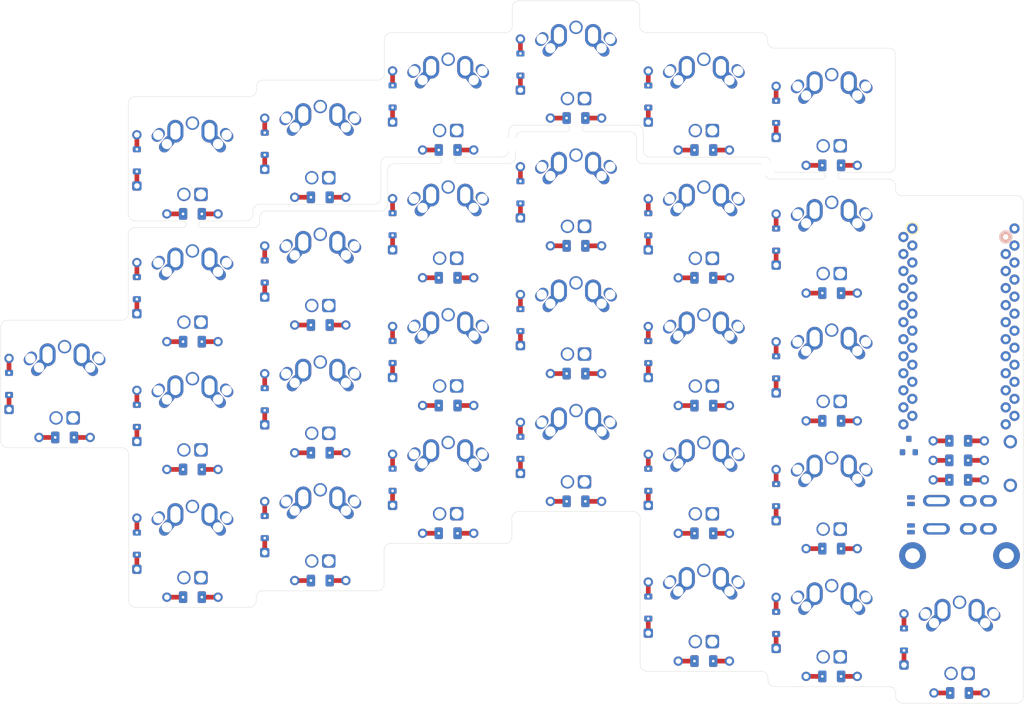
<source format=kicad_pcb>
(kicad_pcb (version 20171130) (host pcbnew "(5.1.2)-2")
  (layers (0 F.Cu signal) (31 B.Cu signal) (34 B.Paste user) (35 F.Paste user) (36 B.SilkS user) (37 F.SilkS user) (38 B.Mask user) (39 F.Mask user) (44 Edge.Cuts user))
  (net 0 "")
  (net 1 "Net-(D1-Pad2)")
  (net 2 /rowA)
  (net 3 "Net-(D2-Pad2)")
  (net 4 "Net-(D3-Pad2)")
  (net 5 "Net-(D4-Pad2)")
  (net 6 "Net-(D5-Pad2)")
  (net 7 "Net-(D6-Pad2)")
  (net 8 "Net-(D7-Pad2)")
  (net 9 /rowB)
  (net 10 "Net-(D8-Pad2)")
  (net 11 "Net-(D9-Pad2)")
  (net 12 "Net-(D10-Pad2)")
  (net 13 "Net-(D11-Pad2)")
  (net 14 "Net-(D12-Pad2)")
  (net 15 "Net-(D13-Pad2)")
  (net 16 /rowC)
  (net 17 "Net-(D14-Pad2)")
  (net 18 "Net-(D15-Pad2)")
  (net 19 "Net-(D16-Pad2)")
  (net 20 "Net-(D17-Pad2)")
  (net 21 "Net-(D18-Pad2)")
  (net 22 "Net-(D19-Pad2)")
  (net 23 /rowD)
  (net 24 "Net-(D20-Pad2)")
  (net 25 "Net-(D21-Pad2)")
  (net 26 "Net-(D22-Pad2)")
  (net 27 "Net-(D23-Pad2)")
  (net 28 "Net-(D24-Pad2)")
  (net 29 "Net-(D25-Pad2)")
  (net 30 /rowE)
  (net 31 "Net-(D26-Pad2)")
  (net 32 "Net-(D27-Pad2)")
  (net 33 "Net-(D28-Pad2)")
  (net 34 "Net-(D29-Pad1)")
  (net 35 VCC)
  (net 36 "Net-(D30-Pad1)")
  (net 37 "Net-(D31-Pad1)")
  (net 38 "Net-(D32-Pad1)")
  (net 39 "Net-(D33-Pad1)")
  (net 40 "Net-(D34-Pad1)")
  (net 41 "Net-(D35-Pad1)")
  (net 42 "Net-(D36-Pad1)")
  (net 43 "Net-(D37-Pad1)")
  (net 44 "Net-(D38-Pad1)")
  (net 45 "Net-(D39-Pad1)")
  (net 46 "Net-(D40-Pad1)")
  (net 47 "Net-(D41-Pad1)")
  (net 48 "Net-(D42-Pad1)")
  (net 49 "Net-(D43-Pad1)")
  (net 50 "Net-(D44-Pad1)")
  (net 51 "Net-(D45-Pad1)")
  (net 52 "Net-(D46-Pad1)")
  (net 53 "Net-(D47-Pad1)")
  (net 54 "Net-(D48-Pad1)")
  (net 55 "Net-(D49-Pad1)")
  (net 56 "Net-(D50-Pad1)")
  (net 57 "Net-(D51-Pad1)")
  (net 58 "Net-(D52-Pad1)")
  (net 59 "Net-(D53-Pad1)")
  (net 60 "Net-(D54-Pad1)")
  (net 61 "Net-(D55-Pad1)")
  (net 62 "Net-(D56-Pad1)")
  (net 63 RST)
  (net 64 GND)
  (net 65 SCL)
  (net 66 SDA)
  (net 67 /LEDOut)
  (net 68 "Net-(Q1-Pad1)")
  (net 69 /LED)
  (net 70 /col0)
  (net 71 /col1)
  (net 72 /col2)
  (net 73 /col3)
  (net 74 /col4)
  (net 75 /col5)
  (net 76 "Net-(U1-Pad24)")
  (net 77 "Net-(U1-Pad17)")
  (net 78 /CAPS)
  (net 79 /SCROLL)
  (net 80 /NUM)
  (net 81 "Net-(J1-PadA)")
  (net 82 "Net-(J1-PadD)")
  (module 1symblos:Jumper (layer B.Cu) (at 212.77 104.64 270)
    (fp_text reference JP2 hide)
    (fp_text value Jumper hide)
    (pad 1 smd roundrect (at -0.50038 0 270) (size 0.635 1.143) (layers B.Cu B.Paste B.Mask) (roundrect_rratio 0.2) (net 81 "Net-(J1-PadA)") (clearance 0.1905))
    (pad 2 smd roundrect (at 0.50038 0 270) (size 0.635 1.143) (layers B.Cu B.Paste B.Mask) (roundrect_rratio 0.2) (net 66 SDA) (clearance 0.1905))
  )
  (module 1symblos:Jumper (layer F.Cu) (at 212.77 104.64 90)
    (fp_text reference JP3 hide)
    (fp_text value Jumper hide)
    (pad 1 smd roundrect (at -0.50038 0 90) (size 0.635 1.143) (layers F.Cu F.Paste F.Mask) (roundrect_rratio 0.2) (net 81 "Net-(J1-PadA)") (clearance 0.1905))
    (pad 2 smd roundrect (at 0.50038 0 90) (size 0.635 1.143) (layers F.Cu F.Paste F.Mask) (roundrect_rratio 0.2) (net 65 SCL) (clearance 0.1905))
  )
  (module 1symblos:Jumper (layer F.Cu) (at 212.77 108.84 270)
    (fp_text reference JP4 hide)
    (fp_text value Jumper hide)
    (pad 1 smd roundrect (at -0.50038 0 270) (size 0.635 1.143) (layers F.Cu F.Paste F.Mask) (roundrect_rratio 0.2) (net 82 "Net-(J1-PadD)") (clearance 0.1905))
    (pad 2 smd roundrect (at 0.50038 0 270) (size 0.635 1.143) (layers F.Cu F.Paste F.Mask) (roundrect_rratio 0.2) (net 66 SDA) (clearance 0.1905))
  )
  (module 1symblos:Jumper (layer B.Cu) (at 212.77 108.84 90)
    (fp_text reference JP5 hide)
    (fp_text value Jumper hide)
    (pad 1 smd roundrect (at -0.50038 0 90) (size 0.635 1.143) (layers B.Cu B.Paste B.Mask) (roundrect_rratio 0.2) (net 82 "Net-(J1-PadD)") (clearance 0.1905))
    (pad 2 smd roundrect (at 0.50038 0 90) (size 0.635 1.143) (layers B.Cu B.Paste B.Mask) (roundrect_rratio 0.2) (net 65 SCL) (clearance 0.1905))
  )
  (module Used_Footprints:Hole_Mount_M4 (layer F.Cu) (at 191.435 112.1895)
    (fp_text reference HM1 hide)
    (fp_text value CaseHole hide)
    (pad "" np_thru_hole circle (at 0 0) (size 2.2 2.2) (drill 2.2) (layers *.Cu *.Mask))
  )
  (module Used_Footprints:Hole_Mount_M4 (layer F.Cu) (at 191.435 74.0895)
    (fp_text reference HM2 hide)
    (fp_text value CaseHole hide)
    (pad "" np_thru_hole circle (at 0 0) (size 2.2 2.2) (drill 2.2) (layers *.Cu *.Mask))
  )
  (module Used_Footprints:Switch_MxAlpsChoc_MillMax_1u (layer F.Cu) (at 105.71 53.9 180)
    (fp_text reference SW1)
    (fp_text value SW_Push hide)
    (pad "" np_thru_hole circle (at 5.08 0) (size 1.7 1.7) (drill 1.7) (layers *.Cu *.Mask))
    (pad "" np_thru_hole circle (at -5.08 0) (size 1.7 1.7) (drill 1.7) (layers *.Cu *.Mask))
    (pad 1 thru_hole oval (at 2.54 4.35) (size 2.4 3.4) (drill oval 1.513 2.5) (layers *.Cu *.Mask) (net 1 "Net-(D1-Pad2)"))
    (pad 2 thru_hole oval (at -2.54 4.35) (size 2.4 3.4) (drill oval 1.513 2.5) (layers *.Cu *.Mask) (net 70 /col0))
    (pad 2 thru_hole oval (at -3.81 2.44 310) (size 2.8 1.6) (drill 1.513) (layers *.Cu *.Mask) (net 70 /col0))
    (pad 1 thru_hole oval (at 3.81 2.44 50) (size 2.8 1.6) (drill 1.513) (layers *.Cu *.Mask) (net 1 "Net-(D1-Pad2)"))
    (pad 2 thru_hole circle (at 0 5.55 90) (size 2 2) (drill oval 1.513 1.5) (layers *.Cu *.Mask) (net 70 /col0))
    (pad 1 thru_hole oval (at 5.1 3.8 50) (size 2.2 1.6) (drill 1.513) (layers *.Cu *.Mask) (net 1 "Net-(D1-Pad2)"))
    (pad "" np_thru_hole circle (at -5.5 0 90) (size 1.9 1.9) (drill 1.9) (layers *.Cu *.Mask))
    (pad "" np_thru_hole circle (at 5.5 0 90) (size 1.9 1.9) (drill 1.9) (layers *.Cu *.Mask))
    (pad "" np_thru_hole circle (at 0 0 90) (size 4 4) (drill 4) (layers *.Cu *.Mask))
    (pad 1 thru_hole oval (at -5.1 3.8 310) (size 2.2 1.6) (drill 1.513) (layers *.Cu *.Mask) (net 1 "Net-(D1-Pad2)"))
  )
  (module Used_Footprints:Switch_MxAlpsChoc_MillMax_1u (layer F.Cu) (at 124.76 51.42 180)
    (fp_text reference SW2)
    (fp_text value SW2 hide)
    (pad "" np_thru_hole circle (at 5.08 0) (size 1.7 1.7) (drill 1.7) (layers *.Cu *.Mask))
    (pad "" np_thru_hole circle (at -5.08 0) (size 1.7 1.7) (drill 1.7) (layers *.Cu *.Mask))
    (pad 1 thru_hole oval (at 2.54 4.35) (size 2.4 3.4) (drill oval 1.513 2.5) (layers *.Cu *.Mask) (net 3 "Net-(D2-Pad2)"))
    (pad 2 thru_hole oval (at -2.54 4.35) (size 2.4 3.4) (drill oval 1.513 2.5) (layers *.Cu *.Mask) (net 71 /col1))
    (pad 2 thru_hole oval (at -3.81 2.44 310) (size 2.8 1.6) (drill 1.513) (layers *.Cu *.Mask) (net 71 /col1))
    (pad 1 thru_hole oval (at 3.81 2.44 50) (size 2.8 1.6) (drill 1.513) (layers *.Cu *.Mask) (net 3 "Net-(D2-Pad2)"))
    (pad 2 thru_hole circle (at 0 5.55 90) (size 2 2) (drill oval 1.513 1.5) (layers *.Cu *.Mask) (net 71 /col1))
    (pad 1 thru_hole oval (at 5.1 3.8 50) (size 2.2 1.6) (drill 1.513) (layers *.Cu *.Mask) (net 3 "Net-(D2-Pad2)"))
    (pad "" np_thru_hole circle (at -5.5 0 90) (size 1.9 1.9) (drill 1.9) (layers *.Cu *.Mask))
    (pad "" np_thru_hole circle (at 5.5 0 90) (size 1.9 1.9) (drill 1.9) (layers *.Cu *.Mask))
    (pad "" np_thru_hole circle (at 0 0 90) (size 4 4) (drill 4) (layers *.Cu *.Mask))
    (pad 1 thru_hole oval (at -5.1 3.8 310) (size 2.2 1.6) (drill 1.513) (layers *.Cu *.Mask) (net 3 "Net-(D2-Pad2)"))
  )
  (module Used_Footprints:Switch_MxAlpsChoc_MillMax_1u (layer F.Cu) (at 143.81 44.37 180)
    (fp_text reference SW3)
    (fp_text value SW_Push hide)
    (pad "" np_thru_hole circle (at 5.08 0) (size 1.7 1.7) (drill 1.7) (layers *.Cu *.Mask))
    (pad "" np_thru_hole circle (at -5.08 0) (size 1.7 1.7) (drill 1.7) (layers *.Cu *.Mask))
    (pad 1 thru_hole oval (at 2.54 4.35) (size 2.4 3.4) (drill oval 1.513 2.5) (layers *.Cu *.Mask) (net 4 "Net-(D3-Pad2)"))
    (pad 2 thru_hole oval (at -2.54 4.35) (size 2.4 3.4) (drill oval 1.513 2.5) (layers *.Cu *.Mask) (net 72 /col2))
    (pad 2 thru_hole oval (at -3.81 2.44 310) (size 2.8 1.6) (drill 1.513) (layers *.Cu *.Mask) (net 72 /col2))
    (pad 1 thru_hole oval (at 3.81 2.44 50) (size 2.8 1.6) (drill 1.513) (layers *.Cu *.Mask) (net 4 "Net-(D3-Pad2)"))
    (pad 2 thru_hole circle (at 0 5.55 90) (size 2 2) (drill oval 1.513 1.5) (layers *.Cu *.Mask) (net 72 /col2))
    (pad 1 thru_hole oval (at 5.1 3.8 50) (size 2.2 1.6) (drill 1.513) (layers *.Cu *.Mask) (net 4 "Net-(D3-Pad2)"))
    (pad "" np_thru_hole circle (at -5.5 0 90) (size 1.9 1.9) (drill 1.9) (layers *.Cu *.Mask))
    (pad "" np_thru_hole circle (at 5.5 0 90) (size 1.9 1.9) (drill 1.9) (layers *.Cu *.Mask))
    (pad "" np_thru_hole circle (at 0 0 90) (size 4 4) (drill 4) (layers *.Cu *.Mask))
    (pad 1 thru_hole oval (at -5.1 3.8 310) (size 2.2 1.6) (drill 1.513) (layers *.Cu *.Mask) (net 4 "Net-(D3-Pad2)"))
  )
  (module Used_Footprints:Switch_MxAlpsChoc_MillMax_1u (layer F.Cu) (at 162.86 39.61 180)
    (fp_text reference SW4)
    (fp_text value SW_Push hide)
    (pad "" np_thru_hole circle (at 5.08 0) (size 1.7 1.7) (drill 1.7) (layers *.Cu *.Mask))
    (pad "" np_thru_hole circle (at -5.08 0) (size 1.7 1.7) (drill 1.7) (layers *.Cu *.Mask))
    (pad 1 thru_hole oval (at 2.54 4.35) (size 2.4 3.4) (drill oval 1.513 2.5) (layers *.Cu *.Mask) (net 5 "Net-(D4-Pad2)"))
    (pad 2 thru_hole oval (at -2.54 4.35) (size 2.4 3.4) (drill oval 1.513 2.5) (layers *.Cu *.Mask) (net 73 /col3))
    (pad 2 thru_hole oval (at -3.81 2.44 310) (size 2.8 1.6) (drill 1.513) (layers *.Cu *.Mask) (net 73 /col3))
    (pad 1 thru_hole oval (at 3.81 2.44 50) (size 2.8 1.6) (drill 1.513) (layers *.Cu *.Mask) (net 5 "Net-(D4-Pad2)"))
    (pad 2 thru_hole circle (at 0 5.55 90) (size 2 2) (drill oval 1.513 1.5) (layers *.Cu *.Mask) (net 73 /col3))
    (pad 1 thru_hole oval (at 5.1 3.8 50) (size 2.2 1.6) (drill 1.513) (layers *.Cu *.Mask) (net 5 "Net-(D4-Pad2)"))
    (pad "" np_thru_hole circle (at -5.5 0 90) (size 1.9 1.9) (drill 1.9) (layers *.Cu *.Mask))
    (pad "" np_thru_hole circle (at 5.5 0 90) (size 1.9 1.9) (drill 1.9) (layers *.Cu *.Mask))
    (pad "" np_thru_hole circle (at 0 0 90) (size 4 4) (drill 4) (layers *.Cu *.Mask))
    (pad 1 thru_hole oval (at -5.1 3.8 310) (size 2.2 1.6) (drill 1.513) (layers *.Cu *.Mask) (net 5 "Net-(D4-Pad2)"))
  )
  (module Used_Footprints:Switch_MxAlpsChoc_MillMax_1u (layer F.Cu) (at 181.91 44.38 180)
    (fp_text reference SW5)
    (fp_text value SW_Push hide)
    (pad "" np_thru_hole circle (at 5.08 0) (size 1.7 1.7) (drill 1.7) (layers *.Cu *.Mask))
    (pad "" np_thru_hole circle (at -5.08 0) (size 1.7 1.7) (drill 1.7) (layers *.Cu *.Mask))
    (pad 1 thru_hole oval (at 2.54 4.35) (size 2.4 3.4) (drill oval 1.513 2.5) (layers *.Cu *.Mask) (net 6 "Net-(D5-Pad2)"))
    (pad 2 thru_hole oval (at -2.54 4.35) (size 2.4 3.4) (drill oval 1.513 2.5) (layers *.Cu *.Mask) (net 74 /col4))
    (pad 2 thru_hole oval (at -3.81 2.44 310) (size 2.8 1.6) (drill 1.513) (layers *.Cu *.Mask) (net 74 /col4))
    (pad 1 thru_hole oval (at 3.81 2.44 50) (size 2.8 1.6) (drill 1.513) (layers *.Cu *.Mask) (net 6 "Net-(D5-Pad2)"))
    (pad 2 thru_hole circle (at 0 5.55 90) (size 2 2) (drill oval 1.513 1.5) (layers *.Cu *.Mask) (net 74 /col4))
    (pad 1 thru_hole oval (at 5.1 3.8 50) (size 2.2 1.6) (drill 1.513) (layers *.Cu *.Mask) (net 6 "Net-(D5-Pad2)"))
    (pad "" np_thru_hole circle (at -5.5 0 90) (size 1.9 1.9) (drill 1.9) (layers *.Cu *.Mask))
    (pad "" np_thru_hole circle (at 5.5 0 90) (size 1.9 1.9) (drill 1.9) (layers *.Cu *.Mask))
    (pad "" np_thru_hole circle (at 0 0 90) (size 4 4) (drill 4) (layers *.Cu *.Mask))
    (pad 1 thru_hole oval (at -5.1 3.8 310) (size 2.2 1.6) (drill 1.513) (layers *.Cu *.Mask) (net 6 "Net-(D5-Pad2)"))
  )
  (module Used_Footprints:Switch_MxAlpsChoc_MillMax_1u (layer F.Cu) (at 200.96 46.66 180)
    (fp_text reference SW6)
    (fp_text value SW_Push hide)
    (pad "" np_thru_hole circle (at 5.08 0) (size 1.7 1.7) (drill 1.7) (layers *.Cu *.Mask))
    (pad "" np_thru_hole circle (at -5.08 0) (size 1.7 1.7) (drill 1.7) (layers *.Cu *.Mask))
    (pad 1 thru_hole oval (at 2.54 4.35) (size 2.4 3.4) (drill oval 1.513 2.5) (layers *.Cu *.Mask) (net 7 "Net-(D6-Pad2)"))
    (pad 2 thru_hole oval (at -2.54 4.35) (size 2.4 3.4) (drill oval 1.513 2.5) (layers *.Cu *.Mask) (net 75 /col5))
    (pad 2 thru_hole oval (at -3.81 2.44 310) (size 2.8 1.6) (drill 1.513) (layers *.Cu *.Mask) (net 75 /col5))
    (pad 1 thru_hole oval (at 3.81 2.44 50) (size 2.8 1.6) (drill 1.513) (layers *.Cu *.Mask) (net 7 "Net-(D6-Pad2)"))
    (pad 2 thru_hole circle (at 0 5.55 90) (size 2 2) (drill oval 1.513 1.5) (layers *.Cu *.Mask) (net 75 /col5))
    (pad 1 thru_hole oval (at 5.1 3.8 50) (size 2.2 1.6) (drill 1.513) (layers *.Cu *.Mask) (net 7 "Net-(D6-Pad2)"))
    (pad "" np_thru_hole circle (at -5.5 0 90) (size 1.9 1.9) (drill 1.9) (layers *.Cu *.Mask))
    (pad "" np_thru_hole circle (at 5.5 0 90) (size 1.9 1.9) (drill 1.9) (layers *.Cu *.Mask))
    (pad "" np_thru_hole circle (at 0 0 90) (size 4 4) (drill 4) (layers *.Cu *.Mask))
    (pad 1 thru_hole oval (at -5.1 3.8 310) (size 2.2 1.6) (drill 1.513) (layers *.Cu *.Mask) (net 7 "Net-(D6-Pad2)"))
  )
  (module Used_Footprints:Switch_MxAlpsChoc_MillMax_1u (layer F.Cu) (at 105.71 72.95 180)
    (fp_text reference SW7)
    (fp_text value SW_Push hide)
    (pad "" np_thru_hole circle (at 5.08 0) (size 1.7 1.7) (drill 1.7) (layers *.Cu *.Mask))
    (pad "" np_thru_hole circle (at -5.08 0) (size 1.7 1.7) (drill 1.7) (layers *.Cu *.Mask))
    (pad 1 thru_hole oval (at 2.54 4.35) (size 2.4 3.4) (drill oval 1.513 2.5) (layers *.Cu *.Mask) (net 8 "Net-(D7-Pad2)"))
    (pad 2 thru_hole oval (at -2.54 4.35) (size 2.4 3.4) (drill oval 1.513 2.5) (layers *.Cu *.Mask) (net 70 /col0))
    (pad 2 thru_hole oval (at -3.81 2.44 310) (size 2.8 1.6) (drill 1.513) (layers *.Cu *.Mask) (net 70 /col0))
    (pad 1 thru_hole oval (at 3.81 2.44 50) (size 2.8 1.6) (drill 1.513) (layers *.Cu *.Mask) (net 8 "Net-(D7-Pad2)"))
    (pad 2 thru_hole circle (at 0 5.55 90) (size 2 2) (drill oval 1.513 1.5) (layers *.Cu *.Mask) (net 70 /col0))
    (pad 1 thru_hole oval (at 5.1 3.8 50) (size 2.2 1.6) (drill 1.513) (layers *.Cu *.Mask) (net 8 "Net-(D7-Pad2)"))
    (pad "" np_thru_hole circle (at -5.5 0 90) (size 1.9 1.9) (drill 1.9) (layers *.Cu *.Mask))
    (pad "" np_thru_hole circle (at 5.5 0 90) (size 1.9 1.9) (drill 1.9) (layers *.Cu *.Mask))
    (pad "" np_thru_hole circle (at 0 0 90) (size 4 4) (drill 4) (layers *.Cu *.Mask))
    (pad 1 thru_hole oval (at -5.1 3.8 310) (size 2.2 1.6) (drill 1.513) (layers *.Cu *.Mask) (net 8 "Net-(D7-Pad2)"))
  )
  (module Used_Footprints:Switch_MxAlpsChoc_MillMax_1u (layer F.Cu) (at 124.76 70.47 180)
    (fp_text reference SW8)
    (fp_text value SW_Push hide)
    (pad "" np_thru_hole circle (at 5.08 0) (size 1.7 1.7) (drill 1.7) (layers *.Cu *.Mask))
    (pad "" np_thru_hole circle (at -5.08 0) (size 1.7 1.7) (drill 1.7) (layers *.Cu *.Mask))
    (pad 1 thru_hole oval (at 2.54 4.35) (size 2.4 3.4) (drill oval 1.513 2.5) (layers *.Cu *.Mask) (net 10 "Net-(D8-Pad2)"))
    (pad 2 thru_hole oval (at -2.54 4.35) (size 2.4 3.4) (drill oval 1.513 2.5) (layers *.Cu *.Mask) (net 71 /col1))
    (pad 2 thru_hole oval (at -3.81 2.44 310) (size 2.8 1.6) (drill 1.513) (layers *.Cu *.Mask) (net 71 /col1))
    (pad 1 thru_hole oval (at 3.81 2.44 50) (size 2.8 1.6) (drill 1.513) (layers *.Cu *.Mask) (net 10 "Net-(D8-Pad2)"))
    (pad 2 thru_hole circle (at 0 5.55 90) (size 2 2) (drill oval 1.513 1.5) (layers *.Cu *.Mask) (net 71 /col1))
    (pad 1 thru_hole oval (at 5.1 3.8 50) (size 2.2 1.6) (drill 1.513) (layers *.Cu *.Mask) (net 10 "Net-(D8-Pad2)"))
    (pad "" np_thru_hole circle (at -5.5 0 90) (size 1.9 1.9) (drill 1.9) (layers *.Cu *.Mask))
    (pad "" np_thru_hole circle (at 5.5 0 90) (size 1.9 1.9) (drill 1.9) (layers *.Cu *.Mask))
    (pad "" np_thru_hole circle (at 0 0 90) (size 4 4) (drill 4) (layers *.Cu *.Mask))
    (pad 1 thru_hole oval (at -5.1 3.8 310) (size 2.2 1.6) (drill 1.513) (layers *.Cu *.Mask) (net 10 "Net-(D8-Pad2)"))
  )
  (module Used_Footprints:Switch_MxAlpsChoc_MillMax_1u (layer F.Cu) (at 143.81 63.42 180)
    (fp_text reference SW9)
    (fp_text value SW_Push hide)
    (pad "" np_thru_hole circle (at 5.08 0) (size 1.7 1.7) (drill 1.7) (layers *.Cu *.Mask))
    (pad "" np_thru_hole circle (at -5.08 0) (size 1.7 1.7) (drill 1.7) (layers *.Cu *.Mask))
    (pad 1 thru_hole oval (at 2.54 4.35) (size 2.4 3.4) (drill oval 1.513 2.5) (layers *.Cu *.Mask) (net 11 "Net-(D9-Pad2)"))
    (pad 2 thru_hole oval (at -2.54 4.35) (size 2.4 3.4) (drill oval 1.513 2.5) (layers *.Cu *.Mask) (net 72 /col2))
    (pad 2 thru_hole oval (at -3.81 2.44 310) (size 2.8 1.6) (drill 1.513) (layers *.Cu *.Mask) (net 72 /col2))
    (pad 1 thru_hole oval (at 3.81 2.44 50) (size 2.8 1.6) (drill 1.513) (layers *.Cu *.Mask) (net 11 "Net-(D9-Pad2)"))
    (pad 2 thru_hole circle (at 0 5.55 90) (size 2 2) (drill oval 1.513 1.5) (layers *.Cu *.Mask) (net 72 /col2))
    (pad 1 thru_hole oval (at 5.1 3.8 50) (size 2.2 1.6) (drill 1.513) (layers *.Cu *.Mask) (net 11 "Net-(D9-Pad2)"))
    (pad "" np_thru_hole circle (at -5.5 0 90) (size 1.9 1.9) (drill 1.9) (layers *.Cu *.Mask))
    (pad "" np_thru_hole circle (at 5.5 0 90) (size 1.9 1.9) (drill 1.9) (layers *.Cu *.Mask))
    (pad "" np_thru_hole circle (at 0 0 90) (size 4 4) (drill 4) (layers *.Cu *.Mask))
    (pad 1 thru_hole oval (at -5.1 3.8 310) (size 2.2 1.6) (drill 1.513) (layers *.Cu *.Mask) (net 11 "Net-(D9-Pad2)"))
  )
  (module Used_Footprints:Switch_MxAlpsChoc_MillMax_1u (layer F.Cu) (at 162.86 58.66 180)
    (fp_text reference SW10)
    (fp_text value SW_Push hide)
    (pad "" np_thru_hole circle (at 5.08 0) (size 1.7 1.7) (drill 1.7) (layers *.Cu *.Mask))
    (pad "" np_thru_hole circle (at -5.08 0) (size 1.7 1.7) (drill 1.7) (layers *.Cu *.Mask))
    (pad 1 thru_hole oval (at 2.54 4.35) (size 2.4 3.4) (drill oval 1.513 2.5) (layers *.Cu *.Mask) (net 12 "Net-(D10-Pad2)"))
    (pad 2 thru_hole oval (at -2.54 4.35) (size 2.4 3.4) (drill oval 1.513 2.5) (layers *.Cu *.Mask) (net 73 /col3))
    (pad 2 thru_hole oval (at -3.81 2.44 310) (size 2.8 1.6) (drill 1.513) (layers *.Cu *.Mask) (net 73 /col3))
    (pad 1 thru_hole oval (at 3.81 2.44 50) (size 2.8 1.6) (drill 1.513) (layers *.Cu *.Mask) (net 12 "Net-(D10-Pad2)"))
    (pad 2 thru_hole circle (at 0 5.55 90) (size 2 2) (drill oval 1.513 1.5) (layers *.Cu *.Mask) (net 73 /col3))
    (pad 1 thru_hole oval (at 5.1 3.8 50) (size 2.2 1.6) (drill 1.513) (layers *.Cu *.Mask) (net 12 "Net-(D10-Pad2)"))
    (pad "" np_thru_hole circle (at -5.5 0 90) (size 1.9 1.9) (drill 1.9) (layers *.Cu *.Mask))
    (pad "" np_thru_hole circle (at 5.5 0 90) (size 1.9 1.9) (drill 1.9) (layers *.Cu *.Mask))
    (pad "" np_thru_hole circle (at 0 0 90) (size 4 4) (drill 4) (layers *.Cu *.Mask))
    (pad 1 thru_hole oval (at -5.1 3.8 310) (size 2.2 1.6) (drill 1.513) (layers *.Cu *.Mask) (net 12 "Net-(D10-Pad2)"))
  )
  (module Used_Footprints:Switch_MxAlpsChoc_MillMax_1u (layer F.Cu) (at 181.91 63.43 180)
    (fp_text reference SW11)
    (fp_text value SW_Push hide)
    (pad "" np_thru_hole circle (at 5.08 0) (size 1.7 1.7) (drill 1.7) (layers *.Cu *.Mask))
    (pad "" np_thru_hole circle (at -5.08 0) (size 1.7 1.7) (drill 1.7) (layers *.Cu *.Mask))
    (pad 1 thru_hole oval (at 2.54 4.35) (size 2.4 3.4) (drill oval 1.513 2.5) (layers *.Cu *.Mask) (net 13 "Net-(D11-Pad2)"))
    (pad 2 thru_hole oval (at -2.54 4.35) (size 2.4 3.4) (drill oval 1.513 2.5) (layers *.Cu *.Mask) (net 74 /col4))
    (pad 2 thru_hole oval (at -3.81 2.44 310) (size 2.8 1.6) (drill 1.513) (layers *.Cu *.Mask) (net 74 /col4))
    (pad 1 thru_hole oval (at 3.81 2.44 50) (size 2.8 1.6) (drill 1.513) (layers *.Cu *.Mask) (net 13 "Net-(D11-Pad2)"))
    (pad 2 thru_hole circle (at 0 5.55 90) (size 2 2) (drill oval 1.513 1.5) (layers *.Cu *.Mask) (net 74 /col4))
    (pad 1 thru_hole oval (at 5.1 3.8 50) (size 2.2 1.6) (drill 1.513) (layers *.Cu *.Mask) (net 13 "Net-(D11-Pad2)"))
    (pad "" np_thru_hole circle (at -5.5 0 90) (size 1.9 1.9) (drill 1.9) (layers *.Cu *.Mask))
    (pad "" np_thru_hole circle (at 5.5 0 90) (size 1.9 1.9) (drill 1.9) (layers *.Cu *.Mask))
    (pad "" np_thru_hole circle (at 0 0 90) (size 4 4) (drill 4) (layers *.Cu *.Mask))
    (pad 1 thru_hole oval (at -5.1 3.8 310) (size 2.2 1.6) (drill 1.513) (layers *.Cu *.Mask) (net 13 "Net-(D11-Pad2)"))
  )
  (module Used_Footprints:Switch_MxAlpsChoc_MillMax_1u (layer F.Cu) (at 200.96 65.71 180)
    (fp_text reference SW12)
    (fp_text value SW_Push hide)
    (pad "" np_thru_hole circle (at 5.08 0) (size 1.7 1.7) (drill 1.7) (layers *.Cu *.Mask))
    (pad "" np_thru_hole circle (at -5.08 0) (size 1.7 1.7) (drill 1.7) (layers *.Cu *.Mask))
    (pad 1 thru_hole oval (at 2.54 4.35) (size 2.4 3.4) (drill oval 1.513 2.5) (layers *.Cu *.Mask) (net 14 "Net-(D12-Pad2)"))
    (pad 2 thru_hole oval (at -2.54 4.35) (size 2.4 3.4) (drill oval 1.513 2.5) (layers *.Cu *.Mask) (net 75 /col5))
    (pad 2 thru_hole oval (at -3.81 2.44 310) (size 2.8 1.6) (drill 1.513) (layers *.Cu *.Mask) (net 75 /col5))
    (pad 1 thru_hole oval (at 3.81 2.44 50) (size 2.8 1.6) (drill 1.513) (layers *.Cu *.Mask) (net 14 "Net-(D12-Pad2)"))
    (pad 2 thru_hole circle (at 0 5.55 90) (size 2 2) (drill oval 1.513 1.5) (layers *.Cu *.Mask) (net 75 /col5))
    (pad 1 thru_hole oval (at 5.1 3.8 50) (size 2.2 1.6) (drill 1.513) (layers *.Cu *.Mask) (net 14 "Net-(D12-Pad2)"))
    (pad "" np_thru_hole circle (at -5.5 0 90) (size 1.9 1.9) (drill 1.9) (layers *.Cu *.Mask))
    (pad "" np_thru_hole circle (at 5.5 0 90) (size 1.9 1.9) (drill 1.9) (layers *.Cu *.Mask))
    (pad "" np_thru_hole circle (at 0 0 90) (size 4 4) (drill 4) (layers *.Cu *.Mask))
    (pad 1 thru_hole oval (at -5.1 3.8 310) (size 2.2 1.6) (drill 1.513) (layers *.Cu *.Mask) (net 14 "Net-(D12-Pad2)"))
  )
  (module Used_Footprints:Switch_MxAlpsChoc_MillMax_1u (layer F.Cu) (at 105.71 92 180)
    (fp_text reference SW13)
    (fp_text value SW_Push hide)
    (pad "" np_thru_hole circle (at 5.08 0) (size 1.7 1.7) (drill 1.7) (layers *.Cu *.Mask))
    (pad "" np_thru_hole circle (at -5.08 0) (size 1.7 1.7) (drill 1.7) (layers *.Cu *.Mask))
    (pad 1 thru_hole oval (at 2.54 4.35) (size 2.4 3.4) (drill oval 1.513 2.5) (layers *.Cu *.Mask) (net 15 "Net-(D13-Pad2)"))
    (pad 2 thru_hole oval (at -2.54 4.35) (size 2.4 3.4) (drill oval 1.513 2.5) (layers *.Cu *.Mask) (net 70 /col0))
    (pad 2 thru_hole oval (at -3.81 2.44 310) (size 2.8 1.6) (drill 1.513) (layers *.Cu *.Mask) (net 70 /col0))
    (pad 1 thru_hole oval (at 3.81 2.44 50) (size 2.8 1.6) (drill 1.513) (layers *.Cu *.Mask) (net 15 "Net-(D13-Pad2)"))
    (pad 2 thru_hole circle (at 0 5.55 90) (size 2 2) (drill oval 1.513 1.5) (layers *.Cu *.Mask) (net 70 /col0))
    (pad 1 thru_hole oval (at 5.1 3.8 50) (size 2.2 1.6) (drill 1.513) (layers *.Cu *.Mask) (net 15 "Net-(D13-Pad2)"))
    (pad "" np_thru_hole circle (at -5.5 0 90) (size 1.9 1.9) (drill 1.9) (layers *.Cu *.Mask))
    (pad "" np_thru_hole circle (at 5.5 0 90) (size 1.9 1.9) (drill 1.9) (layers *.Cu *.Mask))
    (pad "" np_thru_hole circle (at 0 0 90) (size 4 4) (drill 4) (layers *.Cu *.Mask))
    (pad 1 thru_hole oval (at -5.1 3.8 310) (size 2.2 1.6) (drill 1.513) (layers *.Cu *.Mask) (net 15 "Net-(D13-Pad2)"))
  )
  (module Used_Footprints:Switch_MxAlpsChoc_MillMax_1u (layer F.Cu) (at 124.76 89.52 180)
    (fp_text reference SW14)
    (fp_text value SW_Push hide)
    (pad "" np_thru_hole circle (at 5.08 0) (size 1.7 1.7) (drill 1.7) (layers *.Cu *.Mask))
    (pad "" np_thru_hole circle (at -5.08 0) (size 1.7 1.7) (drill 1.7) (layers *.Cu *.Mask))
    (pad 1 thru_hole oval (at 2.54 4.35) (size 2.4 3.4) (drill oval 1.513 2.5) (layers *.Cu *.Mask) (net 17 "Net-(D14-Pad2)"))
    (pad 2 thru_hole oval (at -2.54 4.35) (size 2.4 3.4) (drill oval 1.513 2.5) (layers *.Cu *.Mask) (net 71 /col1))
    (pad 2 thru_hole oval (at -3.81 2.44 310) (size 2.8 1.6) (drill 1.513) (layers *.Cu *.Mask) (net 71 /col1))
    (pad 1 thru_hole oval (at 3.81 2.44 50) (size 2.8 1.6) (drill 1.513) (layers *.Cu *.Mask) (net 17 "Net-(D14-Pad2)"))
    (pad 2 thru_hole circle (at 0 5.55 90) (size 2 2) (drill oval 1.513 1.5) (layers *.Cu *.Mask) (net 71 /col1))
    (pad 1 thru_hole oval (at 5.1 3.8 50) (size 2.2 1.6) (drill 1.513) (layers *.Cu *.Mask) (net 17 "Net-(D14-Pad2)"))
    (pad "" np_thru_hole circle (at -5.5 0 90) (size 1.9 1.9) (drill 1.9) (layers *.Cu *.Mask))
    (pad "" np_thru_hole circle (at 5.5 0 90) (size 1.9 1.9) (drill 1.9) (layers *.Cu *.Mask))
    (pad "" np_thru_hole circle (at 0 0 90) (size 4 4) (drill 4) (layers *.Cu *.Mask))
    (pad 1 thru_hole oval (at -5.1 3.8 310) (size 2.2 1.6) (drill 1.513) (layers *.Cu *.Mask) (net 17 "Net-(D14-Pad2)"))
  )
  (module Used_Footprints:Switch_MxAlpsChoc_MillMax_1u (layer F.Cu) (at 143.81 82.47 180)
    (fp_text reference SW15)
    (fp_text value SW_Push hide)
    (pad "" np_thru_hole circle (at 5.08 0) (size 1.7 1.7) (drill 1.7) (layers *.Cu *.Mask))
    (pad "" np_thru_hole circle (at -5.08 0) (size 1.7 1.7) (drill 1.7) (layers *.Cu *.Mask))
    (pad 1 thru_hole oval (at 2.54 4.35) (size 2.4 3.4) (drill oval 1.513 2.5) (layers *.Cu *.Mask) (net 18 "Net-(D15-Pad2)"))
    (pad 2 thru_hole oval (at -2.54 4.35) (size 2.4 3.4) (drill oval 1.513 2.5) (layers *.Cu *.Mask) (net 72 /col2))
    (pad 2 thru_hole oval (at -3.81 2.44 310) (size 2.8 1.6) (drill 1.513) (layers *.Cu *.Mask) (net 72 /col2))
    (pad 1 thru_hole oval (at 3.81 2.44 50) (size 2.8 1.6) (drill 1.513) (layers *.Cu *.Mask) (net 18 "Net-(D15-Pad2)"))
    (pad 2 thru_hole circle (at 0 5.55 90) (size 2 2) (drill oval 1.513 1.5) (layers *.Cu *.Mask) (net 72 /col2))
    (pad 1 thru_hole oval (at 5.1 3.8 50) (size 2.2 1.6) (drill 1.513) (layers *.Cu *.Mask) (net 18 "Net-(D15-Pad2)"))
    (pad "" np_thru_hole circle (at -5.5 0 90) (size 1.9 1.9) (drill 1.9) (layers *.Cu *.Mask))
    (pad "" np_thru_hole circle (at 5.5 0 90) (size 1.9 1.9) (drill 1.9) (layers *.Cu *.Mask))
    (pad "" np_thru_hole circle (at 0 0 90) (size 4 4) (drill 4) (layers *.Cu *.Mask))
    (pad 1 thru_hole oval (at -5.1 3.8 310) (size 2.2 1.6) (drill 1.513) (layers *.Cu *.Mask) (net 18 "Net-(D15-Pad2)"))
  )
  (module Used_Footprints:Switch_MxAlpsChoc_MillMax_1u (layer F.Cu) (at 162.86 77.71 180)
    (fp_text reference SW16)
    (fp_text value SW_Push hide)
    (pad "" np_thru_hole circle (at 5.08 0) (size 1.7 1.7) (drill 1.7) (layers *.Cu *.Mask))
    (pad "" np_thru_hole circle (at -5.08 0) (size 1.7 1.7) (drill 1.7) (layers *.Cu *.Mask))
    (pad 1 thru_hole oval (at 2.54 4.35) (size 2.4 3.4) (drill oval 1.513 2.5) (layers *.Cu *.Mask) (net 19 "Net-(D16-Pad2)"))
    (pad 2 thru_hole oval (at -2.54 4.35) (size 2.4 3.4) (drill oval 1.513 2.5) (layers *.Cu *.Mask) (net 73 /col3))
    (pad 2 thru_hole oval (at -3.81 2.44 310) (size 2.8 1.6) (drill 1.513) (layers *.Cu *.Mask) (net 73 /col3))
    (pad 1 thru_hole oval (at 3.81 2.44 50) (size 2.8 1.6) (drill 1.513) (layers *.Cu *.Mask) (net 19 "Net-(D16-Pad2)"))
    (pad 2 thru_hole circle (at 0 5.55 90) (size 2 2) (drill oval 1.513 1.5) (layers *.Cu *.Mask) (net 73 /col3))
    (pad 1 thru_hole oval (at 5.1 3.8 50) (size 2.2 1.6) (drill 1.513) (layers *.Cu *.Mask) (net 19 "Net-(D16-Pad2)"))
    (pad "" np_thru_hole circle (at -5.5 0 90) (size 1.9 1.9) (drill 1.9) (layers *.Cu *.Mask))
    (pad "" np_thru_hole circle (at 5.5 0 90) (size 1.9 1.9) (drill 1.9) (layers *.Cu *.Mask))
    (pad "" np_thru_hole circle (at 0 0 90) (size 4 4) (drill 4) (layers *.Cu *.Mask))
    (pad 1 thru_hole oval (at -5.1 3.8 310) (size 2.2 1.6) (drill 1.513) (layers *.Cu *.Mask) (net 19 "Net-(D16-Pad2)"))
  )
  (module Used_Footprints:Switch_MxAlpsChoc_MillMax_1u (layer F.Cu) (at 181.91 82.48 180)
    (fp_text reference SW17)
    (fp_text value SW_Push hide)
    (pad "" np_thru_hole circle (at 5.08 0) (size 1.7 1.7) (drill 1.7) (layers *.Cu *.Mask))
    (pad "" np_thru_hole circle (at -5.08 0) (size 1.7 1.7) (drill 1.7) (layers *.Cu *.Mask))
    (pad 1 thru_hole oval (at 2.54 4.35) (size 2.4 3.4) (drill oval 1.513 2.5) (layers *.Cu *.Mask) (net 20 "Net-(D17-Pad2)"))
    (pad 2 thru_hole oval (at -2.54 4.35) (size 2.4 3.4) (drill oval 1.513 2.5) (layers *.Cu *.Mask) (net 74 /col4))
    (pad 2 thru_hole oval (at -3.81 2.44 310) (size 2.8 1.6) (drill 1.513) (layers *.Cu *.Mask) (net 74 /col4))
    (pad 1 thru_hole oval (at 3.81 2.44 50) (size 2.8 1.6) (drill 1.513) (layers *.Cu *.Mask) (net 20 "Net-(D17-Pad2)"))
    (pad 2 thru_hole circle (at 0 5.55 90) (size 2 2) (drill oval 1.513 1.5) (layers *.Cu *.Mask) (net 74 /col4))
    (pad 1 thru_hole oval (at 5.1 3.8 50) (size 2.2 1.6) (drill 1.513) (layers *.Cu *.Mask) (net 20 "Net-(D17-Pad2)"))
    (pad "" np_thru_hole circle (at -5.5 0 90) (size 1.9 1.9) (drill 1.9) (layers *.Cu *.Mask))
    (pad "" np_thru_hole circle (at 5.5 0 90) (size 1.9 1.9) (drill 1.9) (layers *.Cu *.Mask))
    (pad "" np_thru_hole circle (at 0 0 90) (size 4 4) (drill 4) (layers *.Cu *.Mask))
    (pad 1 thru_hole oval (at -5.1 3.8 310) (size 2.2 1.6) (drill 1.513) (layers *.Cu *.Mask) (net 20 "Net-(D17-Pad2)"))
  )
  (module Used_Footprints:Switch_MxAlpsChoc_MillMax_1u (layer F.Cu) (at 200.96 84.76 180)
    (fp_text reference SW18)
    (fp_text value SW_Push hide)
    (pad "" np_thru_hole circle (at 5.08 0) (size 1.7 1.7) (drill 1.7) (layers *.Cu *.Mask))
    (pad "" np_thru_hole circle (at -5.08 0) (size 1.7 1.7) (drill 1.7) (layers *.Cu *.Mask))
    (pad 1 thru_hole oval (at 2.54 4.35) (size 2.4 3.4) (drill oval 1.513 2.5) (layers *.Cu *.Mask) (net 21 "Net-(D18-Pad2)"))
    (pad 2 thru_hole oval (at -2.54 4.35) (size 2.4 3.4) (drill oval 1.513 2.5) (layers *.Cu *.Mask) (net 75 /col5))
    (pad 2 thru_hole oval (at -3.81 2.44 310) (size 2.8 1.6) (drill 1.513) (layers *.Cu *.Mask) (net 75 /col5))
    (pad 1 thru_hole oval (at 3.81 2.44 50) (size 2.8 1.6) (drill 1.513) (layers *.Cu *.Mask) (net 21 "Net-(D18-Pad2)"))
    (pad 2 thru_hole circle (at 0 5.55 90) (size 2 2) (drill oval 1.513 1.5) (layers *.Cu *.Mask) (net 75 /col5))
    (pad 1 thru_hole oval (at 5.1 3.8 50) (size 2.2 1.6) (drill 1.513) (layers *.Cu *.Mask) (net 21 "Net-(D18-Pad2)"))
    (pad "" np_thru_hole circle (at -5.5 0 90) (size 1.9 1.9) (drill 1.9) (layers *.Cu *.Mask))
    (pad "" np_thru_hole circle (at 5.5 0 90) (size 1.9 1.9) (drill 1.9) (layers *.Cu *.Mask))
    (pad "" np_thru_hole circle (at 0 0 90) (size 4 4) (drill 4) (layers *.Cu *.Mask))
    (pad 1 thru_hole oval (at -5.1 3.8 310) (size 2.2 1.6) (drill 1.513) (layers *.Cu *.Mask) (net 21 "Net-(D18-Pad2)"))
  )
  (module Used_Footprints:Switch_MxAlpsChoc_MillMax_1u (layer F.Cu) (at 105.71 111.05 180)
    (fp_text reference SW19)
    (fp_text value SW_Push hide)
    (pad "" np_thru_hole circle (at 5.08 0) (size 1.7 1.7) (drill 1.7) (layers *.Cu *.Mask))
    (pad "" np_thru_hole circle (at -5.08 0) (size 1.7 1.7) (drill 1.7) (layers *.Cu *.Mask))
    (pad 1 thru_hole oval (at 2.54 4.35) (size 2.4 3.4) (drill oval 1.513 2.5) (layers *.Cu *.Mask) (net 22 "Net-(D19-Pad2)"))
    (pad 2 thru_hole oval (at -2.54 4.35) (size 2.4 3.4) (drill oval 1.513 2.5) (layers *.Cu *.Mask) (net 70 /col0))
    (pad 2 thru_hole oval (at -3.81 2.44 310) (size 2.8 1.6) (drill 1.513) (layers *.Cu *.Mask) (net 70 /col0))
    (pad 1 thru_hole oval (at 3.81 2.44 50) (size 2.8 1.6) (drill 1.513) (layers *.Cu *.Mask) (net 22 "Net-(D19-Pad2)"))
    (pad 2 thru_hole circle (at 0 5.55 90) (size 2 2) (drill oval 1.513 1.5) (layers *.Cu *.Mask) (net 70 /col0))
    (pad 1 thru_hole oval (at 5.1 3.8 50) (size 2.2 1.6) (drill 1.513) (layers *.Cu *.Mask) (net 22 "Net-(D19-Pad2)"))
    (pad "" np_thru_hole circle (at -5.5 0 90) (size 1.9 1.9) (drill 1.9) (layers *.Cu *.Mask))
    (pad "" np_thru_hole circle (at 5.5 0 90) (size 1.9 1.9) (drill 1.9) (layers *.Cu *.Mask))
    (pad "" np_thru_hole circle (at 0 0 90) (size 4 4) (drill 4) (layers *.Cu *.Mask))
    (pad 1 thru_hole oval (at -5.1 3.8 310) (size 2.2 1.6) (drill 1.513) (layers *.Cu *.Mask) (net 22 "Net-(D19-Pad2)"))
  )
  (module Used_Footprints:Switch_MxAlpsChoc_MillMax_1u (layer F.Cu) (at 124.76 108.57 180)
    (fp_text reference SW20)
    (fp_text value SW_Push hide)
    (pad "" np_thru_hole circle (at 5.08 0) (size 1.7 1.7) (drill 1.7) (layers *.Cu *.Mask))
    (pad "" np_thru_hole circle (at -5.08 0) (size 1.7 1.7) (drill 1.7) (layers *.Cu *.Mask))
    (pad 1 thru_hole oval (at 2.54 4.35) (size 2.4 3.4) (drill oval 1.513 2.5) (layers *.Cu *.Mask) (net 24 "Net-(D20-Pad2)"))
    (pad 2 thru_hole oval (at -2.54 4.35) (size 2.4 3.4) (drill oval 1.513 2.5) (layers *.Cu *.Mask) (net 71 /col1))
    (pad 2 thru_hole oval (at -3.81 2.44 310) (size 2.8 1.6) (drill 1.513) (layers *.Cu *.Mask) (net 71 /col1))
    (pad 1 thru_hole oval (at 3.81 2.44 50) (size 2.8 1.6) (drill 1.513) (layers *.Cu *.Mask) (net 24 "Net-(D20-Pad2)"))
    (pad 2 thru_hole circle (at 0 5.55 90) (size 2 2) (drill oval 1.513 1.5) (layers *.Cu *.Mask) (net 71 /col1))
    (pad 1 thru_hole oval (at 5.1 3.8 50) (size 2.2 1.6) (drill 1.513) (layers *.Cu *.Mask) (net 24 "Net-(D20-Pad2)"))
    (pad "" np_thru_hole circle (at -5.5 0 90) (size 1.9 1.9) (drill 1.9) (layers *.Cu *.Mask))
    (pad "" np_thru_hole circle (at 5.5 0 90) (size 1.9 1.9) (drill 1.9) (layers *.Cu *.Mask))
    (pad "" np_thru_hole circle (at 0 0 90) (size 4 4) (drill 4) (layers *.Cu *.Mask))
    (pad 1 thru_hole oval (at -5.1 3.8 310) (size 2.2 1.6) (drill 1.513) (layers *.Cu *.Mask) (net 24 "Net-(D20-Pad2)"))
  )
  (module Used_Footprints:Switch_MxAlpsChoc_MillMax_1u (layer F.Cu) (at 143.81 101.52 180)
    (fp_text reference SW21)
    (fp_text value SW_Push hide)
    (pad "" np_thru_hole circle (at 5.08 0) (size 1.7 1.7) (drill 1.7) (layers *.Cu *.Mask))
    (pad "" np_thru_hole circle (at -5.08 0) (size 1.7 1.7) (drill 1.7) (layers *.Cu *.Mask))
    (pad 1 thru_hole oval (at 2.54 4.35) (size 2.4 3.4) (drill oval 1.513 2.5) (layers *.Cu *.Mask) (net 25 "Net-(D21-Pad2)"))
    (pad 2 thru_hole oval (at -2.54 4.35) (size 2.4 3.4) (drill oval 1.513 2.5) (layers *.Cu *.Mask) (net 72 /col2))
    (pad 2 thru_hole oval (at -3.81 2.44 310) (size 2.8 1.6) (drill 1.513) (layers *.Cu *.Mask) (net 72 /col2))
    (pad 1 thru_hole oval (at 3.81 2.44 50) (size 2.8 1.6) (drill 1.513) (layers *.Cu *.Mask) (net 25 "Net-(D21-Pad2)"))
    (pad 2 thru_hole circle (at 0 5.55 90) (size 2 2) (drill oval 1.513 1.5) (layers *.Cu *.Mask) (net 72 /col2))
    (pad 1 thru_hole oval (at 5.1 3.8 50) (size 2.2 1.6) (drill 1.513) (layers *.Cu *.Mask) (net 25 "Net-(D21-Pad2)"))
    (pad "" np_thru_hole circle (at -5.5 0 90) (size 1.9 1.9) (drill 1.9) (layers *.Cu *.Mask))
    (pad "" np_thru_hole circle (at 5.5 0 90) (size 1.9 1.9) (drill 1.9) (layers *.Cu *.Mask))
    (pad "" np_thru_hole circle (at 0 0 90) (size 4 4) (drill 4) (layers *.Cu *.Mask))
    (pad 1 thru_hole oval (at -5.1 3.8 310) (size 2.2 1.6) (drill 1.513) (layers *.Cu *.Mask) (net 25 "Net-(D21-Pad2)"))
  )
  (module Used_Footprints:Switch_MxAlpsChoc_MillMax_1u (layer F.Cu) (at 162.86 96.76 180)
    (fp_text reference SW22)
    (fp_text value SW_Push hide)
    (pad "" np_thru_hole circle (at 5.08 0) (size 1.7 1.7) (drill 1.7) (layers *.Cu *.Mask))
    (pad "" np_thru_hole circle (at -5.08 0) (size 1.7 1.7) (drill 1.7) (layers *.Cu *.Mask))
    (pad 1 thru_hole oval (at 2.54 4.35) (size 2.4 3.4) (drill oval 1.513 2.5) (layers *.Cu *.Mask) (net 26 "Net-(D22-Pad2)"))
    (pad 2 thru_hole oval (at -2.54 4.35) (size 2.4 3.4) (drill oval 1.513 2.5) (layers *.Cu *.Mask) (net 73 /col3))
    (pad 2 thru_hole oval (at -3.81 2.44 310) (size 2.8 1.6) (drill 1.513) (layers *.Cu *.Mask) (net 73 /col3))
    (pad 1 thru_hole oval (at 3.81 2.44 50) (size 2.8 1.6) (drill 1.513) (layers *.Cu *.Mask) (net 26 "Net-(D22-Pad2)"))
    (pad 2 thru_hole circle (at 0 5.55 90) (size 2 2) (drill oval 1.513 1.5) (layers *.Cu *.Mask) (net 73 /col3))
    (pad 1 thru_hole oval (at 5.1 3.8 50) (size 2.2 1.6) (drill 1.513) (layers *.Cu *.Mask) (net 26 "Net-(D22-Pad2)"))
    (pad "" np_thru_hole circle (at -5.5 0 90) (size 1.9 1.9) (drill 1.9) (layers *.Cu *.Mask))
    (pad "" np_thru_hole circle (at 5.5 0 90) (size 1.9 1.9) (drill 1.9) (layers *.Cu *.Mask))
    (pad "" np_thru_hole circle (at 0 0 90) (size 4 4) (drill 4) (layers *.Cu *.Mask))
    (pad 1 thru_hole oval (at -5.1 3.8 310) (size 2.2 1.6) (drill 1.513) (layers *.Cu *.Mask) (net 26 "Net-(D22-Pad2)"))
  )
  (module Used_Footprints:Switch_MxAlpsChoc_MillMax_1u (layer F.Cu) (at 181.91 101.53 180)
    (fp_text reference SW23)
    (fp_text value SW_Push hide)
    (pad "" np_thru_hole circle (at 5.08 0) (size 1.7 1.7) (drill 1.7) (layers *.Cu *.Mask))
    (pad "" np_thru_hole circle (at -5.08 0) (size 1.7 1.7) (drill 1.7) (layers *.Cu *.Mask))
    (pad 1 thru_hole oval (at 2.54 4.35) (size 2.4 3.4) (drill oval 1.513 2.5) (layers *.Cu *.Mask) (net 27 "Net-(D23-Pad2)"))
    (pad 2 thru_hole oval (at -2.54 4.35) (size 2.4 3.4) (drill oval 1.513 2.5) (layers *.Cu *.Mask) (net 74 /col4))
    (pad 2 thru_hole oval (at -3.81 2.44 310) (size 2.8 1.6) (drill 1.513) (layers *.Cu *.Mask) (net 74 /col4))
    (pad 1 thru_hole oval (at 3.81 2.44 50) (size 2.8 1.6) (drill 1.513) (layers *.Cu *.Mask) (net 27 "Net-(D23-Pad2)"))
    (pad 2 thru_hole circle (at 0 5.55 90) (size 2 2) (drill oval 1.513 1.5) (layers *.Cu *.Mask) (net 74 /col4))
    (pad 1 thru_hole oval (at 5.1 3.8 50) (size 2.2 1.6) (drill 1.513) (layers *.Cu *.Mask) (net 27 "Net-(D23-Pad2)"))
    (pad "" np_thru_hole circle (at -5.5 0 90) (size 1.9 1.9) (drill 1.9) (layers *.Cu *.Mask))
    (pad "" np_thru_hole circle (at 5.5 0 90) (size 1.9 1.9) (drill 1.9) (layers *.Cu *.Mask))
    (pad "" np_thru_hole circle (at 0 0 90) (size 4 4) (drill 4) (layers *.Cu *.Mask))
    (pad 1 thru_hole oval (at -5.1 3.8 310) (size 2.2 1.6) (drill 1.513) (layers *.Cu *.Mask) (net 27 "Net-(D23-Pad2)"))
  )
  (module Used_Footprints:Switch_MxAlpsChoc_MillMax_1u (layer F.Cu) (at 200.96 103.81 180)
    (fp_text reference SW24)
    (fp_text value SW_Push hide)
    (pad "" np_thru_hole circle (at 5.08 0) (size 1.7 1.7) (drill 1.7) (layers *.Cu *.Mask))
    (pad "" np_thru_hole circle (at -5.08 0) (size 1.7 1.7) (drill 1.7) (layers *.Cu *.Mask))
    (pad 1 thru_hole oval (at 2.54 4.35) (size 2.4 3.4) (drill oval 1.513 2.5) (layers *.Cu *.Mask) (net 28 "Net-(D24-Pad2)"))
    (pad 2 thru_hole oval (at -2.54 4.35) (size 2.4 3.4) (drill oval 1.513 2.5) (layers *.Cu *.Mask) (net 75 /col5))
    (pad 2 thru_hole oval (at -3.81 2.44 310) (size 2.8 1.6) (drill 1.513) (layers *.Cu *.Mask) (net 75 /col5))
    (pad 1 thru_hole oval (at 3.81 2.44 50) (size 2.8 1.6) (drill 1.513) (layers *.Cu *.Mask) (net 28 "Net-(D24-Pad2)"))
    (pad 2 thru_hole circle (at 0 5.55 90) (size 2 2) (drill oval 1.513 1.5) (layers *.Cu *.Mask) (net 75 /col5))
    (pad 1 thru_hole oval (at 5.1 3.8 50) (size 2.2 1.6) (drill 1.513) (layers *.Cu *.Mask) (net 28 "Net-(D24-Pad2)"))
    (pad "" np_thru_hole circle (at -5.5 0 90) (size 1.9 1.9) (drill 1.9) (layers *.Cu *.Mask))
    (pad "" np_thru_hole circle (at 5.5 0 90) (size 1.9 1.9) (drill 1.9) (layers *.Cu *.Mask))
    (pad "" np_thru_hole circle (at 0 0 90) (size 4 4) (drill 4) (layers *.Cu *.Mask))
    (pad 1 thru_hole oval (at -5.1 3.8 310) (size 2.2 1.6) (drill 1.513) (layers *.Cu *.Mask) (net 28 "Net-(D24-Pad2)"))
  )
  (module Used_Footprints:Switch_MxAlpsChoc_MillMax_1u (layer F.Cu) (at 86.66 87.23 180)
    (fp_text reference SW25)
    (fp_text value SW_Push hide)
    (pad "" np_thru_hole circle (at 5.08 0) (size 1.7 1.7) (drill 1.7) (layers *.Cu *.Mask))
    (pad "" np_thru_hole circle (at -5.08 0) (size 1.7 1.7) (drill 1.7) (layers *.Cu *.Mask))
    (pad 1 thru_hole oval (at 2.54 4.35) (size 2.4 3.4) (drill oval 1.513 2.5) (layers *.Cu *.Mask) (net 29 "Net-(D25-Pad2)"))
    (pad 2 thru_hole oval (at -2.54 4.35) (size 2.4 3.4) (drill oval 1.513 2.5) (layers *.Cu *.Mask) (net 70 /col0))
    (pad 2 thru_hole oval (at -3.81 2.44 310) (size 2.8 1.6) (drill 1.513) (layers *.Cu *.Mask) (net 70 /col0))
    (pad 1 thru_hole oval (at 3.81 2.44 50) (size 2.8 1.6) (drill 1.513) (layers *.Cu *.Mask) (net 29 "Net-(D25-Pad2)"))
    (pad 2 thru_hole circle (at 0 5.55 90) (size 2 2) (drill oval 1.513 1.5) (layers *.Cu *.Mask) (net 70 /col0))
    (pad 1 thru_hole oval (at 5.1 3.8 50) (size 2.2 1.6) (drill 1.513) (layers *.Cu *.Mask) (net 29 "Net-(D25-Pad2)"))
    (pad "" np_thru_hole circle (at -5.5 0 90) (size 1.9 1.9) (drill 1.9) (layers *.Cu *.Mask))
    (pad "" np_thru_hole circle (at 5.5 0 90) (size 1.9 1.9) (drill 1.9) (layers *.Cu *.Mask))
    (pad "" np_thru_hole circle (at 0 0 90) (size 4 4) (drill 4) (layers *.Cu *.Mask))
    (pad 1 thru_hole oval (at -5.1 3.8 310) (size 2.2 1.6) (drill 1.513) (layers *.Cu *.Mask) (net 29 "Net-(D25-Pad2)"))
  )
  (module Used_Footprints:Switch_MxAlpsChoc_MillMax_1u (layer F.Cu) (at 181.91 120.58 180)
    (fp_text reference SW26)
    (fp_text value SW_Push hide)
    (pad "" np_thru_hole circle (at 5.08 0) (size 1.7 1.7) (drill 1.7) (layers *.Cu *.Mask))
    (pad "" np_thru_hole circle (at -5.08 0) (size 1.7 1.7) (drill 1.7) (layers *.Cu *.Mask))
    (pad 1 thru_hole oval (at 2.54 4.35) (size 2.4 3.4) (drill oval 1.513 2.5) (layers *.Cu *.Mask) (net 31 "Net-(D26-Pad2)"))
    (pad 2 thru_hole oval (at -2.54 4.35) (size 2.4 3.4) (drill oval 1.513 2.5) (layers *.Cu *.Mask) (net 73 /col3))
    (pad 2 thru_hole oval (at -3.81 2.44 310) (size 2.8 1.6) (drill 1.513) (layers *.Cu *.Mask) (net 73 /col3))
    (pad 1 thru_hole oval (at 3.81 2.44 50) (size 2.8 1.6) (drill 1.513) (layers *.Cu *.Mask) (net 31 "Net-(D26-Pad2)"))
    (pad 2 thru_hole circle (at 0 5.55 90) (size 2 2) (drill oval 1.513 1.5) (layers *.Cu *.Mask) (net 73 /col3))
    (pad 1 thru_hole oval (at 5.1 3.8 50) (size 2.2 1.6) (drill 1.513) (layers *.Cu *.Mask) (net 31 "Net-(D26-Pad2)"))
    (pad "" np_thru_hole circle (at -5.5 0 90) (size 1.9 1.9) (drill 1.9) (layers *.Cu *.Mask))
    (pad "" np_thru_hole circle (at 5.5 0 90) (size 1.9 1.9) (drill 1.9) (layers *.Cu *.Mask))
    (pad "" np_thru_hole circle (at 0 0 90) (size 4 4) (drill 4) (layers *.Cu *.Mask))
    (pad 1 thru_hole oval (at -5.1 3.8 310) (size 2.2 1.6) (drill 1.513) (layers *.Cu *.Mask) (net 31 "Net-(D26-Pad2)"))
  )
  (module Used_Footprints:Switch_MxAlpsChoc_MillMax_1u (layer F.Cu) (at 200.96 122.86 180)
    (fp_text reference SW27)
    (fp_text value SW_Push hide)
    (pad "" np_thru_hole circle (at 5.08 0) (size 1.7 1.7) (drill 1.7) (layers *.Cu *.Mask))
    (pad "" np_thru_hole circle (at -5.08 0) (size 1.7 1.7) (drill 1.7) (layers *.Cu *.Mask))
    (pad 1 thru_hole oval (at 2.54 4.35) (size 2.4 3.4) (drill oval 1.513 2.5) (layers *.Cu *.Mask) (net 32 "Net-(D27-Pad2)"))
    (pad 2 thru_hole oval (at -2.54 4.35) (size 2.4 3.4) (drill oval 1.513 2.5) (layers *.Cu *.Mask) (net 74 /col4))
    (pad 2 thru_hole oval (at -3.81 2.44 310) (size 2.8 1.6) (drill 1.513) (layers *.Cu *.Mask) (net 74 /col4))
    (pad 1 thru_hole oval (at 3.81 2.44 50) (size 2.8 1.6) (drill 1.513) (layers *.Cu *.Mask) (net 32 "Net-(D27-Pad2)"))
    (pad 2 thru_hole circle (at 0 5.55 90) (size 2 2) (drill oval 1.513 1.5) (layers *.Cu *.Mask) (net 74 /col4))
    (pad 1 thru_hole oval (at 5.1 3.8 50) (size 2.2 1.6) (drill 1.513) (layers *.Cu *.Mask) (net 32 "Net-(D27-Pad2)"))
    (pad "" np_thru_hole circle (at -5.5 0 90) (size 1.9 1.9) (drill 1.9) (layers *.Cu *.Mask))
    (pad "" np_thru_hole circle (at 5.5 0 90) (size 1.9 1.9) (drill 1.9) (layers *.Cu *.Mask))
    (pad "" np_thru_hole circle (at 0 0 90) (size 4 4) (drill 4) (layers *.Cu *.Mask))
    (pad 1 thru_hole oval (at -5.1 3.8 310) (size 2.2 1.6) (drill 1.513) (layers *.Cu *.Mask) (net 32 "Net-(D27-Pad2)"))
  )
  (module Used_Footprints:Switch_MxAlpsChoc_MillMax_1u (layer F.Cu) (at 220.01 125.33 180)
    (fp_text reference SW28)
    (fp_text value SW_Push hide)
    (pad "" np_thru_hole circle (at 5.08 0) (size 1.7 1.7) (drill 1.7) (layers *.Cu *.Mask))
    (pad "" np_thru_hole circle (at -5.08 0) (size 1.7 1.7) (drill 1.7) (layers *.Cu *.Mask))
    (pad 1 thru_hole oval (at 2.54 4.35) (size 2.4 3.4) (drill oval 1.513 2.5) (layers *.Cu *.Mask) (net 33 "Net-(D28-Pad2)"))
    (pad 2 thru_hole oval (at -2.54 4.35) (size 2.4 3.4) (drill oval 1.513 2.5) (layers *.Cu *.Mask) (net 75 /col5))
    (pad 2 thru_hole oval (at -3.81 2.44 310) (size 2.8 1.6) (drill 1.513) (layers *.Cu *.Mask) (net 75 /col5))
    (pad 1 thru_hole oval (at 3.81 2.44 50) (size 2.8 1.6) (drill 1.513) (layers *.Cu *.Mask) (net 33 "Net-(D28-Pad2)"))
    (pad 2 thru_hole circle (at 0 5.55 90) (size 2 2) (drill oval 1.513 1.5) (layers *.Cu *.Mask) (net 75 /col5))
    (pad 1 thru_hole oval (at 5.1 3.8 50) (size 2.2 1.6) (drill 1.513) (layers *.Cu *.Mask) (net 33 "Net-(D28-Pad2)"))
    (pad "" np_thru_hole circle (at -5.5 0 90) (size 1.9 1.9) (drill 1.9) (layers *.Cu *.Mask))
    (pad "" np_thru_hole circle (at 5.5 0 90) (size 1.9 1.9) (drill 1.9) (layers *.Cu *.Mask))
    (pad "" np_thru_hole circle (at 0 0 90) (size 4 4) (drill 4) (layers *.Cu *.Mask))
    (pad 1 thru_hole oval (at -5.1 3.8 310) (size 2.2 1.6) (drill 1.513) (layers *.Cu *.Mask) (net 33 "Net-(D28-Pad2)"))
  )
  (module Used_Footprints:Diode_Hybrid_SOD-123 (layer F.Cu) (at 97.43 53.9 90)
    (fp_text reference D1)
    (fp_text value D_Small hide)
    (pad 2 thru_hole circle (at 3.81 0 90) (size 1.397 1.397) (drill 0.8128) (layers *.Cu *.Mask) (net 1 "Net-(D1-Pad2)"))
    (pad 1 thru_hole roundrect (at -3.81 0 90) (size 1.397 1.397) (drill 0.8128) (layers *.Cu *.Mask) (roundrect_rratio 0.2) (net 2 /rowA))
    (pad 2 smd roundrect (at 1.65 0 90) (size 0.9 1.2) (layers F.Cu F.Paste F.Mask) (roundrect_rratio 0.2) (net 1 "Net-(D1-Pad2)"))
    (pad 1 smd roundrect (at -1.65 0 90) (size 0.9 1.2) (layers F.Cu F.Paste F.Mask) (roundrect_rratio 0.2) (net 2 /rowA))
    (pad 1 smd rect (at -2.4 0 90) (size 2 0.7) (layers F.Cu) (net 2 /rowA))
    (pad 2 smd rect (at 2.4 0 90) (size 2 0.7) (layers F.Cu) (net 1 "Net-(D1-Pad2)"))
    (pad 1 thru_hole circle (at -1.65 0 90) (size 0.8 0.8) (drill 0.4) (layers *.Cu *.Mask) (net 2 /rowA))
    (pad 2 thru_hole circle (at 1.65 0 90) (size 0.8 0.8) (drill 0.4) (layers *.Cu *.Mask) (net 1 "Net-(D1-Pad2)"))
    (pad 1 smd roundrect (at -1.65 0 90) (size 0.9 1.2) (layers B.Cu B.Paste B.Mask) (roundrect_rratio 0.2) (net 2 /rowA))
    (pad 2 smd roundrect (at 1.65 0 90) (size 0.9 1.2) (layers B.Cu B.Paste B.Mask) (roundrect_rratio 0.2) (net 1 "Net-(D1-Pad2)"))
  )
  (module Used_Footprints:Diode_Hybrid_SOD-123 (layer F.Cu) (at 116.48 51.42 90)
    (fp_text reference D2)
    (fp_text value D_Small hide)
    (pad 2 smd roundrect (at 1.65 0 90) (size 0.9 1.2) (layers B.Cu B.Paste B.Mask) (roundrect_rratio 0.2) (net 3 "Net-(D2-Pad2)"))
    (pad 1 smd roundrect (at -1.65 0 90) (size 0.9 1.2) (layers B.Cu B.Paste B.Mask) (roundrect_rratio 0.2) (net 2 /rowA))
    (pad 2 thru_hole circle (at 1.65 0 90) (size 0.8 0.8) (drill 0.4) (layers *.Cu *.Mask) (net 3 "Net-(D2-Pad2)"))
    (pad 1 thru_hole circle (at -1.65 0 90) (size 0.8 0.8) (drill 0.4) (layers *.Cu *.Mask) (net 2 /rowA))
    (pad 2 smd rect (at 2.4 0 90) (size 2 0.7) (layers F.Cu) (net 3 "Net-(D2-Pad2)"))
    (pad 1 smd rect (at -2.4 0 90) (size 2 0.7) (layers F.Cu) (net 2 /rowA))
    (pad 1 smd roundrect (at -1.65 0 90) (size 0.9 1.2) (layers F.Cu F.Paste F.Mask) (roundrect_rratio 0.2) (net 2 /rowA))
    (pad 2 smd roundrect (at 1.65 0 90) (size 0.9 1.2) (layers F.Cu F.Paste F.Mask) (roundrect_rratio 0.2) (net 3 "Net-(D2-Pad2)"))
    (pad 1 thru_hole roundrect (at -3.81 0 90) (size 1.397 1.397) (drill 0.8128) (layers *.Cu *.Mask) (roundrect_rratio 0.2) (net 2 /rowA))
    (pad 2 thru_hole circle (at 3.81 0 90) (size 1.397 1.397) (drill 0.8128) (layers *.Cu *.Mask) (net 3 "Net-(D2-Pad2)"))
  )
  (module Used_Footprints:Diode_Hybrid_SOD-123 (layer F.Cu) (at 135.53 44.37 90)
    (fp_text reference D3 hide)
    (fp_text value D_Small hide)
    (pad 2 thru_hole circle (at 3.81 0 90) (size 1.397 1.397) (drill 0.8128) (layers *.Cu *.Mask) (net 4 "Net-(D3-Pad2)"))
    (pad 1 thru_hole roundrect (at -3.81 0 90) (size 1.397 1.397) (drill 0.8128) (layers *.Cu *.Mask) (roundrect_rratio 0.2) (net 2 /rowA))
    (pad 2 smd roundrect (at 1.65 0 90) (size 0.9 1.2) (layers F.Cu F.Paste F.Mask) (roundrect_rratio 0.2) (net 4 "Net-(D3-Pad2)"))
    (pad 1 smd roundrect (at -1.65 0 90) (size 0.9 1.2) (layers F.Cu F.Paste F.Mask) (roundrect_rratio 0.2) (net 2 /rowA))
    (pad 1 smd rect (at -2.4 0 90) (size 2 0.7) (layers F.Cu) (net 2 /rowA))
    (pad 2 smd rect (at 2.4 0 90) (size 2 0.7) (layers F.Cu) (net 4 "Net-(D3-Pad2)"))
    (pad 1 thru_hole circle (at -1.65 0 90) (size 0.8 0.8) (drill 0.4) (layers *.Cu *.Mask) (net 2 /rowA))
    (pad 2 thru_hole circle (at 1.65 0 90) (size 0.8 0.8) (drill 0.4) (layers *.Cu *.Mask) (net 4 "Net-(D3-Pad2)"))
    (pad 1 smd roundrect (at -1.65 0 90) (size 0.9 1.2) (layers B.Cu B.Paste B.Mask) (roundrect_rratio 0.2) (net 2 /rowA))
    (pad 2 smd roundrect (at 1.65 0 90) (size 0.9 1.2) (layers B.Cu B.Paste B.Mask) (roundrect_rratio 0.2) (net 4 "Net-(D3-Pad2)"))
  )
  (module Used_Footprints:Diode_Hybrid_SOD-123 (layer F.Cu) (at 154.58 39.61 90)
    (fp_text reference D4 hide)
    (fp_text value D_Small hide)
    (pad 2 smd roundrect (at 1.65 0 90) (size 0.9 1.2) (layers B.Cu B.Paste B.Mask) (roundrect_rratio 0.2) (net 5 "Net-(D4-Pad2)"))
    (pad 1 smd roundrect (at -1.65 0 90) (size 0.9 1.2) (layers B.Cu B.Paste B.Mask) (roundrect_rratio 0.2) (net 2 /rowA))
    (pad 2 thru_hole circle (at 1.65 0 90) (size 0.8 0.8) (drill 0.4) (layers *.Cu *.Mask) (net 5 "Net-(D4-Pad2)"))
    (pad 1 thru_hole circle (at -1.65 0 90) (size 0.8 0.8) (drill 0.4) (layers *.Cu *.Mask) (net 2 /rowA))
    (pad 2 smd rect (at 2.4 0 90) (size 2 0.7) (layers F.Cu) (net 5 "Net-(D4-Pad2)"))
    (pad 1 smd rect (at -2.4 0 90) (size 2 0.7) (layers F.Cu) (net 2 /rowA))
    (pad 1 smd roundrect (at -1.65 0 90) (size 0.9 1.2) (layers F.Cu F.Paste F.Mask) (roundrect_rratio 0.2) (net 2 /rowA))
    (pad 2 smd roundrect (at 1.65 0 90) (size 0.9 1.2) (layers F.Cu F.Paste F.Mask) (roundrect_rratio 0.2) (net 5 "Net-(D4-Pad2)"))
    (pad 1 thru_hole roundrect (at -3.81 0 90) (size 1.397 1.397) (drill 0.8128) (layers *.Cu *.Mask) (roundrect_rratio 0.2) (net 2 /rowA))
    (pad 2 thru_hole circle (at 3.81 0 90) (size 1.397 1.397) (drill 0.8128) (layers *.Cu *.Mask) (net 5 "Net-(D4-Pad2)"))
  )
  (module Used_Footprints:Diode_Hybrid_SOD-123 (layer F.Cu) (at 173.63 44.38 90)
    (fp_text reference D5 hide)
    (fp_text value D_Small hide)
    (pad 2 thru_hole circle (at 3.81 0 90) (size 1.397 1.397) (drill 0.8128) (layers *.Cu *.Mask) (net 6 "Net-(D5-Pad2)"))
    (pad 1 thru_hole roundrect (at -3.81 0 90) (size 1.397 1.397) (drill 0.8128) (layers *.Cu *.Mask) (roundrect_rratio 0.2) (net 2 /rowA))
    (pad 2 smd roundrect (at 1.65 0 90) (size 0.9 1.2) (layers F.Cu F.Paste F.Mask) (roundrect_rratio 0.2) (net 6 "Net-(D5-Pad2)"))
    (pad 1 smd roundrect (at -1.65 0 90) (size 0.9 1.2) (layers F.Cu F.Paste F.Mask) (roundrect_rratio 0.2) (net 2 /rowA))
    (pad 1 smd rect (at -2.4 0 90) (size 2 0.7) (layers F.Cu) (net 2 /rowA))
    (pad 2 smd rect (at 2.4 0 90) (size 2 0.7) (layers F.Cu) (net 6 "Net-(D5-Pad2)"))
    (pad 1 thru_hole circle (at -1.65 0 90) (size 0.8 0.8) (drill 0.4) (layers *.Cu *.Mask) (net 2 /rowA))
    (pad 2 thru_hole circle (at 1.65 0 90) (size 0.8 0.8) (drill 0.4) (layers *.Cu *.Mask) (net 6 "Net-(D5-Pad2)"))
    (pad 1 smd roundrect (at -1.65 0 90) (size 0.9 1.2) (layers B.Cu B.Paste B.Mask) (roundrect_rratio 0.2) (net 2 /rowA))
    (pad 2 smd roundrect (at 1.65 0 90) (size 0.9 1.2) (layers B.Cu B.Paste B.Mask) (roundrect_rratio 0.2) (net 6 "Net-(D5-Pad2)"))
  )
  (module Used_Footprints:Diode_Hybrid_SOD-123 (layer F.Cu) (at 192.68 46.66 90)
    (fp_text reference D6 hide)
    (fp_text value D_Small hide)
    (pad 2 smd roundrect (at 1.65 0 90) (size 0.9 1.2) (layers B.Cu B.Paste B.Mask) (roundrect_rratio 0.2) (net 7 "Net-(D6-Pad2)"))
    (pad 1 smd roundrect (at -1.65 0 90) (size 0.9 1.2) (layers B.Cu B.Paste B.Mask) (roundrect_rratio 0.2) (net 2 /rowA))
    (pad 2 thru_hole circle (at 1.65 0 90) (size 0.8 0.8) (drill 0.4) (layers *.Cu *.Mask) (net 7 "Net-(D6-Pad2)"))
    (pad 1 thru_hole circle (at -1.65 0 90) (size 0.8 0.8) (drill 0.4) (layers *.Cu *.Mask) (net 2 /rowA))
    (pad 2 smd rect (at 2.4 0 90) (size 2 0.7) (layers F.Cu) (net 7 "Net-(D6-Pad2)"))
    (pad 1 smd rect (at -2.4 0 90) (size 2 0.7) (layers F.Cu) (net 2 /rowA))
    (pad 1 smd roundrect (at -1.65 0 90) (size 0.9 1.2) (layers F.Cu F.Paste F.Mask) (roundrect_rratio 0.2) (net 2 /rowA))
    (pad 2 smd roundrect (at 1.65 0 90) (size 0.9 1.2) (layers F.Cu F.Paste F.Mask) (roundrect_rratio 0.2) (net 7 "Net-(D6-Pad2)"))
    (pad 1 thru_hole roundrect (at -3.81 0 90) (size 1.397 1.397) (drill 0.8128) (layers *.Cu *.Mask) (roundrect_rratio 0.2) (net 2 /rowA))
    (pad 2 thru_hole circle (at 3.81 0 90) (size 1.397 1.397) (drill 0.8128) (layers *.Cu *.Mask) (net 7 "Net-(D6-Pad2)"))
  )
  (module Used_Footprints:Diode_Hybrid_SOD-123 (layer F.Cu) (at 97.43 72.95 90)
    (fp_text reference D7 hide)
    (fp_text value D_Small hide)
    (pad 2 thru_hole circle (at 3.81 0 90) (size 1.397 1.397) (drill 0.8128) (layers *.Cu *.Mask) (net 8 "Net-(D7-Pad2)"))
    (pad 1 thru_hole roundrect (at -3.81 0 90) (size 1.397 1.397) (drill 0.8128) (layers *.Cu *.Mask) (roundrect_rratio 0.2) (net 9 /rowB))
    (pad 2 smd roundrect (at 1.65 0 90) (size 0.9 1.2) (layers F.Cu F.Paste F.Mask) (roundrect_rratio 0.2) (net 8 "Net-(D7-Pad2)"))
    (pad 1 smd roundrect (at -1.65 0 90) (size 0.9 1.2) (layers F.Cu F.Paste F.Mask) (roundrect_rratio 0.2) (net 9 /rowB))
    (pad 1 smd rect (at -2.4 0 90) (size 2 0.7) (layers F.Cu) (net 9 /rowB))
    (pad 2 smd rect (at 2.4 0 90) (size 2 0.7) (layers F.Cu) (net 8 "Net-(D7-Pad2)"))
    (pad 1 thru_hole circle (at -1.65 0 90) (size 0.8 0.8) (drill 0.4) (layers *.Cu *.Mask) (net 9 /rowB))
    (pad 2 thru_hole circle (at 1.65 0 90) (size 0.8 0.8) (drill 0.4) (layers *.Cu *.Mask) (net 8 "Net-(D7-Pad2)"))
    (pad 1 smd roundrect (at -1.65 0 90) (size 0.9 1.2) (layers B.Cu B.Paste B.Mask) (roundrect_rratio 0.2) (net 9 /rowB))
    (pad 2 smd roundrect (at 1.65 0 90) (size 0.9 1.2) (layers B.Cu B.Paste B.Mask) (roundrect_rratio 0.2) (net 8 "Net-(D7-Pad2)"))
  )
  (module Used_Footprints:Diode_Hybrid_SOD-123 (layer F.Cu) (at 116.48 70.47 90)
    (fp_text reference D8 hide)
    (fp_text value D_Small hide)
    (pad 2 smd roundrect (at 1.65 0 90) (size 0.9 1.2) (layers B.Cu B.Paste B.Mask) (roundrect_rratio 0.2) (net 10 "Net-(D8-Pad2)"))
    (pad 1 smd roundrect (at -1.65 0 90) (size 0.9 1.2) (layers B.Cu B.Paste B.Mask) (roundrect_rratio 0.2) (net 9 /rowB))
    (pad 2 thru_hole circle (at 1.65 0 90) (size 0.8 0.8) (drill 0.4) (layers *.Cu *.Mask) (net 10 "Net-(D8-Pad2)"))
    (pad 1 thru_hole circle (at -1.65 0 90) (size 0.8 0.8) (drill 0.4) (layers *.Cu *.Mask) (net 9 /rowB))
    (pad 2 smd rect (at 2.4 0 90) (size 2 0.7) (layers F.Cu) (net 10 "Net-(D8-Pad2)"))
    (pad 1 smd rect (at -2.4 0 90) (size 2 0.7) (layers F.Cu) (net 9 /rowB))
    (pad 1 smd roundrect (at -1.65 0 90) (size 0.9 1.2) (layers F.Cu F.Paste F.Mask) (roundrect_rratio 0.2) (net 9 /rowB))
    (pad 2 smd roundrect (at 1.65 0 90) (size 0.9 1.2) (layers F.Cu F.Paste F.Mask) (roundrect_rratio 0.2) (net 10 "Net-(D8-Pad2)"))
    (pad 1 thru_hole roundrect (at -3.81 0 90) (size 1.397 1.397) (drill 0.8128) (layers *.Cu *.Mask) (roundrect_rratio 0.2) (net 9 /rowB))
    (pad 2 thru_hole circle (at 3.81 0 90) (size 1.397 1.397) (drill 0.8128) (layers *.Cu *.Mask) (net 10 "Net-(D8-Pad2)"))
  )
  (module Used_Footprints:Diode_Hybrid_SOD-123 (layer F.Cu) (at 135.53 63.42 90)
    (fp_text reference D9 hide)
    (fp_text value D_Small hide)
    (pad 2 thru_hole circle (at 3.81 0 90) (size 1.397 1.397) (drill 0.8128) (layers *.Cu *.Mask) (net 11 "Net-(D9-Pad2)"))
    (pad 1 thru_hole roundrect (at -3.81 0 90) (size 1.397 1.397) (drill 0.8128) (layers *.Cu *.Mask) (roundrect_rratio 0.2) (net 9 /rowB))
    (pad 2 smd roundrect (at 1.65 0 90) (size 0.9 1.2) (layers F.Cu F.Paste F.Mask) (roundrect_rratio 0.2) (net 11 "Net-(D9-Pad2)"))
    (pad 1 smd roundrect (at -1.65 0 90) (size 0.9 1.2) (layers F.Cu F.Paste F.Mask) (roundrect_rratio 0.2) (net 9 /rowB))
    (pad 1 smd rect (at -2.4 0 90) (size 2 0.7) (layers F.Cu) (net 9 /rowB))
    (pad 2 smd rect (at 2.4 0 90) (size 2 0.7) (layers F.Cu) (net 11 "Net-(D9-Pad2)"))
    (pad 1 thru_hole circle (at -1.65 0 90) (size 0.8 0.8) (drill 0.4) (layers *.Cu *.Mask) (net 9 /rowB))
    (pad 2 thru_hole circle (at 1.65 0 90) (size 0.8 0.8) (drill 0.4) (layers *.Cu *.Mask) (net 11 "Net-(D9-Pad2)"))
    (pad 1 smd roundrect (at -1.65 0 90) (size 0.9 1.2) (layers B.Cu B.Paste B.Mask) (roundrect_rratio 0.2) (net 9 /rowB))
    (pad 2 smd roundrect (at 1.65 0 90) (size 0.9 1.2) (layers B.Cu B.Paste B.Mask) (roundrect_rratio 0.2) (net 11 "Net-(D9-Pad2)"))
  )
  (module Used_Footprints:Diode_Hybrid_SOD-123 (layer F.Cu) (at 154.58 58.66 90)
    (fp_text reference D10 hide)
    (fp_text value D_Small hide)
    (pad 2 smd roundrect (at 1.65 0 90) (size 0.9 1.2) (layers B.Cu B.Paste B.Mask) (roundrect_rratio 0.2) (net 12 "Net-(D10-Pad2)"))
    (pad 1 smd roundrect (at -1.65 0 90) (size 0.9 1.2) (layers B.Cu B.Paste B.Mask) (roundrect_rratio 0.2) (net 9 /rowB))
    (pad 2 thru_hole circle (at 1.65 0 90) (size 0.8 0.8) (drill 0.4) (layers *.Cu *.Mask) (net 12 "Net-(D10-Pad2)"))
    (pad 1 thru_hole circle (at -1.65 0 90) (size 0.8 0.8) (drill 0.4) (layers *.Cu *.Mask) (net 9 /rowB))
    (pad 2 smd rect (at 2.4 0 90) (size 2 0.7) (layers F.Cu) (net 12 "Net-(D10-Pad2)"))
    (pad 1 smd rect (at -2.4 0 90) (size 2 0.7) (layers F.Cu) (net 9 /rowB))
    (pad 1 smd roundrect (at -1.65 0 90) (size 0.9 1.2) (layers F.Cu F.Paste F.Mask) (roundrect_rratio 0.2) (net 9 /rowB))
    (pad 2 smd roundrect (at 1.65 0 90) (size 0.9 1.2) (layers F.Cu F.Paste F.Mask) (roundrect_rratio 0.2) (net 12 "Net-(D10-Pad2)"))
    (pad 1 thru_hole roundrect (at -3.81 0 90) (size 1.397 1.397) (drill 0.8128) (layers *.Cu *.Mask) (roundrect_rratio 0.2) (net 9 /rowB))
    (pad 2 thru_hole circle (at 3.81 0 90) (size 1.397 1.397) (drill 0.8128) (layers *.Cu *.Mask) (net 12 "Net-(D10-Pad2)"))
  )
  (module Used_Footprints:Diode_Hybrid_SOD-123 (layer F.Cu) (at 173.63 63.43 90)
    (fp_text reference D11 hide)
    (fp_text value D_Small hide)
    (pad 2 thru_hole circle (at 3.81 0 90) (size 1.397 1.397) (drill 0.8128) (layers *.Cu *.Mask) (net 13 "Net-(D11-Pad2)"))
    (pad 1 thru_hole roundrect (at -3.81 0 90) (size 1.397 1.397) (drill 0.8128) (layers *.Cu *.Mask) (roundrect_rratio 0.2) (net 9 /rowB))
    (pad 2 smd roundrect (at 1.65 0 90) (size 0.9 1.2) (layers F.Cu F.Paste F.Mask) (roundrect_rratio 0.2) (net 13 "Net-(D11-Pad2)"))
    (pad 1 smd roundrect (at -1.65 0 90) (size 0.9 1.2) (layers F.Cu F.Paste F.Mask) (roundrect_rratio 0.2) (net 9 /rowB))
    (pad 1 smd rect (at -2.4 0 90) (size 2 0.7) (layers F.Cu) (net 9 /rowB))
    (pad 2 smd rect (at 2.4 0 90) (size 2 0.7) (layers F.Cu) (net 13 "Net-(D11-Pad2)"))
    (pad 1 thru_hole circle (at -1.65 0 90) (size 0.8 0.8) (drill 0.4) (layers *.Cu *.Mask) (net 9 /rowB))
    (pad 2 thru_hole circle (at 1.65 0 90) (size 0.8 0.8) (drill 0.4) (layers *.Cu *.Mask) (net 13 "Net-(D11-Pad2)"))
    (pad 1 smd roundrect (at -1.65 0 90) (size 0.9 1.2) (layers B.Cu B.Paste B.Mask) (roundrect_rratio 0.2) (net 9 /rowB))
    (pad 2 smd roundrect (at 1.65 0 90) (size 0.9 1.2) (layers B.Cu B.Paste B.Mask) (roundrect_rratio 0.2) (net 13 "Net-(D11-Pad2)"))
  )
  (module Used_Footprints:Diode_Hybrid_SOD-123 (layer F.Cu) (at 192.68 65.71 90)
    (fp_text reference D12 hide)
    (fp_text value D_Small hide)
    (pad 2 thru_hole circle (at 3.81 0 90) (size 1.397 1.397) (drill 0.8128) (layers *.Cu *.Mask) (net 14 "Net-(D12-Pad2)"))
    (pad 1 thru_hole roundrect (at -3.81 0 90) (size 1.397 1.397) (drill 0.8128) (layers *.Cu *.Mask) (roundrect_rratio 0.2) (net 9 /rowB))
    (pad 2 smd roundrect (at 1.65 0 90) (size 0.9 1.2) (layers F.Cu F.Paste F.Mask) (roundrect_rratio 0.2) (net 14 "Net-(D12-Pad2)"))
    (pad 1 smd roundrect (at -1.65 0 90) (size 0.9 1.2) (layers F.Cu F.Paste F.Mask) (roundrect_rratio 0.2) (net 9 /rowB))
    (pad 1 smd rect (at -2.4 0 90) (size 2 0.7) (layers F.Cu) (net 9 /rowB))
    (pad 2 smd rect (at 2.4 0 90) (size 2 0.7) (layers F.Cu) (net 14 "Net-(D12-Pad2)"))
    (pad 1 thru_hole circle (at -1.65 0 90) (size 0.8 0.8) (drill 0.4) (layers *.Cu *.Mask) (net 9 /rowB))
    (pad 2 thru_hole circle (at 1.65 0 90) (size 0.8 0.8) (drill 0.4) (layers *.Cu *.Mask) (net 14 "Net-(D12-Pad2)"))
    (pad 1 smd roundrect (at -1.65 0 90) (size 0.9 1.2) (layers B.Cu B.Paste B.Mask) (roundrect_rratio 0.2) (net 9 /rowB))
    (pad 2 smd roundrect (at 1.65 0 90) (size 0.9 1.2) (layers B.Cu B.Paste B.Mask) (roundrect_rratio 0.2) (net 14 "Net-(D12-Pad2)"))
  )
  (module Used_Footprints:Diode_Hybrid_SOD-123 (layer F.Cu) (at 97.43 92 90)
    (fp_text reference D13 hide)
    (fp_text value D_Small hide)
    (pad 2 smd roundrect (at 1.65 0 90) (size 0.9 1.2) (layers B.Cu B.Paste B.Mask) (roundrect_rratio 0.2) (net 15 "Net-(D13-Pad2)"))
    (pad 1 smd roundrect (at -1.65 0 90) (size 0.9 1.2) (layers B.Cu B.Paste B.Mask) (roundrect_rratio 0.2) (net 16 /rowC))
    (pad 2 thru_hole circle (at 1.65 0 90) (size 0.8 0.8) (drill 0.4) (layers *.Cu *.Mask) (net 15 "Net-(D13-Pad2)"))
    (pad 1 thru_hole circle (at -1.65 0 90) (size 0.8 0.8) (drill 0.4) (layers *.Cu *.Mask) (net 16 /rowC))
    (pad 2 smd rect (at 2.4 0 90) (size 2 0.7) (layers F.Cu) (net 15 "Net-(D13-Pad2)"))
    (pad 1 smd rect (at -2.4 0 90) (size 2 0.7) (layers F.Cu) (net 16 /rowC))
    (pad 1 smd roundrect (at -1.65 0 90) (size 0.9 1.2) (layers F.Cu F.Paste F.Mask) (roundrect_rratio 0.2) (net 16 /rowC))
    (pad 2 smd roundrect (at 1.65 0 90) (size 0.9 1.2) (layers F.Cu F.Paste F.Mask) (roundrect_rratio 0.2) (net 15 "Net-(D13-Pad2)"))
    (pad 1 thru_hole roundrect (at -3.81 0 90) (size 1.397 1.397) (drill 0.8128) (layers *.Cu *.Mask) (roundrect_rratio 0.2) (net 16 /rowC))
    (pad 2 thru_hole circle (at 3.81 0 90) (size 1.397 1.397) (drill 0.8128) (layers *.Cu *.Mask) (net 15 "Net-(D13-Pad2)"))
  )
  (module Used_Footprints:Diode_Hybrid_SOD-123 (layer F.Cu) (at 116.48 89.52 90)
    (fp_text reference D14 hide)
    (fp_text value D_Small hide)
    (pad 2 thru_hole circle (at 3.81 0 90) (size 1.397 1.397) (drill 0.8128) (layers *.Cu *.Mask) (net 17 "Net-(D14-Pad2)"))
    (pad 1 thru_hole roundrect (at -3.81 0 90) (size 1.397 1.397) (drill 0.8128) (layers *.Cu *.Mask) (roundrect_rratio 0.2) (net 16 /rowC))
    (pad 2 smd roundrect (at 1.65 0 90) (size 0.9 1.2) (layers F.Cu F.Paste F.Mask) (roundrect_rratio 0.2) (net 17 "Net-(D14-Pad2)"))
    (pad 1 smd roundrect (at -1.65 0 90) (size 0.9 1.2) (layers F.Cu F.Paste F.Mask) (roundrect_rratio 0.2) (net 16 /rowC))
    (pad 1 smd rect (at -2.4 0 90) (size 2 0.7) (layers F.Cu) (net 16 /rowC))
    (pad 2 smd rect (at 2.4 0 90) (size 2 0.7) (layers F.Cu) (net 17 "Net-(D14-Pad2)"))
    (pad 1 thru_hole circle (at -1.65 0 90) (size 0.8 0.8) (drill 0.4) (layers *.Cu *.Mask) (net 16 /rowC))
    (pad 2 thru_hole circle (at 1.65 0 90) (size 0.8 0.8) (drill 0.4) (layers *.Cu *.Mask) (net 17 "Net-(D14-Pad2)"))
    (pad 1 smd roundrect (at -1.65 0 90) (size 0.9 1.2) (layers B.Cu B.Paste B.Mask) (roundrect_rratio 0.2) (net 16 /rowC))
    (pad 2 smd roundrect (at 1.65 0 90) (size 0.9 1.2) (layers B.Cu B.Paste B.Mask) (roundrect_rratio 0.2) (net 17 "Net-(D14-Pad2)"))
  )
  (module Used_Footprints:Diode_Hybrid_SOD-123 (layer F.Cu) (at 135.53 82.47 90)
    (fp_text reference D15 hide)
    (fp_text value D_Small hide)
    (pad 2 smd roundrect (at 1.65 0 90) (size 0.9 1.2) (layers B.Cu B.Paste B.Mask) (roundrect_rratio 0.2) (net 18 "Net-(D15-Pad2)"))
    (pad 1 smd roundrect (at -1.65 0 90) (size 0.9 1.2) (layers B.Cu B.Paste B.Mask) (roundrect_rratio 0.2) (net 16 /rowC))
    (pad 2 thru_hole circle (at 1.65 0 90) (size 0.8 0.8) (drill 0.4) (layers *.Cu *.Mask) (net 18 "Net-(D15-Pad2)"))
    (pad 1 thru_hole circle (at -1.65 0 90) (size 0.8 0.8) (drill 0.4) (layers *.Cu *.Mask) (net 16 /rowC))
    (pad 2 smd rect (at 2.4 0 90) (size 2 0.7) (layers F.Cu) (net 18 "Net-(D15-Pad2)"))
    (pad 1 smd rect (at -2.4 0 90) (size 2 0.7) (layers F.Cu) (net 16 /rowC))
    (pad 1 smd roundrect (at -1.65 0 90) (size 0.9 1.2) (layers F.Cu F.Paste F.Mask) (roundrect_rratio 0.2) (net 16 /rowC))
    (pad 2 smd roundrect (at 1.65 0 90) (size 0.9 1.2) (layers F.Cu F.Paste F.Mask) (roundrect_rratio 0.2) (net 18 "Net-(D15-Pad2)"))
    (pad 1 thru_hole roundrect (at -3.81 0 90) (size 1.397 1.397) (drill 0.8128) (layers *.Cu *.Mask) (roundrect_rratio 0.2) (net 16 /rowC))
    (pad 2 thru_hole circle (at 3.81 0 90) (size 1.397 1.397) (drill 0.8128) (layers *.Cu *.Mask) (net 18 "Net-(D15-Pad2)"))
  )
  (module Used_Footprints:Diode_Hybrid_SOD-123 (layer F.Cu) (at 154.58 77.71 90)
    (fp_text reference D16 hide)
    (fp_text value D_Small hide)
    (pad 2 thru_hole circle (at 3.81 0 90) (size 1.397 1.397) (drill 0.8128) (layers *.Cu *.Mask) (net 19 "Net-(D16-Pad2)"))
    (pad 1 thru_hole roundrect (at -3.81 0 90) (size 1.397 1.397) (drill 0.8128) (layers *.Cu *.Mask) (roundrect_rratio 0.2) (net 16 /rowC))
    (pad 2 smd roundrect (at 1.65 0 90) (size 0.9 1.2) (layers F.Cu F.Paste F.Mask) (roundrect_rratio 0.2) (net 19 "Net-(D16-Pad2)"))
    (pad 1 smd roundrect (at -1.65 0 90) (size 0.9 1.2) (layers F.Cu F.Paste F.Mask) (roundrect_rratio 0.2) (net 16 /rowC))
    (pad 1 smd rect (at -2.4 0 90) (size 2 0.7) (layers F.Cu) (net 16 /rowC))
    (pad 2 smd rect (at 2.4 0 90) (size 2 0.7) (layers F.Cu) (net 19 "Net-(D16-Pad2)"))
    (pad 1 thru_hole circle (at -1.65 0 90) (size 0.8 0.8) (drill 0.4) (layers *.Cu *.Mask) (net 16 /rowC))
    (pad 2 thru_hole circle (at 1.65 0 90) (size 0.8 0.8) (drill 0.4) (layers *.Cu *.Mask) (net 19 "Net-(D16-Pad2)"))
    (pad 1 smd roundrect (at -1.65 0 90) (size 0.9 1.2) (layers B.Cu B.Paste B.Mask) (roundrect_rratio 0.2) (net 16 /rowC))
    (pad 2 smd roundrect (at 1.65 0 90) (size 0.9 1.2) (layers B.Cu B.Paste B.Mask) (roundrect_rratio 0.2) (net 19 "Net-(D16-Pad2)"))
  )
  (module Used_Footprints:Diode_Hybrid_SOD-123 (layer F.Cu) (at 173.63 82.48 90)
    (fp_text reference D17 hide)
    (fp_text value D_Small hide)
    (pad 2 smd roundrect (at 1.65 0 90) (size 0.9 1.2) (layers B.Cu B.Paste B.Mask) (roundrect_rratio 0.2) (net 20 "Net-(D17-Pad2)"))
    (pad 1 smd roundrect (at -1.65 0 90) (size 0.9 1.2) (layers B.Cu B.Paste B.Mask) (roundrect_rratio 0.2) (net 16 /rowC))
    (pad 2 thru_hole circle (at 1.65 0 90) (size 0.8 0.8) (drill 0.4) (layers *.Cu *.Mask) (net 20 "Net-(D17-Pad2)"))
    (pad 1 thru_hole circle (at -1.65 0 90) (size 0.8 0.8) (drill 0.4) (layers *.Cu *.Mask) (net 16 /rowC))
    (pad 2 smd rect (at 2.4 0 90) (size 2 0.7) (layers F.Cu) (net 20 "Net-(D17-Pad2)"))
    (pad 1 smd rect (at -2.4 0 90) (size 2 0.7) (layers F.Cu) (net 16 /rowC))
    (pad 1 smd roundrect (at -1.65 0 90) (size 0.9 1.2) (layers F.Cu F.Paste F.Mask) (roundrect_rratio 0.2) (net 16 /rowC))
    (pad 2 smd roundrect (at 1.65 0 90) (size 0.9 1.2) (layers F.Cu F.Paste F.Mask) (roundrect_rratio 0.2) (net 20 "Net-(D17-Pad2)"))
    (pad 1 thru_hole roundrect (at -3.81 0 90) (size 1.397 1.397) (drill 0.8128) (layers *.Cu *.Mask) (roundrect_rratio 0.2) (net 16 /rowC))
    (pad 2 thru_hole circle (at 3.81 0 90) (size 1.397 1.397) (drill 0.8128) (layers *.Cu *.Mask) (net 20 "Net-(D17-Pad2)"))
  )
  (module Used_Footprints:Diode_Hybrid_SOD-123 (layer F.Cu) (at 192.68 84.76 90)
    (fp_text reference D18 hide)
    (fp_text value D_Small hide)
    (pad 2 smd roundrect (at 1.65 0 90) (size 0.9 1.2) (layers B.Cu B.Paste B.Mask) (roundrect_rratio 0.2) (net 21 "Net-(D18-Pad2)"))
    (pad 1 smd roundrect (at -1.65 0 90) (size 0.9 1.2) (layers B.Cu B.Paste B.Mask) (roundrect_rratio 0.2) (net 16 /rowC))
    (pad 2 thru_hole circle (at 1.65 0 90) (size 0.8 0.8) (drill 0.4) (layers *.Cu *.Mask) (net 21 "Net-(D18-Pad2)"))
    (pad 1 thru_hole circle (at -1.65 0 90) (size 0.8 0.8) (drill 0.4) (layers *.Cu *.Mask) (net 16 /rowC))
    (pad 2 smd rect (at 2.4 0 90) (size 2 0.7) (layers F.Cu) (net 21 "Net-(D18-Pad2)"))
    (pad 1 smd rect (at -2.4 0 90) (size 2 0.7) (layers F.Cu) (net 16 /rowC))
    (pad 1 smd roundrect (at -1.65 0 90) (size 0.9 1.2) (layers F.Cu F.Paste F.Mask) (roundrect_rratio 0.2) (net 16 /rowC))
    (pad 2 smd roundrect (at 1.65 0 90) (size 0.9 1.2) (layers F.Cu F.Paste F.Mask) (roundrect_rratio 0.2) (net 21 "Net-(D18-Pad2)"))
    (pad 1 thru_hole roundrect (at -3.81 0 90) (size 1.397 1.397) (drill 0.8128) (layers *.Cu *.Mask) (roundrect_rratio 0.2) (net 16 /rowC))
    (pad 2 thru_hole circle (at 3.81 0 90) (size 1.397 1.397) (drill 0.8128) (layers *.Cu *.Mask) (net 21 "Net-(D18-Pad2)"))
  )
  (module Used_Footprints:Diode_Hybrid_SOD-123 (layer F.Cu) (at 97.43 111.05 90)
    (fp_text reference D19 hide)
    (fp_text value D_Small hide)
    (pad 2 thru_hole circle (at 3.81 0 90) (size 1.397 1.397) (drill 0.8128) (layers *.Cu *.Mask) (net 22 "Net-(D19-Pad2)"))
    (pad 1 thru_hole roundrect (at -3.81 0 90) (size 1.397 1.397) (drill 0.8128) (layers *.Cu *.Mask) (roundrect_rratio 0.2) (net 23 /rowD))
    (pad 2 smd roundrect (at 1.65 0 90) (size 0.9 1.2) (layers F.Cu F.Paste F.Mask) (roundrect_rratio 0.2) (net 22 "Net-(D19-Pad2)"))
    (pad 1 smd roundrect (at -1.65 0 90) (size 0.9 1.2) (layers F.Cu F.Paste F.Mask) (roundrect_rratio 0.2) (net 23 /rowD))
    (pad 1 smd rect (at -2.4 0 90) (size 2 0.7) (layers F.Cu) (net 23 /rowD))
    (pad 2 smd rect (at 2.4 0 90) (size 2 0.7) (layers F.Cu) (net 22 "Net-(D19-Pad2)"))
    (pad 1 thru_hole circle (at -1.65 0 90) (size 0.8 0.8) (drill 0.4) (layers *.Cu *.Mask) (net 23 /rowD))
    (pad 2 thru_hole circle (at 1.65 0 90) (size 0.8 0.8) (drill 0.4) (layers *.Cu *.Mask) (net 22 "Net-(D19-Pad2)"))
    (pad 1 smd roundrect (at -1.65 0 90) (size 0.9 1.2) (layers B.Cu B.Paste B.Mask) (roundrect_rratio 0.2) (net 23 /rowD))
    (pad 2 smd roundrect (at 1.65 0 90) (size 0.9 1.2) (layers B.Cu B.Paste B.Mask) (roundrect_rratio 0.2) (net 22 "Net-(D19-Pad2)"))
  )
  (module Used_Footprints:Diode_Hybrid_SOD-123 (layer F.Cu) (at 116.48 108.57 90)
    (fp_text reference D20 hide)
    (fp_text value D_Small hide)
    (pad 2 smd roundrect (at 1.65 0 90) (size 0.9 1.2) (layers B.Cu B.Paste B.Mask) (roundrect_rratio 0.2) (net 24 "Net-(D20-Pad2)"))
    (pad 1 smd roundrect (at -1.65 0 90) (size 0.9 1.2) (layers B.Cu B.Paste B.Mask) (roundrect_rratio 0.2) (net 23 /rowD))
    (pad 2 thru_hole circle (at 1.65 0 90) (size 0.8 0.8) (drill 0.4) (layers *.Cu *.Mask) (net 24 "Net-(D20-Pad2)"))
    (pad 1 thru_hole circle (at -1.65 0 90) (size 0.8 0.8) (drill 0.4) (layers *.Cu *.Mask) (net 23 /rowD))
    (pad 2 smd rect (at 2.4 0 90) (size 2 0.7) (layers F.Cu) (net 24 "Net-(D20-Pad2)"))
    (pad 1 smd rect (at -2.4 0 90) (size 2 0.7) (layers F.Cu) (net 23 /rowD))
    (pad 1 smd roundrect (at -1.65 0 90) (size 0.9 1.2) (layers F.Cu F.Paste F.Mask) (roundrect_rratio 0.2) (net 23 /rowD))
    (pad 2 smd roundrect (at 1.65 0 90) (size 0.9 1.2) (layers F.Cu F.Paste F.Mask) (roundrect_rratio 0.2) (net 24 "Net-(D20-Pad2)"))
    (pad 1 thru_hole roundrect (at -3.81 0 90) (size 1.397 1.397) (drill 0.8128) (layers *.Cu *.Mask) (roundrect_rratio 0.2) (net 23 /rowD))
    (pad 2 thru_hole circle (at 3.81 0 90) (size 1.397 1.397) (drill 0.8128) (layers *.Cu *.Mask) (net 24 "Net-(D20-Pad2)"))
  )
  (module Used_Footprints:Diode_Hybrid_SOD-123 (layer F.Cu) (at 135.53 101.52 90)
    (fp_text reference D21 hide)
    (fp_text value D_Small hide)
    (pad 2 thru_hole circle (at 3.81 0 90) (size 1.397 1.397) (drill 0.8128) (layers *.Cu *.Mask) (net 25 "Net-(D21-Pad2)"))
    (pad 1 thru_hole roundrect (at -3.81 0 90) (size 1.397 1.397) (drill 0.8128) (layers *.Cu *.Mask) (roundrect_rratio 0.2) (net 23 /rowD))
    (pad 2 smd roundrect (at 1.65 0 90) (size 0.9 1.2) (layers F.Cu F.Paste F.Mask) (roundrect_rratio 0.2) (net 25 "Net-(D21-Pad2)"))
    (pad 1 smd roundrect (at -1.65 0 90) (size 0.9 1.2) (layers F.Cu F.Paste F.Mask) (roundrect_rratio 0.2) (net 23 /rowD))
    (pad 1 smd rect (at -2.4 0 90) (size 2 0.7) (layers F.Cu) (net 23 /rowD))
    (pad 2 smd rect (at 2.4 0 90) (size 2 0.7) (layers F.Cu) (net 25 "Net-(D21-Pad2)"))
    (pad 1 thru_hole circle (at -1.65 0 90) (size 0.8 0.8) (drill 0.4) (layers *.Cu *.Mask) (net 23 /rowD))
    (pad 2 thru_hole circle (at 1.65 0 90) (size 0.8 0.8) (drill 0.4) (layers *.Cu *.Mask) (net 25 "Net-(D21-Pad2)"))
    (pad 1 smd roundrect (at -1.65 0 90) (size 0.9 1.2) (layers B.Cu B.Paste B.Mask) (roundrect_rratio 0.2) (net 23 /rowD))
    (pad 2 smd roundrect (at 1.65 0 90) (size 0.9 1.2) (layers B.Cu B.Paste B.Mask) (roundrect_rratio 0.2) (net 25 "Net-(D21-Pad2)"))
  )
  (module Used_Footprints:Diode_Hybrid_SOD-123 (layer F.Cu) (at 154.58 96.76 90)
    (fp_text reference D22 hide)
    (fp_text value D_Small hide)
    (pad 2 smd roundrect (at 1.65 0 90) (size 0.9 1.2) (layers B.Cu B.Paste B.Mask) (roundrect_rratio 0.2) (net 26 "Net-(D22-Pad2)"))
    (pad 1 smd roundrect (at -1.65 0 90) (size 0.9 1.2) (layers B.Cu B.Paste B.Mask) (roundrect_rratio 0.2) (net 23 /rowD))
    (pad 2 thru_hole circle (at 1.65 0 90) (size 0.8 0.8) (drill 0.4) (layers *.Cu *.Mask) (net 26 "Net-(D22-Pad2)"))
    (pad 1 thru_hole circle (at -1.65 0 90) (size 0.8 0.8) (drill 0.4) (layers *.Cu *.Mask) (net 23 /rowD))
    (pad 2 smd rect (at 2.4 0 90) (size 2 0.7) (layers F.Cu) (net 26 "Net-(D22-Pad2)"))
    (pad 1 smd rect (at -2.4 0 90) (size 2 0.7) (layers F.Cu) (net 23 /rowD))
    (pad 1 smd roundrect (at -1.65 0 90) (size 0.9 1.2) (layers F.Cu F.Paste F.Mask) (roundrect_rratio 0.2) (net 23 /rowD))
    (pad 2 smd roundrect (at 1.65 0 90) (size 0.9 1.2) (layers F.Cu F.Paste F.Mask) (roundrect_rratio 0.2) (net 26 "Net-(D22-Pad2)"))
    (pad 1 thru_hole roundrect (at -3.81 0 90) (size 1.397 1.397) (drill 0.8128) (layers *.Cu *.Mask) (roundrect_rratio 0.2) (net 23 /rowD))
    (pad 2 thru_hole circle (at 3.81 0 90) (size 1.397 1.397) (drill 0.8128) (layers *.Cu *.Mask) (net 26 "Net-(D22-Pad2)"))
  )
  (module Used_Footprints:Diode_Hybrid_SOD-123 (layer F.Cu) (at 173.63 101.53 90)
    (fp_text reference D23 hide)
    (fp_text value D_Small hide)
    (pad 2 thru_hole circle (at 3.81 0 90) (size 1.397 1.397) (drill 0.8128) (layers *.Cu *.Mask) (net 27 "Net-(D23-Pad2)"))
    (pad 1 thru_hole roundrect (at -3.81 0 90) (size 1.397 1.397) (drill 0.8128) (layers *.Cu *.Mask) (roundrect_rratio 0.2) (net 23 /rowD))
    (pad 2 smd roundrect (at 1.65 0 90) (size 0.9 1.2) (layers F.Cu F.Paste F.Mask) (roundrect_rratio 0.2) (net 27 "Net-(D23-Pad2)"))
    (pad 1 smd roundrect (at -1.65 0 90) (size 0.9 1.2) (layers F.Cu F.Paste F.Mask) (roundrect_rratio 0.2) (net 23 /rowD))
    (pad 1 smd rect (at -2.4 0 90) (size 2 0.7) (layers F.Cu) (net 23 /rowD))
    (pad 2 smd rect (at 2.4 0 90) (size 2 0.7) (layers F.Cu) (net 27 "Net-(D23-Pad2)"))
    (pad 1 thru_hole circle (at -1.65 0 90) (size 0.8 0.8) (drill 0.4) (layers *.Cu *.Mask) (net 23 /rowD))
    (pad 2 thru_hole circle (at 1.65 0 90) (size 0.8 0.8) (drill 0.4) (layers *.Cu *.Mask) (net 27 "Net-(D23-Pad2)"))
    (pad 1 smd roundrect (at -1.65 0 90) (size 0.9 1.2) (layers B.Cu B.Paste B.Mask) (roundrect_rratio 0.2) (net 23 /rowD))
    (pad 2 smd roundrect (at 1.65 0 90) (size 0.9 1.2) (layers B.Cu B.Paste B.Mask) (roundrect_rratio 0.2) (net 27 "Net-(D23-Pad2)"))
  )
  (module Used_Footprints:Diode_Hybrid_SOD-123 (layer F.Cu) (at 192.68 103.81 90)
    (fp_text reference D24 hide)
    (fp_text value D_Small hide)
    (pad 2 smd roundrect (at 1.65 0 90) (size 0.9 1.2) (layers B.Cu B.Paste B.Mask) (roundrect_rratio 0.2) (net 28 "Net-(D24-Pad2)"))
    (pad 1 smd roundrect (at -1.65 0 90) (size 0.9 1.2) (layers B.Cu B.Paste B.Mask) (roundrect_rratio 0.2) (net 23 /rowD))
    (pad 2 thru_hole circle (at 1.65 0 90) (size 0.8 0.8) (drill 0.4) (layers *.Cu *.Mask) (net 28 "Net-(D24-Pad2)"))
    (pad 1 thru_hole circle (at -1.65 0 90) (size 0.8 0.8) (drill 0.4) (layers *.Cu *.Mask) (net 23 /rowD))
    (pad 2 smd rect (at 2.4 0 90) (size 2 0.7) (layers F.Cu) (net 28 "Net-(D24-Pad2)"))
    (pad 1 smd rect (at -2.4 0 90) (size 2 0.7) (layers F.Cu) (net 23 /rowD))
    (pad 1 smd roundrect (at -1.65 0 90) (size 0.9 1.2) (layers F.Cu F.Paste F.Mask) (roundrect_rratio 0.2) (net 23 /rowD))
    (pad 2 smd roundrect (at 1.65 0 90) (size 0.9 1.2) (layers F.Cu F.Paste F.Mask) (roundrect_rratio 0.2) (net 28 "Net-(D24-Pad2)"))
    (pad 1 thru_hole roundrect (at -3.81 0 90) (size 1.397 1.397) (drill 0.8128) (layers *.Cu *.Mask) (roundrect_rratio 0.2) (net 23 /rowD))
    (pad 2 thru_hole circle (at 3.81 0 90) (size 1.397 1.397) (drill 0.8128) (layers *.Cu *.Mask) (net 28 "Net-(D24-Pad2)"))
  )
  (module Used_Footprints:Diode_Hybrid_SOD-123 (layer F.Cu) (at 78.38 87.23 90)
    (fp_text reference D25 hide)
    (fp_text value D_Small hide)
    (pad 2 thru_hole circle (at 3.81 0 90) (size 1.397 1.397) (drill 0.8128) (layers *.Cu *.Mask) (net 29 "Net-(D25-Pad2)"))
    (pad 1 thru_hole roundrect (at -3.81 0 90) (size 1.397 1.397) (drill 0.8128) (layers *.Cu *.Mask) (roundrect_rratio 0.2) (net 30 /rowE))
    (pad 2 smd roundrect (at 1.65 0 90) (size 0.9 1.2) (layers F.Cu F.Paste F.Mask) (roundrect_rratio 0.2) (net 29 "Net-(D25-Pad2)"))
    (pad 1 smd roundrect (at -1.65 0 90) (size 0.9 1.2) (layers F.Cu F.Paste F.Mask) (roundrect_rratio 0.2) (net 30 /rowE))
    (pad 1 smd rect (at -2.4 0 90) (size 2 0.7) (layers F.Cu) (net 30 /rowE))
    (pad 2 smd rect (at 2.4 0 90) (size 2 0.7) (layers F.Cu) (net 29 "Net-(D25-Pad2)"))
    (pad 1 thru_hole circle (at -1.65 0 90) (size 0.8 0.8) (drill 0.4) (layers *.Cu *.Mask) (net 30 /rowE))
    (pad 2 thru_hole circle (at 1.65 0 90) (size 0.8 0.8) (drill 0.4) (layers *.Cu *.Mask) (net 29 "Net-(D25-Pad2)"))
    (pad 1 smd roundrect (at -1.65 0 90) (size 0.9 1.2) (layers B.Cu B.Paste B.Mask) (roundrect_rratio 0.2) (net 30 /rowE))
    (pad 2 smd roundrect (at 1.65 0 90) (size 0.9 1.2) (layers B.Cu B.Paste B.Mask) (roundrect_rratio 0.2) (net 29 "Net-(D25-Pad2)"))
  )
  (module Used_Footprints:Diode_Hybrid_SOD-123 (layer F.Cu) (at 173.63 120.58 90)
    (fp_text reference D26 hide)
    (fp_text value D_Small hide)
    (pad 2 smd roundrect (at 1.65 0 90) (size 0.9 1.2) (layers B.Cu B.Paste B.Mask) (roundrect_rratio 0.2) (net 31 "Net-(D26-Pad2)"))
    (pad 1 smd roundrect (at -1.65 0 90) (size 0.9 1.2) (layers B.Cu B.Paste B.Mask) (roundrect_rratio 0.2) (net 30 /rowE))
    (pad 2 thru_hole circle (at 1.65 0 90) (size 0.8 0.8) (drill 0.4) (layers *.Cu *.Mask) (net 31 "Net-(D26-Pad2)"))
    (pad 1 thru_hole circle (at -1.65 0 90) (size 0.8 0.8) (drill 0.4) (layers *.Cu *.Mask) (net 30 /rowE))
    (pad 2 smd rect (at 2.4 0 90) (size 2 0.7) (layers F.Cu) (net 31 "Net-(D26-Pad2)"))
    (pad 1 smd rect (at -2.4 0 90) (size 2 0.7) (layers F.Cu) (net 30 /rowE))
    (pad 1 smd roundrect (at -1.65 0 90) (size 0.9 1.2) (layers F.Cu F.Paste F.Mask) (roundrect_rratio 0.2) (net 30 /rowE))
    (pad 2 smd roundrect (at 1.65 0 90) (size 0.9 1.2) (layers F.Cu F.Paste F.Mask) (roundrect_rratio 0.2) (net 31 "Net-(D26-Pad2)"))
    (pad 1 thru_hole roundrect (at -3.81 0 90) (size 1.397 1.397) (drill 0.8128) (layers *.Cu *.Mask) (roundrect_rratio 0.2) (net 30 /rowE))
    (pad 2 thru_hole circle (at 3.81 0 90) (size 1.397 1.397) (drill 0.8128) (layers *.Cu *.Mask) (net 31 "Net-(D26-Pad2)"))
  )
  (module Used_Footprints:Diode_Hybrid_SOD-123 (layer F.Cu) (at 192.68 122.86 90)
    (fp_text reference D27 hide)
    (fp_text value D_Small hide)
    (pad 2 smd roundrect (at 1.65 0 90) (size 0.9 1.2) (layers B.Cu B.Paste B.Mask) (roundrect_rratio 0.2) (net 32 "Net-(D27-Pad2)"))
    (pad 1 smd roundrect (at -1.65 0 90) (size 0.9 1.2) (layers B.Cu B.Paste B.Mask) (roundrect_rratio 0.2) (net 30 /rowE))
    (pad 2 thru_hole circle (at 1.65 0 90) (size 0.8 0.8) (drill 0.4) (layers *.Cu *.Mask) (net 32 "Net-(D27-Pad2)"))
    (pad 1 thru_hole circle (at -1.65 0 90) (size 0.8 0.8) (drill 0.4) (layers *.Cu *.Mask) (net 30 /rowE))
    (pad 2 smd rect (at 2.4 0 90) (size 2 0.7) (layers F.Cu) (net 32 "Net-(D27-Pad2)"))
    (pad 1 smd rect (at -2.4 0 90) (size 2 0.7) (layers F.Cu) (net 30 /rowE))
    (pad 1 smd roundrect (at -1.65 0 90) (size 0.9 1.2) (layers F.Cu F.Paste F.Mask) (roundrect_rratio 0.2) (net 30 /rowE))
    (pad 2 smd roundrect (at 1.65 0 90) (size 0.9 1.2) (layers F.Cu F.Paste F.Mask) (roundrect_rratio 0.2) (net 32 "Net-(D27-Pad2)"))
    (pad 1 thru_hole roundrect (at -3.81 0 90) (size 1.397 1.397) (drill 0.8128) (layers *.Cu *.Mask) (roundrect_rratio 0.2) (net 30 /rowE))
    (pad 2 thru_hole circle (at 3.81 0 90) (size 1.397 1.397) (drill 0.8128) (layers *.Cu *.Mask) (net 32 "Net-(D27-Pad2)"))
  )
  (module Used_Footprints:Diode_Hybrid_SOD-123 (layer F.Cu) (at 211.73 125.33 90)
    (fp_text reference D28 hide)
    (fp_text value D_Small hide)
    (pad 2 thru_hole circle (at 3.81 0 90) (size 1.397 1.397) (drill 0.8128) (layers *.Cu *.Mask) (net 33 "Net-(D28-Pad2)"))
    (pad 1 thru_hole roundrect (at -3.81 0 90) (size 1.397 1.397) (drill 0.8128) (layers *.Cu *.Mask) (roundrect_rratio 0.2) (net 30 /rowE))
    (pad 2 smd roundrect (at 1.65 0 90) (size 0.9 1.2) (layers F.Cu F.Paste F.Mask) (roundrect_rratio 0.2) (net 33 "Net-(D28-Pad2)"))
    (pad 1 smd roundrect (at -1.65 0 90) (size 0.9 1.2) (layers F.Cu F.Paste F.Mask) (roundrect_rratio 0.2) (net 30 /rowE))
    (pad 1 smd rect (at -2.4 0 90) (size 2 0.7) (layers F.Cu) (net 30 /rowE))
    (pad 2 smd rect (at 2.4 0 90) (size 2 0.7) (layers F.Cu) (net 33 "Net-(D28-Pad2)"))
    (pad 1 thru_hole circle (at -1.65 0 90) (size 0.8 0.8) (drill 0.4) (layers *.Cu *.Mask) (net 30 /rowE))
    (pad 2 thru_hole circle (at 1.65 0 90) (size 0.8 0.8) (drill 0.4) (layers *.Cu *.Mask) (net 33 "Net-(D28-Pad2)"))
    (pad 1 smd roundrect (at -1.65 0 90) (size 0.9 1.2) (layers B.Cu B.Paste B.Mask) (roundrect_rratio 0.2) (net 30 /rowE))
    (pad 2 smd roundrect (at 1.65 0 90) (size 0.9 1.2) (layers B.Cu B.Paste B.Mask) (roundrect_rratio 0.2) (net 33 "Net-(D28-Pad2)"))
  )
  (module Used_Footprints:LED_THT_1.8mm (layer F.Cu) (at 105.71 58.97)
    (fp_text reference D29 hide)
    (fp_text value LED_Small hide)
    (pad 2 thru_hole roundrect (at 1.27 0) (size 2 2) (drill 1.513) (layers *.Cu *.Mask) (roundrect_rratio 0.2) (net 35 VCC))
    (pad 1 thru_hole circle (at -1.27 0) (size 2 2) (drill 1.513) (layers *.Cu *.Mask) (net 34 "Net-(D29-Pad1)"))
  )
  (module Used_Footprints:LED_THT_1.8mm (layer F.Cu) (at 124.76 56.49)
    (fp_text reference D30 hide)
    (fp_text value LED_Small hide)
    (pad 2 thru_hole roundrect (at 1.27 0) (size 2 2) (drill 1.513) (layers *.Cu *.Mask) (roundrect_rratio 0.2) (net 35 VCC))
    (pad 1 thru_hole circle (at -1.27 0) (size 2 2) (drill 1.513) (layers *.Cu *.Mask) (net 36 "Net-(D30-Pad1)"))
  )
  (module Used_Footprints:LED_THT_1.8mm (layer F.Cu) (at 143.81 49.44)
    (fp_text reference D31 hide)
    (fp_text value LED_Small hide)
    (pad 2 thru_hole roundrect (at 1.27 0) (size 2 2) (drill 1.513) (layers *.Cu *.Mask) (roundrect_rratio 0.2) (net 35 VCC))
    (pad 1 thru_hole circle (at -1.27 0) (size 2 2) (drill 1.513) (layers *.Cu *.Mask) (net 37 "Net-(D31-Pad1)"))
  )
  (module Used_Footprints:LED_THT_1.8mm (layer F.Cu) (at 162.86 44.68)
    (fp_text reference D32 hide)
    (fp_text value LED_Small hide)
    (pad 1 thru_hole circle (at -1.27 0) (size 2 2) (drill 1.513) (layers *.Cu *.Mask) (net 38 "Net-(D32-Pad1)"))
    (pad 2 thru_hole roundrect (at 1.27 0) (size 2 2) (drill 1.513) (layers *.Cu *.Mask) (roundrect_rratio 0.2) (net 35 VCC))
  )
  (module Used_Footprints:LED_THT_1.8mm (layer F.Cu) (at 181.91 49.45)
    (fp_text reference D33 hide)
    (fp_text value LED_Small hide)
    (pad 1 thru_hole circle (at -1.27 0) (size 2 2) (drill 1.513) (layers *.Cu *.Mask) (net 39 "Net-(D33-Pad1)"))
    (pad 2 thru_hole roundrect (at 1.27 0) (size 2 2) (drill 1.513) (layers *.Cu *.Mask) (roundrect_rratio 0.2) (net 35 VCC))
  )
  (module Used_Footprints:LED_THT_1.8mm (layer F.Cu) (at 200.96 51.73)
    (fp_text reference D34 hide)
    (fp_text value LED_Small hide)
    (pad 2 thru_hole roundrect (at 1.27 0) (size 2 2) (drill 1.513) (layers *.Cu *.Mask) (roundrect_rratio 0.2) (net 35 VCC))
    (pad 1 thru_hole circle (at -1.27 0) (size 2 2) (drill 1.513) (layers *.Cu *.Mask) (net 40 "Net-(D34-Pad1)"))
  )
  (module Used_Footprints:LED_THT_1.8mm (layer F.Cu) (at 105.71 78.02)
    (fp_text reference D35 hide)
    (fp_text value LED_Small hide)
    (pad 2 thru_hole roundrect (at 1.27 0) (size 2 2) (drill 1.513) (layers *.Cu *.Mask) (roundrect_rratio 0.2) (net 35 VCC))
    (pad 1 thru_hole circle (at -1.27 0) (size 2 2) (drill 1.513) (layers *.Cu *.Mask) (net 41 "Net-(D35-Pad1)"))
  )
  (module Used_Footprints:LED_THT_1.8mm (layer F.Cu) (at 124.76 75.54)
    (fp_text reference D36 hide)
    (fp_text value LED_Small hide)
    (pad 1 thru_hole circle (at -1.27 0) (size 2 2) (drill 1.513) (layers *.Cu *.Mask) (net 42 "Net-(D36-Pad1)"))
    (pad 2 thru_hole roundrect (at 1.27 0) (size 2 2) (drill 1.513) (layers *.Cu *.Mask) (roundrect_rratio 0.2) (net 35 VCC))
  )
  (module Used_Footprints:LED_THT_1.8mm (layer F.Cu) (at 143.81 68.49)
    (fp_text reference D37 hide)
    (fp_text value LED_Small hide)
    (pad 2 thru_hole roundrect (at 1.27 0) (size 2 2) (drill 1.513) (layers *.Cu *.Mask) (roundrect_rratio 0.2) (net 35 VCC))
    (pad 1 thru_hole circle (at -1.27 0) (size 2 2) (drill 1.513) (layers *.Cu *.Mask) (net 43 "Net-(D37-Pad1)"))
  )
  (module Used_Footprints:LED_THT_1.8mm (layer F.Cu) (at 162.86 63.73)
    (fp_text reference D38 hide)
    (fp_text value LED_Small hide)
    (pad 1 thru_hole circle (at -1.27 0) (size 2 2) (drill 1.513) (layers *.Cu *.Mask) (net 44 "Net-(D38-Pad1)"))
    (pad 2 thru_hole roundrect (at 1.27 0) (size 2 2) (drill 1.513) (layers *.Cu *.Mask) (roundrect_rratio 0.2) (net 35 VCC))
  )
  (module Used_Footprints:LED_THT_1.8mm (layer F.Cu) (at 181.91 68.5)
    (fp_text reference D39 hide)
    (fp_text value LED_Small hide)
    (pad 2 thru_hole roundrect (at 1.27 0) (size 2 2) (drill 1.513) (layers *.Cu *.Mask) (roundrect_rratio 0.2) (net 35 VCC))
    (pad 1 thru_hole circle (at -1.27 0) (size 2 2) (drill 1.513) (layers *.Cu *.Mask) (net 45 "Net-(D39-Pad1)"))
  )
  (module Used_Footprints:LED_THT_1.8mm (layer F.Cu) (at 200.96 70.78)
    (fp_text reference D40 hide)
    (fp_text value LED_Small hide)
    (pad 1 thru_hole circle (at -1.27 0) (size 2 2) (drill 1.513) (layers *.Cu *.Mask) (net 46 "Net-(D40-Pad1)"))
    (pad 2 thru_hole roundrect (at 1.27 0) (size 2 2) (drill 1.513) (layers *.Cu *.Mask) (roundrect_rratio 0.2) (net 35 VCC))
  )
  (module Used_Footprints:LED_THT_1.8mm (layer F.Cu) (at 105.71 97.07)
    (fp_text reference D41 hide)
    (fp_text value LED_Small hide)
    (pad 1 thru_hole circle (at -1.27 0) (size 2 2) (drill 1.513) (layers *.Cu *.Mask) (net 47 "Net-(D41-Pad1)"))
    (pad 2 thru_hole roundrect (at 1.27 0) (size 2 2) (drill 1.513) (layers *.Cu *.Mask) (roundrect_rratio 0.2) (net 35 VCC))
  )
  (module Used_Footprints:LED_THT_1.8mm (layer F.Cu) (at 124.76 94.59)
    (fp_text reference D42 hide)
    (fp_text value LED_Small hide)
    (pad 1 thru_hole circle (at -1.27 0) (size 2 2) (drill 1.513) (layers *.Cu *.Mask) (net 48 "Net-(D42-Pad1)"))
    (pad 2 thru_hole roundrect (at 1.27 0) (size 2 2) (drill 1.513) (layers *.Cu *.Mask) (roundrect_rratio 0.2) (net 35 VCC))
  )
  (module Used_Footprints:LED_THT_1.8mm (layer F.Cu) (at 143.81 87.54)
    (fp_text reference D43 hide)
    (fp_text value LED_Small hide)
    (pad 2 thru_hole roundrect (at 1.27 0) (size 2 2) (drill 1.513) (layers *.Cu *.Mask) (roundrect_rratio 0.2) (net 35 VCC))
    (pad 1 thru_hole circle (at -1.27 0) (size 2 2) (drill 1.513) (layers *.Cu *.Mask) (net 49 "Net-(D43-Pad1)"))
  )
  (module Used_Footprints:LED_THT_1.8mm (layer F.Cu) (at 162.86 82.78)
    (fp_text reference D44 hide)
    (fp_text value LED_Small hide)
    (pad 1 thru_hole circle (at -1.27 0) (size 2 2) (drill 1.513) (layers *.Cu *.Mask) (net 50 "Net-(D44-Pad1)"))
    (pad 2 thru_hole roundrect (at 1.27 0) (size 2 2) (drill 1.513) (layers *.Cu *.Mask) (roundrect_rratio 0.2) (net 35 VCC))
  )
  (module Used_Footprints:LED_THT_1.8mm (layer F.Cu) (at 181.91 87.55)
    (fp_text reference D45 hide)
    (fp_text value LED_Small hide)
    (pad 2 thru_hole roundrect (at 1.27 0) (size 2 2) (drill 1.513) (layers *.Cu *.Mask) (roundrect_rratio 0.2) (net 35 VCC))
    (pad 1 thru_hole circle (at -1.27 0) (size 2 2) (drill 1.513) (layers *.Cu *.Mask) (net 51 "Net-(D45-Pad1)"))
  )
  (module Used_Footprints:LED_THT_1.8mm (layer F.Cu) (at 200.96 89.83)
    (fp_text reference D46 hide)
    (fp_text value LED_Small hide)
    (pad 1 thru_hole circle (at -1.27 0) (size 2 2) (drill 1.513) (layers *.Cu *.Mask) (net 52 "Net-(D46-Pad1)"))
    (pad 2 thru_hole roundrect (at 1.27 0) (size 2 2) (drill 1.513) (layers *.Cu *.Mask) (roundrect_rratio 0.2) (net 35 VCC))
  )
  (module Used_Footprints:LED_THT_1.8mm (layer F.Cu) (at 105.71 116.12)
    (fp_text reference D47 hide)
    (fp_text value LED_Small hide)
    (pad 2 thru_hole roundrect (at 1.27 0) (size 2 2) (drill 1.513) (layers *.Cu *.Mask) (roundrect_rratio 0.2) (net 35 VCC))
    (pad 1 thru_hole circle (at -1.27 0) (size 2 2) (drill 1.513) (layers *.Cu *.Mask) (net 53 "Net-(D47-Pad1)"))
  )
  (module Used_Footprints:LED_THT_1.8mm (layer F.Cu) (at 124.76 113.64)
    (fp_text reference D48 hide)
    (fp_text value LED_Small hide)
    (pad 1 thru_hole circle (at -1.27 0) (size 2 2) (drill 1.513) (layers *.Cu *.Mask) (net 54 "Net-(D48-Pad1)"))
    (pad 2 thru_hole roundrect (at 1.27 0) (size 2 2) (drill 1.513) (layers *.Cu *.Mask) (roundrect_rratio 0.2) (net 35 VCC))
  )
  (module Used_Footprints:LED_THT_1.8mm (layer F.Cu) (at 143.81 106.59)
    (fp_text reference D49 hide)
    (fp_text value LED_Small hide)
    (pad 2 thru_hole roundrect (at 1.27 0) (size 2 2) (drill 1.513) (layers *.Cu *.Mask) (roundrect_rratio 0.2) (net 35 VCC))
    (pad 1 thru_hole circle (at -1.27 0) (size 2 2) (drill 1.513) (layers *.Cu *.Mask) (net 55 "Net-(D49-Pad1)"))
  )
  (module Used_Footprints:LED_THT_1.8mm (layer F.Cu) (at 162.86 101.83)
    (fp_text reference D50 hide)
    (fp_text value LED_Small hide)
    (pad 1 thru_hole circle (at -1.27 0) (size 2 2) (drill 1.513) (layers *.Cu *.Mask) (net 56 "Net-(D50-Pad1)"))
    (pad 2 thru_hole roundrect (at 1.27 0) (size 2 2) (drill 1.513) (layers *.Cu *.Mask) (roundrect_rratio 0.2) (net 35 VCC))
  )
  (module Used_Footprints:LED_THT_1.8mm (layer F.Cu) (at 181.91 106.6)
    (fp_text reference D51 hide)
    (fp_text value LED_Small hide)
    (pad 2 thru_hole roundrect (at 1.27 0) (size 2 2) (drill 1.513) (layers *.Cu *.Mask) (roundrect_rratio 0.2) (net 35 VCC))
    (pad 1 thru_hole circle (at -1.27 0) (size 2 2) (drill 1.513) (layers *.Cu *.Mask) (net 57 "Net-(D51-Pad1)"))
  )
  (module Used_Footprints:LED_THT_1.8mm (layer F.Cu) (at 200.96 108.88)
    (fp_text reference D52 hide)
    (fp_text value LED_Small hide)
    (pad 1 thru_hole circle (at -1.27 0) (size 2 2) (drill 1.513) (layers *.Cu *.Mask) (net 58 "Net-(D52-Pad1)"))
    (pad 2 thru_hole roundrect (at 1.27 0) (size 2 2) (drill 1.513) (layers *.Cu *.Mask) (roundrect_rratio 0.2) (net 35 VCC))
  )
  (module Used_Footprints:LED_THT_1.8mm (layer F.Cu) (at 86.66 92.3)
    (fp_text reference D53 hide)
    (fp_text value LED_Small hide)
    (pad 2 thru_hole roundrect (at 1.27 0) (size 2 2) (drill 1.513) (layers *.Cu *.Mask) (roundrect_rratio 0.2) (net 35 VCC))
    (pad 1 thru_hole circle (at -1.27 0) (size 2 2) (drill 1.513) (layers *.Cu *.Mask) (net 59 "Net-(D53-Pad1)"))
  )
  (module Used_Footprints:LED_THT_1.8mm (layer F.Cu) (at 181.91 125.65)
    (fp_text reference D54 hide)
    (fp_text value LED_Small hide)
    (pad 1 thru_hole circle (at -1.27 0) (size 2 2) (drill 1.513) (layers *.Cu *.Mask) (net 60 "Net-(D54-Pad1)"))
    (pad 2 thru_hole roundrect (at 1.27 0) (size 2 2) (drill 1.513) (layers *.Cu *.Mask) (roundrect_rratio 0.2) (net 78 /CAPS))
  )
  (module Used_Footprints:LED_THT_1.8mm (layer F.Cu) (at 200.96 127.93)
    (fp_text reference D55 hide)
    (fp_text value LED_Small hide)
    (pad 2 thru_hole roundrect (at 1.27 0) (size 2 2) (drill 1.513) (layers *.Cu *.Mask) (roundrect_rratio 0.2) (net 79 /SCROLL))
    (pad 1 thru_hole circle (at -1.27 0) (size 2 2) (drill 1.513) (layers *.Cu *.Mask) (net 61 "Net-(D55-Pad1)"))
  )
  (module Used_Footprints:LED_THT_1.8mm (layer F.Cu) (at 220.01 130.4)
    (fp_text reference D56 hide)
    (fp_text value LED_Small hide)
    (pad 1 thru_hole circle (at -1.27 0) (size 2 2) (drill 1.513) (layers *.Cu *.Mask) (net 62 "Net-(D56-Pad1)"))
    (pad 2 thru_hole roundrect (at 1.27 0) (size 2 2) (drill 1.513) (layers *.Cu *.Mask) (roundrect_rratio 0.2) (net 80 /NUM))
  )
  (module Used_Footprints:TRSS_DUAL_THT (layer F.Cu) (at 227.61 106.74 270)
    (fp_text reference J1 hide)
    (fp_text value TRRS hide)
    (pad "" np_thru_hole circle (at 0 1.5 270) (size 1.2 1.2) (drill 1.2) (layers *.Cu *.Mask))
    (pad "" np_thru_hole circle (at 0 8.5 270) (size 1.2 1.2) (drill 1.2) (layers *.Cu *.Mask))
    (pad B thru_hole oval (at 2.1 3.3 270) (size 1.7 2.5) (drill oval 1 1.5) (layers *.Cu *.Mask) (net 64 GND))
    (pad C thru_hole oval (at 2.1 6.3 270) (size 1.7 2.5) (drill oval 1 1.5) (layers *.Cu *.Mask) (net 35 VCC))
    (pad D thru_hole oval (at 2.1 11.05 270) (size 1.7 4) (drill oval 1 3) (layers *.Cu *.Mask) (net 82 "Net-(J1-PadD)") (clearance 0.15))
    (pad A thru_hole oval (at -2.1 11.05 270) (size 1.7 4) (drill oval 1 3) (layers *.Cu *.Mask) (net 81 "Net-(J1-PadA)") (clearance 0.15))
    (pad B thru_hole oval (at -2.075 3.3 270) (size 1.7 2.5) (drill oval 1 1.5) (layers *.Cu *.Mask) (net 64 GND))
    (pad C thru_hole oval (at -2.075 6.3 270) (size 1.7 2.5) (drill oval 1 1.5) (layers *.Cu *.Mask) (net 35 VCC))
  )
  (module Used_Footprints:Mosfet_SMD_Dual_SOT-23 (layer F.Cu) (at 212.38 96.48 90)
    (fp_text reference Q1 hide)
    (fp_text value 2N7002 hide)
    (pad 2 smd roundrect (at -0.94 -0.87 90) (size 0.9 0.8) (layers B.Cu B.Paste B.Mask) (roundrect_rratio 0.2) (net 64 GND))
    (pad 3 smd roundrect (at 1.06 0.08 90) (size 0.9 0.8) (layers F.Cu F.Paste F.Mask) (roundrect_rratio 0.2) (net 67 /LEDOut))
    (pad 1 smd roundrect (at -0.94 -0.87 90) (size 0.9 0.8) (layers F.Cu F.Paste F.Mask) (roundrect_rratio 0.2) (net 68 "Net-(Q1-Pad1)"))
    (pad 3 smd roundrect (at 1.06 0.08 90) (size 0.9 0.8) (layers B.Cu B.Paste B.Mask) (roundrect_rratio 0.2) (net 67 /LEDOut))
    (pad 1 smd roundrect (at -0.94 1.03 90) (size 0.9 0.8) (layers B.Cu B.Paste B.Mask) (roundrect_rratio 0.2) (net 68 "Net-(Q1-Pad1)"))
    (pad 2 smd roundrect (at -0.94 1.03 90) (size 0.9 0.8) (layers F.Cu F.Paste F.Mask) (roundrect_rratio 0.2) (net 64 GND))
  )
  (module Used_Footprints:Resistor_Hybrid_1205 (layer F.Cu) (at 105.71 61.88)
    (fp_text reference R1 hide)
    (fp_text value R_Small hide)
    (pad 2 thru_hole circle (at 3.81 0) (size 1.397 1.397) (drill 0.8128) (layers *.Cu *.Mask) (net 67 /LEDOut))
    (pad 1 thru_hole circle (at -3.81 0) (size 1.397 1.397) (drill 0.8128) (layers *.Cu *.Mask) (net 34 "Net-(D29-Pad1)"))
    (pad 1 smd rect (at -2.27 0) (size 2.2 0.7) (layers F.Cu) (net 34 "Net-(D29-Pad1)"))
    (pad 2 smd rect (at 2.27 0) (size 2.2 0.7) (layers F.Cu) (net 67 /LEDOut))
    (pad 2 smd roundrect (at 1.4 0) (size 1.25 1.75) (layers F.Cu F.Paste F.Mask) (roundrect_rratio 0.2) (net 67 /LEDOut))
    (pad 1 smd roundrect (at -1.4 0) (size 1.25 1.75) (layers F.Cu F.Paste F.Mask) (roundrect_rratio 0.2) (net 34 "Net-(D29-Pad1)"))
    (pad 1 smd roundrect (at -1.4 0) (size 1.25 1.75) (layers B.Cu B.Paste B.Mask) (roundrect_rratio 0.2) (net 34 "Net-(D29-Pad1)"))
    (pad 2 smd roundrect (at 1.4 0) (size 1.25 1.75) (layers B.Cu B.Paste B.Mask) (roundrect_rratio 0.2) (net 67 /LEDOut))
    (pad 1 thru_hole circle (at -1.4 0) (size 0.8 0.8) (drill 0.4) (layers *.Cu *.Mask) (net 34 "Net-(D29-Pad1)"))
    (pad 2 thru_hole circle (at 1.4 0) (size 0.8 0.8) (drill 0.4) (layers *.Cu *.Mask) (net 67 /LEDOut))
  )
  (module Used_Footprints:Resistor_Hybrid_1205 (layer F.Cu) (at 124.76 59.4)
    (fp_text reference R2 hide)
    (fp_text value R_Small hide)
    (pad 2 thru_hole circle (at 1.4 0) (size 0.8 0.8) (drill 0.4) (layers *.Cu *.Mask) (net 67 /LEDOut))
    (pad 1 thru_hole circle (at -1.4 0) (size 0.8 0.8) (drill 0.4) (layers *.Cu *.Mask) (net 36 "Net-(D30-Pad1)"))
    (pad 2 smd roundrect (at 1.4 0) (size 1.25 1.75) (layers B.Cu B.Paste B.Mask) (roundrect_rratio 0.2) (net 67 /LEDOut))
    (pad 1 smd roundrect (at -1.4 0) (size 1.25 1.75) (layers B.Cu B.Paste B.Mask) (roundrect_rratio 0.2) (net 36 "Net-(D30-Pad1)"))
    (pad 1 smd roundrect (at -1.4 0) (size 1.25 1.75) (layers F.Cu F.Paste F.Mask) (roundrect_rratio 0.2) (net 36 "Net-(D30-Pad1)"))
    (pad 2 smd roundrect (at 1.4 0) (size 1.25 1.75) (layers F.Cu F.Paste F.Mask) (roundrect_rratio 0.2) (net 67 /LEDOut))
    (pad 2 smd rect (at 2.27 0) (size 2.2 0.7) (layers F.Cu) (net 67 /LEDOut))
    (pad 1 smd rect (at -2.27 0) (size 2.2 0.7) (layers F.Cu) (net 36 "Net-(D30-Pad1)"))
    (pad 1 thru_hole circle (at -3.81 0) (size 1.397 1.397) (drill 0.8128) (layers *.Cu *.Mask) (net 36 "Net-(D30-Pad1)"))
    (pad 2 thru_hole circle (at 3.81 0) (size 1.397 1.397) (drill 0.8128) (layers *.Cu *.Mask) (net 67 /LEDOut))
  )
  (module Used_Footprints:Resistor_Hybrid_1205 (layer F.Cu) (at 143.81 52.35)
    (fp_text reference R3 hide)
    (fp_text value R_Small hide)
    (pad 2 thru_hole circle (at 3.81 0) (size 1.397 1.397) (drill 0.8128) (layers *.Cu *.Mask) (net 67 /LEDOut))
    (pad 1 thru_hole circle (at -3.81 0) (size 1.397 1.397) (drill 0.8128) (layers *.Cu *.Mask) (net 37 "Net-(D31-Pad1)"))
    (pad 1 smd rect (at -2.27 0) (size 2.2 0.7) (layers F.Cu) (net 37 "Net-(D31-Pad1)"))
    (pad 2 smd rect (at 2.27 0) (size 2.2 0.7) (layers F.Cu) (net 67 /LEDOut))
    (pad 2 smd roundrect (at 1.4 0) (size 1.25 1.75) (layers F.Cu F.Paste F.Mask) (roundrect_rratio 0.2) (net 67 /LEDOut))
    (pad 1 smd roundrect (at -1.4 0) (size 1.25 1.75) (layers F.Cu F.Paste F.Mask) (roundrect_rratio 0.2) (net 37 "Net-(D31-Pad1)"))
    (pad 1 smd roundrect (at -1.4 0) (size 1.25 1.75) (layers B.Cu B.Paste B.Mask) (roundrect_rratio 0.2) (net 37 "Net-(D31-Pad1)"))
    (pad 2 smd roundrect (at 1.4 0) (size 1.25 1.75) (layers B.Cu B.Paste B.Mask) (roundrect_rratio 0.2) (net 67 /LEDOut))
    (pad 1 thru_hole circle (at -1.4 0) (size 0.8 0.8) (drill 0.4) (layers *.Cu *.Mask) (net 37 "Net-(D31-Pad1)"))
    (pad 2 thru_hole circle (at 1.4 0) (size 0.8 0.8) (drill 0.4) (layers *.Cu *.Mask) (net 67 /LEDOut))
  )
  (module Used_Footprints:Resistor_Hybrid_1205 (layer F.Cu) (at 162.86 47.59)
    (fp_text reference R4 hide)
    (fp_text value R_Small hide)
    (pad 2 thru_hole circle (at 1.4 0) (size 0.8 0.8) (drill 0.4) (layers *.Cu *.Mask) (net 67 /LEDOut))
    (pad 1 thru_hole circle (at -1.4 0) (size 0.8 0.8) (drill 0.4) (layers *.Cu *.Mask) (net 38 "Net-(D32-Pad1)"))
    (pad 2 smd roundrect (at 1.4 0) (size 1.25 1.75) (layers B.Cu B.Paste B.Mask) (roundrect_rratio 0.2) (net 67 /LEDOut))
    (pad 1 smd roundrect (at -1.4 0) (size 1.25 1.75) (layers B.Cu B.Paste B.Mask) (roundrect_rratio 0.2) (net 38 "Net-(D32-Pad1)"))
    (pad 1 smd roundrect (at -1.4 0) (size 1.25 1.75) (layers F.Cu F.Paste F.Mask) (roundrect_rratio 0.2) (net 38 "Net-(D32-Pad1)"))
    (pad 2 smd roundrect (at 1.4 0) (size 1.25 1.75) (layers F.Cu F.Paste F.Mask) (roundrect_rratio 0.2) (net 67 /LEDOut))
    (pad 2 smd rect (at 2.27 0) (size 2.2 0.7) (layers F.Cu) (net 67 /LEDOut))
    (pad 1 smd rect (at -2.27 0) (size 2.2 0.7) (layers F.Cu) (net 38 "Net-(D32-Pad1)"))
    (pad 1 thru_hole circle (at -3.81 0) (size 1.397 1.397) (drill 0.8128) (layers *.Cu *.Mask) (net 38 "Net-(D32-Pad1)"))
    (pad 2 thru_hole circle (at 3.81 0) (size 1.397 1.397) (drill 0.8128) (layers *.Cu *.Mask) (net 67 /LEDOut))
  )
  (module Used_Footprints:Resistor_Hybrid_1205 (layer F.Cu) (at 181.91 52.36)
    (fp_text reference R5 hide)
    (fp_text value R_Small hide)
    (pad 2 thru_hole circle (at 3.81 0) (size 1.397 1.397) (drill 0.8128) (layers *.Cu *.Mask) (net 67 /LEDOut))
    (pad 1 thru_hole circle (at -3.81 0) (size 1.397 1.397) (drill 0.8128) (layers *.Cu *.Mask) (net 39 "Net-(D33-Pad1)"))
    (pad 1 smd rect (at -2.27 0) (size 2.2 0.7) (layers F.Cu) (net 39 "Net-(D33-Pad1)"))
    (pad 2 smd rect (at 2.27 0) (size 2.2 0.7) (layers F.Cu) (net 67 /LEDOut))
    (pad 2 smd roundrect (at 1.4 0) (size 1.25 1.75) (layers F.Cu F.Paste F.Mask) (roundrect_rratio 0.2) (net 67 /LEDOut))
    (pad 1 smd roundrect (at -1.4 0) (size 1.25 1.75) (layers F.Cu F.Paste F.Mask) (roundrect_rratio 0.2) (net 39 "Net-(D33-Pad1)"))
    (pad 1 smd roundrect (at -1.4 0) (size 1.25 1.75) (layers B.Cu B.Paste B.Mask) (roundrect_rratio 0.2) (net 39 "Net-(D33-Pad1)"))
    (pad 2 smd roundrect (at 1.4 0) (size 1.25 1.75) (layers B.Cu B.Paste B.Mask) (roundrect_rratio 0.2) (net 67 /LEDOut))
    (pad 1 thru_hole circle (at -1.4 0) (size 0.8 0.8) (drill 0.4) (layers *.Cu *.Mask) (net 39 "Net-(D33-Pad1)"))
    (pad 2 thru_hole circle (at 1.4 0) (size 0.8 0.8) (drill 0.4) (layers *.Cu *.Mask) (net 67 /LEDOut))
  )
  (module Used_Footprints:Resistor_Hybrid_1205 (layer F.Cu) (at 200.96 54.64)
    (fp_text reference R6 hide)
    (fp_text value R_Small hide)
    (pad 2 thru_hole circle (at 1.4 0) (size 0.8 0.8) (drill 0.4) (layers *.Cu *.Mask) (net 67 /LEDOut))
    (pad 1 thru_hole circle (at -1.4 0) (size 0.8 0.8) (drill 0.4) (layers *.Cu *.Mask) (net 40 "Net-(D34-Pad1)"))
    (pad 2 smd roundrect (at 1.4 0) (size 1.25 1.75) (layers B.Cu B.Paste B.Mask) (roundrect_rratio 0.2) (net 67 /LEDOut))
    (pad 1 smd roundrect (at -1.4 0) (size 1.25 1.75) (layers B.Cu B.Paste B.Mask) (roundrect_rratio 0.2) (net 40 "Net-(D34-Pad1)"))
    (pad 1 smd roundrect (at -1.4 0) (size 1.25 1.75) (layers F.Cu F.Paste F.Mask) (roundrect_rratio 0.2) (net 40 "Net-(D34-Pad1)"))
    (pad 2 smd roundrect (at 1.4 0) (size 1.25 1.75) (layers F.Cu F.Paste F.Mask) (roundrect_rratio 0.2) (net 67 /LEDOut))
    (pad 2 smd rect (at 2.27 0) (size 2.2 0.7) (layers F.Cu) (net 67 /LEDOut))
    (pad 1 smd rect (at -2.27 0) (size 2.2 0.7) (layers F.Cu) (net 40 "Net-(D34-Pad1)"))
    (pad 1 thru_hole circle (at -3.81 0) (size 1.397 1.397) (drill 0.8128) (layers *.Cu *.Mask) (net 40 "Net-(D34-Pad1)"))
    (pad 2 thru_hole circle (at 3.81 0) (size 1.397 1.397) (drill 0.8128) (layers *.Cu *.Mask) (net 67 /LEDOut))
  )
  (module Used_Footprints:Resistor_Hybrid_1205 (layer F.Cu) (at 105.71 80.93)
    (fp_text reference R7 hide)
    (fp_text value R_Small hide)
    (pad 2 thru_hole circle (at 3.81 0) (size 1.397 1.397) (drill 0.8128) (layers *.Cu *.Mask) (net 67 /LEDOut))
    (pad 1 thru_hole circle (at -3.81 0) (size 1.397 1.397) (drill 0.8128) (layers *.Cu *.Mask) (net 41 "Net-(D35-Pad1)"))
    (pad 1 smd rect (at -2.27 0) (size 2.2 0.7) (layers F.Cu) (net 41 "Net-(D35-Pad1)"))
    (pad 2 smd rect (at 2.27 0) (size 2.2 0.7) (layers F.Cu) (net 67 /LEDOut))
    (pad 2 smd roundrect (at 1.4 0) (size 1.25 1.75) (layers F.Cu F.Paste F.Mask) (roundrect_rratio 0.2) (net 67 /LEDOut))
    (pad 1 smd roundrect (at -1.4 0) (size 1.25 1.75) (layers F.Cu F.Paste F.Mask) (roundrect_rratio 0.2) (net 41 "Net-(D35-Pad1)"))
    (pad 1 smd roundrect (at -1.4 0) (size 1.25 1.75) (layers B.Cu B.Paste B.Mask) (roundrect_rratio 0.2) (net 41 "Net-(D35-Pad1)"))
    (pad 2 smd roundrect (at 1.4 0) (size 1.25 1.75) (layers B.Cu B.Paste B.Mask) (roundrect_rratio 0.2) (net 67 /LEDOut))
    (pad 1 thru_hole circle (at -1.4 0) (size 0.8 0.8) (drill 0.4) (layers *.Cu *.Mask) (net 41 "Net-(D35-Pad1)"))
    (pad 2 thru_hole circle (at 1.4 0) (size 0.8 0.8) (drill 0.4) (layers *.Cu *.Mask) (net 67 /LEDOut))
  )
  (module Used_Footprints:Resistor_Hybrid_1205 (layer F.Cu) (at 124.76 78.45)
    (fp_text reference R8 hide)
    (fp_text value R_Small hide)
    (pad 2 thru_hole circle (at 1.4 0) (size 0.8 0.8) (drill 0.4) (layers *.Cu *.Mask) (net 67 /LEDOut))
    (pad 1 thru_hole circle (at -1.4 0) (size 0.8 0.8) (drill 0.4) (layers *.Cu *.Mask) (net 42 "Net-(D36-Pad1)"))
    (pad 2 smd roundrect (at 1.4 0) (size 1.25 1.75) (layers B.Cu B.Paste B.Mask) (roundrect_rratio 0.2) (net 67 /LEDOut))
    (pad 1 smd roundrect (at -1.4 0) (size 1.25 1.75) (layers B.Cu B.Paste B.Mask) (roundrect_rratio 0.2) (net 42 "Net-(D36-Pad1)"))
    (pad 1 smd roundrect (at -1.4 0) (size 1.25 1.75) (layers F.Cu F.Paste F.Mask) (roundrect_rratio 0.2) (net 42 "Net-(D36-Pad1)"))
    (pad 2 smd roundrect (at 1.4 0) (size 1.25 1.75) (layers F.Cu F.Paste F.Mask) (roundrect_rratio 0.2) (net 67 /LEDOut))
    (pad 2 smd rect (at 2.27 0) (size 2.2 0.7) (layers F.Cu) (net 67 /LEDOut))
    (pad 1 smd rect (at -2.27 0) (size 2.2 0.7) (layers F.Cu) (net 42 "Net-(D36-Pad1)"))
    (pad 1 thru_hole circle (at -3.81 0) (size 1.397 1.397) (drill 0.8128) (layers *.Cu *.Mask) (net 42 "Net-(D36-Pad1)"))
    (pad 2 thru_hole circle (at 3.81 0) (size 1.397 1.397) (drill 0.8128) (layers *.Cu *.Mask) (net 67 /LEDOut))
  )
  (module Used_Footprints:Resistor_Hybrid_1205 (layer F.Cu) (at 143.81 71.4)
    (fp_text reference R9 hide)
    (fp_text value R_Small hide)
    (pad 2 thru_hole circle (at 3.81 0) (size 1.397 1.397) (drill 0.8128) (layers *.Cu *.Mask) (net 67 /LEDOut))
    (pad 1 thru_hole circle (at -3.81 0) (size 1.397 1.397) (drill 0.8128) (layers *.Cu *.Mask) (net 43 "Net-(D37-Pad1)"))
    (pad 1 smd rect (at -2.27 0) (size 2.2 0.7) (layers F.Cu) (net 43 "Net-(D37-Pad1)"))
    (pad 2 smd rect (at 2.27 0) (size 2.2 0.7) (layers F.Cu) (net 67 /LEDOut))
    (pad 2 smd roundrect (at 1.4 0) (size 1.25 1.75) (layers F.Cu F.Paste F.Mask) (roundrect_rratio 0.2) (net 67 /LEDOut))
    (pad 1 smd roundrect (at -1.4 0) (size 1.25 1.75) (layers F.Cu F.Paste F.Mask) (roundrect_rratio 0.2) (net 43 "Net-(D37-Pad1)"))
    (pad 1 smd roundrect (at -1.4 0) (size 1.25 1.75) (layers B.Cu B.Paste B.Mask) (roundrect_rratio 0.2) (net 43 "Net-(D37-Pad1)"))
    (pad 2 smd roundrect (at 1.4 0) (size 1.25 1.75) (layers B.Cu B.Paste B.Mask) (roundrect_rratio 0.2) (net 67 /LEDOut))
    (pad 1 thru_hole circle (at -1.4 0) (size 0.8 0.8) (drill 0.4) (layers *.Cu *.Mask) (net 43 "Net-(D37-Pad1)"))
    (pad 2 thru_hole circle (at 1.4 0) (size 0.8 0.8) (drill 0.4) (layers *.Cu *.Mask) (net 67 /LEDOut))
  )
  (module Used_Footprints:Resistor_Hybrid_1205 (layer F.Cu) (at 162.86 66.64)
    (fp_text reference R10 hide)
    (fp_text value R_Small hide)
    (pad 2 thru_hole circle (at 1.4 0) (size 0.8 0.8) (drill 0.4) (layers *.Cu *.Mask) (net 67 /LEDOut))
    (pad 1 thru_hole circle (at -1.4 0) (size 0.8 0.8) (drill 0.4) (layers *.Cu *.Mask) (net 44 "Net-(D38-Pad1)"))
    (pad 2 smd roundrect (at 1.4 0) (size 1.25 1.75) (layers B.Cu B.Paste B.Mask) (roundrect_rratio 0.2) (net 67 /LEDOut))
    (pad 1 smd roundrect (at -1.4 0) (size 1.25 1.75) (layers B.Cu B.Paste B.Mask) (roundrect_rratio 0.2) (net 44 "Net-(D38-Pad1)"))
    (pad 1 smd roundrect (at -1.4 0) (size 1.25 1.75) (layers F.Cu F.Paste F.Mask) (roundrect_rratio 0.2) (net 44 "Net-(D38-Pad1)"))
    (pad 2 smd roundrect (at 1.4 0) (size 1.25 1.75) (layers F.Cu F.Paste F.Mask) (roundrect_rratio 0.2) (net 67 /LEDOut))
    (pad 2 smd rect (at 2.27 0) (size 2.2 0.7) (layers F.Cu) (net 67 /LEDOut))
    (pad 1 smd rect (at -2.27 0) (size 2.2 0.7) (layers F.Cu) (net 44 "Net-(D38-Pad1)"))
    (pad 1 thru_hole circle (at -3.81 0) (size 1.397 1.397) (drill 0.8128) (layers *.Cu *.Mask) (net 44 "Net-(D38-Pad1)"))
    (pad 2 thru_hole circle (at 3.81 0) (size 1.397 1.397) (drill 0.8128) (layers *.Cu *.Mask) (net 67 /LEDOut))
  )
  (module Used_Footprints:Resistor_Hybrid_1205 (layer F.Cu) (at 181.91 71.41)
    (fp_text reference R11 hide)
    (fp_text value R_Small hide)
    (pad 2 thru_hole circle (at 3.81 0) (size 1.397 1.397) (drill 0.8128) (layers *.Cu *.Mask) (net 67 /LEDOut))
    (pad 1 thru_hole circle (at -3.81 0) (size 1.397 1.397) (drill 0.8128) (layers *.Cu *.Mask) (net 45 "Net-(D39-Pad1)"))
    (pad 1 smd rect (at -2.27 0) (size 2.2 0.7) (layers F.Cu) (net 45 "Net-(D39-Pad1)"))
    (pad 2 smd rect (at 2.27 0) (size 2.2 0.7) (layers F.Cu) (net 67 /LEDOut))
    (pad 2 smd roundrect (at 1.4 0) (size 1.25 1.75) (layers F.Cu F.Paste F.Mask) (roundrect_rratio 0.2) (net 67 /LEDOut))
    (pad 1 smd roundrect (at -1.4 0) (size 1.25 1.75) (layers F.Cu F.Paste F.Mask) (roundrect_rratio 0.2) (net 45 "Net-(D39-Pad1)"))
    (pad 1 smd roundrect (at -1.4 0) (size 1.25 1.75) (layers B.Cu B.Paste B.Mask) (roundrect_rratio 0.2) (net 45 "Net-(D39-Pad1)"))
    (pad 2 smd roundrect (at 1.4 0) (size 1.25 1.75) (layers B.Cu B.Paste B.Mask) (roundrect_rratio 0.2) (net 67 /LEDOut))
    (pad 1 thru_hole circle (at -1.4 0) (size 0.8 0.8) (drill 0.4) (layers *.Cu *.Mask) (net 45 "Net-(D39-Pad1)"))
    (pad 2 thru_hole circle (at 1.4 0) (size 0.8 0.8) (drill 0.4) (layers *.Cu *.Mask) (net 67 /LEDOut))
  )
  (module Used_Footprints:Resistor_Hybrid_1205 (layer F.Cu) (at 200.96 73.69)
    (fp_text reference R12 hide)
    (fp_text value R_Small hide)
    (pad 2 thru_hole circle (at 1.4 0) (size 0.8 0.8) (drill 0.4) (layers *.Cu *.Mask) (net 67 /LEDOut))
    (pad 1 thru_hole circle (at -1.4 0) (size 0.8 0.8) (drill 0.4) (layers *.Cu *.Mask) (net 46 "Net-(D40-Pad1)"))
    (pad 2 smd roundrect (at 1.4 0) (size 1.25 1.75) (layers B.Cu B.Paste B.Mask) (roundrect_rratio 0.2) (net 67 /LEDOut))
    (pad 1 smd roundrect (at -1.4 0) (size 1.25 1.75) (layers B.Cu B.Paste B.Mask) (roundrect_rratio 0.2) (net 46 "Net-(D40-Pad1)"))
    (pad 1 smd roundrect (at -1.4 0) (size 1.25 1.75) (layers F.Cu F.Paste F.Mask) (roundrect_rratio 0.2) (net 46 "Net-(D40-Pad1)"))
    (pad 2 smd roundrect (at 1.4 0) (size 1.25 1.75) (layers F.Cu F.Paste F.Mask) (roundrect_rratio 0.2) (net 67 /LEDOut))
    (pad 2 smd rect (at 2.27 0) (size 2.2 0.7) (layers F.Cu) (net 67 /LEDOut))
    (pad 1 smd rect (at -2.27 0) (size 2.2 0.7) (layers F.Cu) (net 46 "Net-(D40-Pad1)"))
    (pad 1 thru_hole circle (at -3.81 0) (size 1.397 1.397) (drill 0.8128) (layers *.Cu *.Mask) (net 46 "Net-(D40-Pad1)"))
    (pad 2 thru_hole circle (at 3.81 0) (size 1.397 1.397) (drill 0.8128) (layers *.Cu *.Mask) (net 67 /LEDOut))
  )
  (module Used_Footprints:Resistor_Hybrid_1205 (layer F.Cu) (at 105.71 99.98)
    (fp_text reference R13)
    (fp_text value R_Small hide)
    (pad 2 thru_hole circle (at 3.81 0) (size 1.397 1.397) (drill 0.8128) (layers *.Cu *.Mask) (net 67 /LEDOut))
    (pad 1 thru_hole circle (at -3.81 0) (size 1.397 1.397) (drill 0.8128) (layers *.Cu *.Mask) (net 47 "Net-(D41-Pad1)"))
    (pad 1 smd rect (at -2.27 0) (size 2.2 0.7) (layers F.Cu) (net 47 "Net-(D41-Pad1)"))
    (pad 2 smd rect (at 2.27 0) (size 2.2 0.7) (layers F.Cu) (net 67 /LEDOut))
    (pad 2 smd roundrect (at 1.4 0) (size 1.25 1.75) (layers F.Cu F.Paste F.Mask) (roundrect_rratio 0.2) (net 67 /LEDOut))
    (pad 1 smd roundrect (at -1.4 0) (size 1.25 1.75) (layers F.Cu F.Paste F.Mask) (roundrect_rratio 0.2) (net 47 "Net-(D41-Pad1)"))
    (pad 1 smd roundrect (at -1.4 0) (size 1.25 1.75) (layers B.Cu B.Paste B.Mask) (roundrect_rratio 0.2) (net 47 "Net-(D41-Pad1)"))
    (pad 2 smd roundrect (at 1.4 0) (size 1.25 1.75) (layers B.Cu B.Paste B.Mask) (roundrect_rratio 0.2) (net 67 /LEDOut))
    (pad 1 thru_hole circle (at -1.4 0) (size 0.8 0.8) (drill 0.4) (layers *.Cu *.Mask) (net 47 "Net-(D41-Pad1)"))
    (pad 2 thru_hole circle (at 1.4 0) (size 0.8 0.8) (drill 0.4) (layers *.Cu *.Mask) (net 67 /LEDOut))
  )
  (module Used_Footprints:Resistor_Hybrid_1205 (layer F.Cu) (at 124.76 97.5)
    (fp_text reference R14 hide)
    (fp_text value R_Small hide)
    (pad 2 thru_hole circle (at 1.4 0) (size 0.8 0.8) (drill 0.4) (layers *.Cu *.Mask) (net 67 /LEDOut))
    (pad 1 thru_hole circle (at -1.4 0) (size 0.8 0.8) (drill 0.4) (layers *.Cu *.Mask) (net 48 "Net-(D42-Pad1)"))
    (pad 2 smd roundrect (at 1.4 0) (size 1.25 1.75) (layers B.Cu B.Paste B.Mask) (roundrect_rratio 0.2) (net 67 /LEDOut))
    (pad 1 smd roundrect (at -1.4 0) (size 1.25 1.75) (layers B.Cu B.Paste B.Mask) (roundrect_rratio 0.2) (net 48 "Net-(D42-Pad1)"))
    (pad 1 smd roundrect (at -1.4 0) (size 1.25 1.75) (layers F.Cu F.Paste F.Mask) (roundrect_rratio 0.2) (net 48 "Net-(D42-Pad1)"))
    (pad 2 smd roundrect (at 1.4 0) (size 1.25 1.75) (layers F.Cu F.Paste F.Mask) (roundrect_rratio 0.2) (net 67 /LEDOut))
    (pad 2 smd rect (at 2.27 0) (size 2.2 0.7) (layers F.Cu) (net 67 /LEDOut))
    (pad 1 smd rect (at -2.27 0) (size 2.2 0.7) (layers F.Cu) (net 48 "Net-(D42-Pad1)"))
    (pad 1 thru_hole circle (at -3.81 0) (size 1.397 1.397) (drill 0.8128) (layers *.Cu *.Mask) (net 48 "Net-(D42-Pad1)"))
    (pad 2 thru_hole circle (at 3.81 0) (size 1.397 1.397) (drill 0.8128) (layers *.Cu *.Mask) (net 67 /LEDOut))
  )
  (module Used_Footprints:Resistor_Hybrid_1205 (layer F.Cu) (at 143.81 90.45)
    (fp_text reference R15 hide)
    (fp_text value R_Small hide)
    (pad 2 thru_hole circle (at 3.81 0) (size 1.397 1.397) (drill 0.8128) (layers *.Cu *.Mask) (net 67 /LEDOut))
    (pad 1 thru_hole circle (at -3.81 0) (size 1.397 1.397) (drill 0.8128) (layers *.Cu *.Mask) (net 49 "Net-(D43-Pad1)"))
    (pad 1 smd rect (at -2.27 0) (size 2.2 0.7) (layers F.Cu) (net 49 "Net-(D43-Pad1)"))
    (pad 2 smd rect (at 2.27 0) (size 2.2 0.7) (layers F.Cu) (net 67 /LEDOut))
    (pad 2 smd roundrect (at 1.4 0) (size 1.25 1.75) (layers F.Cu F.Paste F.Mask) (roundrect_rratio 0.2) (net 67 /LEDOut))
    (pad 1 smd roundrect (at -1.4 0) (size 1.25 1.75) (layers F.Cu F.Paste F.Mask) (roundrect_rratio 0.2) (net 49 "Net-(D43-Pad1)"))
    (pad 1 smd roundrect (at -1.4 0) (size 1.25 1.75) (layers B.Cu B.Paste B.Mask) (roundrect_rratio 0.2) (net 49 "Net-(D43-Pad1)"))
    (pad 2 smd roundrect (at 1.4 0) (size 1.25 1.75) (layers B.Cu B.Paste B.Mask) (roundrect_rratio 0.2) (net 67 /LEDOut))
    (pad 1 thru_hole circle (at -1.4 0) (size 0.8 0.8) (drill 0.4) (layers *.Cu *.Mask) (net 49 "Net-(D43-Pad1)"))
    (pad 2 thru_hole circle (at 1.4 0) (size 0.8 0.8) (drill 0.4) (layers *.Cu *.Mask) (net 67 /LEDOut))
  )
  (module Used_Footprints:Resistor_Hybrid_1205 (layer F.Cu) (at 162.86 85.69)
    (fp_text reference R16 hide)
    (fp_text value R_Small hide)
    (pad 2 thru_hole circle (at 1.4 0) (size 0.8 0.8) (drill 0.4) (layers *.Cu *.Mask) (net 67 /LEDOut))
    (pad 1 thru_hole circle (at -1.4 0) (size 0.8 0.8) (drill 0.4) (layers *.Cu *.Mask) (net 50 "Net-(D44-Pad1)"))
    (pad 2 smd roundrect (at 1.4 0) (size 1.25 1.75) (layers B.Cu B.Paste B.Mask) (roundrect_rratio 0.2) (net 67 /LEDOut))
    (pad 1 smd roundrect (at -1.4 0) (size 1.25 1.75) (layers B.Cu B.Paste B.Mask) (roundrect_rratio 0.2) (net 50 "Net-(D44-Pad1)"))
    (pad 1 smd roundrect (at -1.4 0) (size 1.25 1.75) (layers F.Cu F.Paste F.Mask) (roundrect_rratio 0.2) (net 50 "Net-(D44-Pad1)"))
    (pad 2 smd roundrect (at 1.4 0) (size 1.25 1.75) (layers F.Cu F.Paste F.Mask) (roundrect_rratio 0.2) (net 67 /LEDOut))
    (pad 2 smd rect (at 2.27 0) (size 2.2 0.7) (layers F.Cu) (net 67 /LEDOut))
    (pad 1 smd rect (at -2.27 0) (size 2.2 0.7) (layers F.Cu) (net 50 "Net-(D44-Pad1)"))
    (pad 1 thru_hole circle (at -3.81 0) (size 1.397 1.397) (drill 0.8128) (layers *.Cu *.Mask) (net 50 "Net-(D44-Pad1)"))
    (pad 2 thru_hole circle (at 3.81 0) (size 1.397 1.397) (drill 0.8128) (layers *.Cu *.Mask) (net 67 /LEDOut))
  )
  (module Used_Footprints:Resistor_Hybrid_1205 (layer F.Cu) (at 181.91 90.46)
    (fp_text reference R17 hide)
    (fp_text value R_Small hide)
    (pad 2 thru_hole circle (at 3.81 0) (size 1.397 1.397) (drill 0.8128) (layers *.Cu *.Mask) (net 67 /LEDOut))
    (pad 1 thru_hole circle (at -3.81 0) (size 1.397 1.397) (drill 0.8128) (layers *.Cu *.Mask) (net 51 "Net-(D45-Pad1)"))
    (pad 1 smd rect (at -2.27 0) (size 2.2 0.7) (layers F.Cu) (net 51 "Net-(D45-Pad1)"))
    (pad 2 smd rect (at 2.27 0) (size 2.2 0.7) (layers F.Cu) (net 67 /LEDOut))
    (pad 2 smd roundrect (at 1.4 0) (size 1.25 1.75) (layers F.Cu F.Paste F.Mask) (roundrect_rratio 0.2) (net 67 /LEDOut))
    (pad 1 smd roundrect (at -1.4 0) (size 1.25 1.75) (layers F.Cu F.Paste F.Mask) (roundrect_rratio 0.2) (net 51 "Net-(D45-Pad1)"))
    (pad 1 smd roundrect (at -1.4 0) (size 1.25 1.75) (layers B.Cu B.Paste B.Mask) (roundrect_rratio 0.2) (net 51 "Net-(D45-Pad1)"))
    (pad 2 smd roundrect (at 1.4 0) (size 1.25 1.75) (layers B.Cu B.Paste B.Mask) (roundrect_rratio 0.2) (net 67 /LEDOut))
    (pad 1 thru_hole circle (at -1.4 0) (size 0.8 0.8) (drill 0.4) (layers *.Cu *.Mask) (net 51 "Net-(D45-Pad1)"))
    (pad 2 thru_hole circle (at 1.4 0) (size 0.8 0.8) (drill 0.4) (layers *.Cu *.Mask) (net 67 /LEDOut))
  )
  (module Used_Footprints:Resistor_Hybrid_1205 (layer F.Cu) (at 200.96 92.74)
    (fp_text reference R18 hide)
    (fp_text value R_Small hide)
    (pad 2 thru_hole circle (at 1.4 0) (size 0.8 0.8) (drill 0.4) (layers *.Cu *.Mask) (net 67 /LEDOut))
    (pad 1 thru_hole circle (at -1.4 0) (size 0.8 0.8) (drill 0.4) (layers *.Cu *.Mask) (net 52 "Net-(D46-Pad1)"))
    (pad 2 smd roundrect (at 1.4 0) (size 1.25 1.75) (layers B.Cu B.Paste B.Mask) (roundrect_rratio 0.2) (net 67 /LEDOut))
    (pad 1 smd roundrect (at -1.4 0) (size 1.25 1.75) (layers B.Cu B.Paste B.Mask) (roundrect_rratio 0.2) (net 52 "Net-(D46-Pad1)"))
    (pad 1 smd roundrect (at -1.4 0) (size 1.25 1.75) (layers F.Cu F.Paste F.Mask) (roundrect_rratio 0.2) (net 52 "Net-(D46-Pad1)"))
    (pad 2 smd roundrect (at 1.4 0) (size 1.25 1.75) (layers F.Cu F.Paste F.Mask) (roundrect_rratio 0.2) (net 67 /LEDOut))
    (pad 2 smd rect (at 2.27 0) (size 2.2 0.7) (layers F.Cu) (net 67 /LEDOut))
    (pad 1 smd rect (at -2.27 0) (size 2.2 0.7) (layers F.Cu) (net 52 "Net-(D46-Pad1)"))
    (pad 1 thru_hole circle (at -3.81 0) (size 1.397 1.397) (drill 0.8128) (layers *.Cu *.Mask) (net 52 "Net-(D46-Pad1)"))
    (pad 2 thru_hole circle (at 3.81 0) (size 1.397 1.397) (drill 0.8128) (layers *.Cu *.Mask) (net 67 /LEDOut))
  )
  (module Used_Footprints:Resistor_Hybrid_1205 (layer F.Cu) (at 105.71 119.03)
    (fp_text reference R19 hide)
    (fp_text value R_Small hide)
    (pad 2 thru_hole circle (at 3.81 0) (size 1.397 1.397) (drill 0.8128) (layers *.Cu *.Mask) (net 67 /LEDOut))
    (pad 1 thru_hole circle (at -3.81 0) (size 1.397 1.397) (drill 0.8128) (layers *.Cu *.Mask) (net 53 "Net-(D47-Pad1)"))
    (pad 1 smd rect (at -2.27 0) (size 2.2 0.7) (layers F.Cu) (net 53 "Net-(D47-Pad1)"))
    (pad 2 smd rect (at 2.27 0) (size 2.2 0.7) (layers F.Cu) (net 67 /LEDOut))
    (pad 2 smd roundrect (at 1.4 0) (size 1.25 1.75) (layers F.Cu F.Paste F.Mask) (roundrect_rratio 0.2) (net 67 /LEDOut))
    (pad 1 smd roundrect (at -1.4 0) (size 1.25 1.75) (layers F.Cu F.Paste F.Mask) (roundrect_rratio 0.2) (net 53 "Net-(D47-Pad1)"))
    (pad 1 smd roundrect (at -1.4 0) (size 1.25 1.75) (layers B.Cu B.Paste B.Mask) (roundrect_rratio 0.2) (net 53 "Net-(D47-Pad1)"))
    (pad 2 smd roundrect (at 1.4 0) (size 1.25 1.75) (layers B.Cu B.Paste B.Mask) (roundrect_rratio 0.2) (net 67 /LEDOut))
    (pad 1 thru_hole circle (at -1.4 0) (size 0.8 0.8) (drill 0.4) (layers *.Cu *.Mask) (net 53 "Net-(D47-Pad1)"))
    (pad 2 thru_hole circle (at 1.4 0) (size 0.8 0.8) (drill 0.4) (layers *.Cu *.Mask) (net 67 /LEDOut))
  )
  (module Used_Footprints:Resistor_Hybrid_1205 (layer F.Cu) (at 124.76 116.55)
    (fp_text reference R20 hide)
    (fp_text value R_Small hide)
    (pad 2 thru_hole circle (at 1.4 0) (size 0.8 0.8) (drill 0.4) (layers *.Cu *.Mask) (net 67 /LEDOut))
    (pad 1 thru_hole circle (at -1.4 0) (size 0.8 0.8) (drill 0.4) (layers *.Cu *.Mask) (net 54 "Net-(D48-Pad1)"))
    (pad 2 smd roundrect (at 1.4 0) (size 1.25 1.75) (layers B.Cu B.Paste B.Mask) (roundrect_rratio 0.2) (net 67 /LEDOut))
    (pad 1 smd roundrect (at -1.4 0) (size 1.25 1.75) (layers B.Cu B.Paste B.Mask) (roundrect_rratio 0.2) (net 54 "Net-(D48-Pad1)"))
    (pad 1 smd roundrect (at -1.4 0) (size 1.25 1.75) (layers F.Cu F.Paste F.Mask) (roundrect_rratio 0.2) (net 54 "Net-(D48-Pad1)"))
    (pad 2 smd roundrect (at 1.4 0) (size 1.25 1.75) (layers F.Cu F.Paste F.Mask) (roundrect_rratio 0.2) (net 67 /LEDOut))
    (pad 2 smd rect (at 2.27 0) (size 2.2 0.7) (layers F.Cu) (net 67 /LEDOut))
    (pad 1 smd rect (at -2.27 0) (size 2.2 0.7) (layers F.Cu) (net 54 "Net-(D48-Pad1)"))
    (pad 1 thru_hole circle (at -3.81 0) (size 1.397 1.397) (drill 0.8128) (layers *.Cu *.Mask) (net 54 "Net-(D48-Pad1)"))
    (pad 2 thru_hole circle (at 3.81 0) (size 1.397 1.397) (drill 0.8128) (layers *.Cu *.Mask) (net 67 /LEDOut))
  )
  (module Used_Footprints:Resistor_Hybrid_1205 (layer F.Cu) (at 143.81 109.5)
    (fp_text reference R21 hide)
    (fp_text value R_Small hide)
    (pad 2 thru_hole circle (at 3.81 0) (size 1.397 1.397) (drill 0.8128) (layers *.Cu *.Mask) (net 67 /LEDOut))
    (pad 1 thru_hole circle (at -3.81 0) (size 1.397 1.397) (drill 0.8128) (layers *.Cu *.Mask) (net 55 "Net-(D49-Pad1)"))
    (pad 1 smd rect (at -2.27 0) (size 2.2 0.7) (layers F.Cu) (net 55 "Net-(D49-Pad1)"))
    (pad 2 smd rect (at 2.27 0) (size 2.2 0.7) (layers F.Cu) (net 67 /LEDOut))
    (pad 2 smd roundrect (at 1.4 0) (size 1.25 1.75) (layers F.Cu F.Paste F.Mask) (roundrect_rratio 0.2) (net 67 /LEDOut))
    (pad 1 smd roundrect (at -1.4 0) (size 1.25 1.75) (layers F.Cu F.Paste F.Mask) (roundrect_rratio 0.2) (net 55 "Net-(D49-Pad1)"))
    (pad 1 smd roundrect (at -1.4 0) (size 1.25 1.75) (layers B.Cu B.Paste B.Mask) (roundrect_rratio 0.2) (net 55 "Net-(D49-Pad1)"))
    (pad 2 smd roundrect (at 1.4 0) (size 1.25 1.75) (layers B.Cu B.Paste B.Mask) (roundrect_rratio 0.2) (net 67 /LEDOut))
    (pad 1 thru_hole circle (at -1.4 0) (size 0.8 0.8) (drill 0.4) (layers *.Cu *.Mask) (net 55 "Net-(D49-Pad1)"))
    (pad 2 thru_hole circle (at 1.4 0) (size 0.8 0.8) (drill 0.4) (layers *.Cu *.Mask) (net 67 /LEDOut))
  )
  (module Used_Footprints:Resistor_Hybrid_1205 (layer F.Cu) (at 162.86 104.74)
    (fp_text reference R22 hide)
    (fp_text value R_Small hide)
    (pad 2 thru_hole circle (at 1.4 0) (size 0.8 0.8) (drill 0.4) (layers *.Cu *.Mask) (net 67 /LEDOut))
    (pad 1 thru_hole circle (at -1.4 0) (size 0.8 0.8) (drill 0.4) (layers *.Cu *.Mask) (net 56 "Net-(D50-Pad1)"))
    (pad 2 smd roundrect (at 1.4 0) (size 1.25 1.75) (layers B.Cu B.Paste B.Mask) (roundrect_rratio 0.2) (net 67 /LEDOut))
    (pad 1 smd roundrect (at -1.4 0) (size 1.25 1.75) (layers B.Cu B.Paste B.Mask) (roundrect_rratio 0.2) (net 56 "Net-(D50-Pad1)"))
    (pad 1 smd roundrect (at -1.4 0) (size 1.25 1.75) (layers F.Cu F.Paste F.Mask) (roundrect_rratio 0.2) (net 56 "Net-(D50-Pad1)"))
    (pad 2 smd roundrect (at 1.4 0) (size 1.25 1.75) (layers F.Cu F.Paste F.Mask) (roundrect_rratio 0.2) (net 67 /LEDOut))
    (pad 2 smd rect (at 2.27 0) (size 2.2 0.7) (layers F.Cu) (net 67 /LEDOut))
    (pad 1 smd rect (at -2.27 0) (size 2.2 0.7) (layers F.Cu) (net 56 "Net-(D50-Pad1)"))
    (pad 1 thru_hole circle (at -3.81 0) (size 1.397 1.397) (drill 0.8128) (layers *.Cu *.Mask) (net 56 "Net-(D50-Pad1)"))
    (pad 2 thru_hole circle (at 3.81 0) (size 1.397 1.397) (drill 0.8128) (layers *.Cu *.Mask) (net 67 /LEDOut))
  )
  (module Used_Footprints:Resistor_Hybrid_1205 (layer F.Cu) (at 181.91 109.51)
    (fp_text reference R23 hide)
    (fp_text value R_Small hide)
    (pad 2 thru_hole circle (at 3.81 0) (size 1.397 1.397) (drill 0.8128) (layers *.Cu *.Mask) (net 67 /LEDOut))
    (pad 1 thru_hole circle (at -3.81 0) (size 1.397 1.397) (drill 0.8128) (layers *.Cu *.Mask) (net 57 "Net-(D51-Pad1)"))
    (pad 1 smd rect (at -2.27 0) (size 2.2 0.7) (layers F.Cu) (net 57 "Net-(D51-Pad1)"))
    (pad 2 smd rect (at 2.27 0) (size 2.2 0.7) (layers F.Cu) (net 67 /LEDOut))
    (pad 2 smd roundrect (at 1.4 0) (size 1.25 1.75) (layers F.Cu F.Paste F.Mask) (roundrect_rratio 0.2) (net 67 /LEDOut))
    (pad 1 smd roundrect (at -1.4 0) (size 1.25 1.75) (layers F.Cu F.Paste F.Mask) (roundrect_rratio 0.2) (net 57 "Net-(D51-Pad1)"))
    (pad 1 smd roundrect (at -1.4 0) (size 1.25 1.75) (layers B.Cu B.Paste B.Mask) (roundrect_rratio 0.2) (net 57 "Net-(D51-Pad1)"))
    (pad 2 smd roundrect (at 1.4 0) (size 1.25 1.75) (layers B.Cu B.Paste B.Mask) (roundrect_rratio 0.2) (net 67 /LEDOut))
    (pad 1 thru_hole circle (at -1.4 0) (size 0.8 0.8) (drill 0.4) (layers *.Cu *.Mask) (net 57 "Net-(D51-Pad1)"))
    (pad 2 thru_hole circle (at 1.4 0) (size 0.8 0.8) (drill 0.4) (layers *.Cu *.Mask) (net 67 /LEDOut))
  )
  (module Used_Footprints:Resistor_Hybrid_1205 (layer F.Cu) (at 200.96 111.79)
    (fp_text reference R24 hide)
    (fp_text value R_Small hide)
    (pad 2 thru_hole circle (at 1.4 0) (size 0.8 0.8) (drill 0.4) (layers *.Cu *.Mask) (net 67 /LEDOut))
    (pad 1 thru_hole circle (at -1.4 0) (size 0.8 0.8) (drill 0.4) (layers *.Cu *.Mask) (net 58 "Net-(D52-Pad1)"))
    (pad 2 smd roundrect (at 1.4 0) (size 1.25 1.75) (layers B.Cu B.Paste B.Mask) (roundrect_rratio 0.2) (net 67 /LEDOut))
    (pad 1 smd roundrect (at -1.4 0) (size 1.25 1.75) (layers B.Cu B.Paste B.Mask) (roundrect_rratio 0.2) (net 58 "Net-(D52-Pad1)"))
    (pad 1 smd roundrect (at -1.4 0) (size 1.25 1.75) (layers F.Cu F.Paste F.Mask) (roundrect_rratio 0.2) (net 58 "Net-(D52-Pad1)"))
    (pad 2 smd roundrect (at 1.4 0) (size 1.25 1.75) (layers F.Cu F.Paste F.Mask) (roundrect_rratio 0.2) (net 67 /LEDOut))
    (pad 2 smd rect (at 2.27 0) (size 2.2 0.7) (layers F.Cu) (net 67 /LEDOut))
    (pad 1 smd rect (at -2.27 0) (size 2.2 0.7) (layers F.Cu) (net 58 "Net-(D52-Pad1)"))
    (pad 1 thru_hole circle (at -3.81 0) (size 1.397 1.397) (drill 0.8128) (layers *.Cu *.Mask) (net 58 "Net-(D52-Pad1)"))
    (pad 2 thru_hole circle (at 3.81 0) (size 1.397 1.397) (drill 0.8128) (layers *.Cu *.Mask) (net 67 /LEDOut))
  )
  (module Used_Footprints:Resistor_Hybrid_1205 (layer F.Cu) (at 86.66 95.21)
    (fp_text reference R25 hide)
    (fp_text value R_Small hide)
    (pad 2 thru_hole circle (at 3.81 0) (size 1.397 1.397) (drill 0.8128) (layers *.Cu *.Mask) (net 67 /LEDOut))
    (pad 1 thru_hole circle (at -3.81 0) (size 1.397 1.397) (drill 0.8128) (layers *.Cu *.Mask) (net 59 "Net-(D53-Pad1)"))
    (pad 1 smd rect (at -2.27 0) (size 2.2 0.7) (layers F.Cu) (net 59 "Net-(D53-Pad1)"))
    (pad 2 smd rect (at 2.27 0) (size 2.2 0.7) (layers F.Cu) (net 67 /LEDOut))
    (pad 2 smd roundrect (at 1.4 0) (size 1.25 1.75) (layers F.Cu F.Paste F.Mask) (roundrect_rratio 0.2) (net 67 /LEDOut))
    (pad 1 smd roundrect (at -1.4 0) (size 1.25 1.75) (layers F.Cu F.Paste F.Mask) (roundrect_rratio 0.2) (net 59 "Net-(D53-Pad1)"))
    (pad 1 smd roundrect (at -1.4 0) (size 1.25 1.75) (layers B.Cu B.Paste B.Mask) (roundrect_rratio 0.2) (net 59 "Net-(D53-Pad1)"))
    (pad 2 smd roundrect (at 1.4 0) (size 1.25 1.75) (layers B.Cu B.Paste B.Mask) (roundrect_rratio 0.2) (net 67 /LEDOut))
    (pad 1 thru_hole circle (at -1.4 0) (size 0.8 0.8) (drill 0.4) (layers *.Cu *.Mask) (net 59 "Net-(D53-Pad1)"))
    (pad 2 thru_hole circle (at 1.4 0) (size 0.8 0.8) (drill 0.4) (layers *.Cu *.Mask) (net 67 /LEDOut))
  )
  (module Used_Footprints:Resistor_Hybrid_1205 (layer F.Cu) (at 181.91 128.56)
    (fp_text reference R26 hide)
    (fp_text value R_Small hide)
    (pad 2 thru_hole circle (at 1.4 0) (size 0.8 0.8) (drill 0.4) (layers *.Cu *.Mask) (net 64 GND))
    (pad 1 thru_hole circle (at -1.4 0) (size 0.8 0.8) (drill 0.4) (layers *.Cu *.Mask) (net 60 "Net-(D54-Pad1)"))
    (pad 2 smd roundrect (at 1.4 0) (size 1.25 1.75) (layers B.Cu B.Paste B.Mask) (roundrect_rratio 0.2) (net 64 GND))
    (pad 1 smd roundrect (at -1.4 0) (size 1.25 1.75) (layers B.Cu B.Paste B.Mask) (roundrect_rratio 0.2) (net 60 "Net-(D54-Pad1)"))
    (pad 1 smd roundrect (at -1.4 0) (size 1.25 1.75) (layers F.Cu F.Paste F.Mask) (roundrect_rratio 0.2) (net 60 "Net-(D54-Pad1)"))
    (pad 2 smd roundrect (at 1.4 0) (size 1.25 1.75) (layers F.Cu F.Paste F.Mask) (roundrect_rratio 0.2) (net 64 GND))
    (pad 2 smd rect (at 2.27 0) (size 2.2 0.7) (layers F.Cu) (net 64 GND))
    (pad 1 smd rect (at -2.27 0) (size 2.2 0.7) (layers F.Cu) (net 60 "Net-(D54-Pad1)"))
    (pad 1 thru_hole circle (at -3.81 0) (size 1.397 1.397) (drill 0.8128) (layers *.Cu *.Mask) (net 60 "Net-(D54-Pad1)"))
    (pad 2 thru_hole circle (at 3.81 0) (size 1.397 1.397) (drill 0.8128) (layers *.Cu *.Mask) (net 64 GND))
  )
  (module Used_Footprints:Resistor_Hybrid_1205 (layer F.Cu) (at 200.96 130.84)
    (fp_text reference R27 hide)
    (fp_text value R_Small hide)
    (pad 2 thru_hole circle (at 3.81 0) (size 1.397 1.397) (drill 0.8128) (layers *.Cu *.Mask) (net 64 GND))
    (pad 1 thru_hole circle (at -3.81 0) (size 1.397 1.397) (drill 0.8128) (layers *.Cu *.Mask) (net 61 "Net-(D55-Pad1)"))
    (pad 1 smd rect (at -2.27 0) (size 2.2 0.7) (layers F.Cu) (net 61 "Net-(D55-Pad1)"))
    (pad 2 smd rect (at 2.27 0) (size 2.2 0.7) (layers F.Cu) (net 64 GND))
    (pad 2 smd roundrect (at 1.4 0) (size 1.25 1.75) (layers F.Cu F.Paste F.Mask) (roundrect_rratio 0.2) (net 64 GND))
    (pad 1 smd roundrect (at -1.4 0) (size 1.25 1.75) (layers F.Cu F.Paste F.Mask) (roundrect_rratio 0.2) (net 61 "Net-(D55-Pad1)"))
    (pad 1 smd roundrect (at -1.4 0) (size 1.25 1.75) (layers B.Cu B.Paste B.Mask) (roundrect_rratio 0.2) (net 61 "Net-(D55-Pad1)"))
    (pad 2 smd roundrect (at 1.4 0) (size 1.25 1.75) (layers B.Cu B.Paste B.Mask) (roundrect_rratio 0.2) (net 64 GND))
    (pad 1 thru_hole circle (at -1.4 0) (size 0.8 0.8) (drill 0.4) (layers *.Cu *.Mask) (net 61 "Net-(D55-Pad1)"))
    (pad 2 thru_hole circle (at 1.4 0) (size 0.8 0.8) (drill 0.4) (layers *.Cu *.Mask) (net 64 GND))
  )
  (module Used_Footprints:Resistor_Hybrid_1205 (layer F.Cu) (at 220.01 133.31)
    (fp_text reference R28 hide)
    (fp_text value R_Small hide)
    (pad 2 thru_hole circle (at 1.4 0) (size 0.8 0.8) (drill 0.4) (layers *.Cu *.Mask) (net 64 GND))
    (pad 1 thru_hole circle (at -1.4 0) (size 0.8 0.8) (drill 0.4) (layers *.Cu *.Mask) (net 62 "Net-(D56-Pad1)"))
    (pad 2 smd roundrect (at 1.4 0) (size 1.25 1.75) (layers B.Cu B.Paste B.Mask) (roundrect_rratio 0.2) (net 64 GND))
    (pad 1 smd roundrect (at -1.4 0) (size 1.25 1.75) (layers B.Cu B.Paste B.Mask) (roundrect_rratio 0.2) (net 62 "Net-(D56-Pad1)"))
    (pad 1 smd roundrect (at -1.4 0) (size 1.25 1.75) (layers F.Cu F.Paste F.Mask) (roundrect_rratio 0.2) (net 62 "Net-(D56-Pad1)"))
    (pad 2 smd roundrect (at 1.4 0) (size 1.25 1.75) (layers F.Cu F.Paste F.Mask) (roundrect_rratio 0.2) (net 64 GND))
    (pad 2 smd rect (at 2.27 0) (size 2.2 0.7) (layers F.Cu) (net 64 GND))
    (pad 1 smd rect (at -2.27 0) (size 2.2 0.7) (layers F.Cu) (net 62 "Net-(D56-Pad1)"))
    (pad 1 thru_hole circle (at -3.81 0) (size 1.397 1.397) (drill 0.8128) (layers *.Cu *.Mask) (net 62 "Net-(D56-Pad1)"))
    (pad 2 thru_hole circle (at 3.81 0) (size 1.397 1.397) (drill 0.8128) (layers *.Cu *.Mask) (net 64 GND))
  )
  (module Used_Footprints:Resistor_Hybrid_1205 (layer F.Cu) (at 219.89 98.63)
    (fp_text reference R29 hide)
    (fp_text value 4.7 hide)
    (pad 2 thru_hole circle (at 1.4 0) (size 0.8 0.8) (drill 0.4) (layers *.Cu *.Mask) (net 35 VCC))
    (pad 1 thru_hole circle (at -1.4 0) (size 0.8 0.8) (drill 0.4) (layers *.Cu *.Mask) (net 66 SDA))
    (pad 2 smd roundrect (at 1.4 0) (size 1.25 1.75) (layers B.Cu B.Paste B.Mask) (roundrect_rratio 0.2) (net 35 VCC))
    (pad 1 smd roundrect (at -1.4 0) (size 1.25 1.75) (layers B.Cu B.Paste B.Mask) (roundrect_rratio 0.2) (net 66 SDA))
    (pad 1 smd roundrect (at -1.4 0) (size 1.25 1.75) (layers F.Cu F.Paste F.Mask) (roundrect_rratio 0.2) (net 66 SDA))
    (pad 2 smd roundrect (at 1.4 0) (size 1.25 1.75) (layers F.Cu F.Paste F.Mask) (roundrect_rratio 0.2) (net 35 VCC))
    (pad 2 smd rect (at 2.27 0) (size 2.2 0.7) (layers F.Cu) (net 35 VCC))
    (pad 1 smd rect (at -2.27 0) (size 2.2 0.7) (layers F.Cu) (net 66 SDA))
    (pad 1 thru_hole circle (at -3.81 0) (size 1.397 1.397) (drill 0.8128) (layers *.Cu *.Mask) (net 66 SDA))
    (pad 2 thru_hole circle (at 3.81 0) (size 1.397 1.397) (drill 0.8128) (layers *.Cu *.Mask) (net 35 VCC))
  )
  (module Used_Footprints:Resistor_Hybrid_1205 (layer F.Cu) (at 219.89 101.54 180)
    (fp_text reference R30 hide)
    (fp_text value 4.7k hide)
    (pad 2 thru_hole circle (at 3.81 0 180) (size 1.397 1.397) (drill 0.8128) (layers *.Cu *.Mask) (net 65 SCL))
    (pad 1 thru_hole circle (at -3.81 0 180) (size 1.397 1.397) (drill 0.8128) (layers *.Cu *.Mask) (net 35 VCC))
    (pad 1 smd rect (at -2.27 0 180) (size 2.2 0.7) (layers F.Cu) (net 35 VCC))
    (pad 2 smd rect (at 2.27 0 180) (size 2.2 0.7) (layers F.Cu) (net 65 SCL))
    (pad 2 smd roundrect (at 1.4 0 180) (size 1.25 1.75) (layers F.Cu F.Paste F.Mask) (roundrect_rratio 0.2) (net 65 SCL))
    (pad 1 smd roundrect (at -1.4 0 180) (size 1.25 1.75) (layers F.Cu F.Paste F.Mask) (roundrect_rratio 0.2) (net 35 VCC))
    (pad 1 smd roundrect (at -1.4 0 180) (size 1.25 1.75) (layers B.Cu B.Paste B.Mask) (roundrect_rratio 0.2) (net 35 VCC))
    (pad 2 smd roundrect (at 1.4 0 180) (size 1.25 1.75) (layers B.Cu B.Paste B.Mask) (roundrect_rratio 0.2) (net 65 SCL))
    (pad 1 thru_hole circle (at -1.4 0 180) (size 0.8 0.8) (drill 0.4) (layers *.Cu *.Mask) (net 35 VCC))
    (pad 2 thru_hole circle (at 1.4 0 180) (size 0.8 0.8) (drill 0.4) (layers *.Cu *.Mask) (net 65 SCL))
  )
  (module Used_Footprints:Resistor_Hybrid_1205 (layer F.Cu) (at 219.89 95.72)
    (fp_text reference R31 hide)
    (fp_text value 100k hide)
    (pad 2 thru_hole circle (at 3.81 0) (size 1.397 1.397) (drill 0.8128) (layers *.Cu *.Mask) (net 69 /LED))
    (pad 1 thru_hole circle (at -3.81 0) (size 1.397 1.397) (drill 0.8128) (layers *.Cu *.Mask) (net 68 "Net-(Q1-Pad1)"))
    (pad 1 smd rect (at -2.27 0) (size 2.2 0.7) (layers F.Cu) (net 68 "Net-(Q1-Pad1)"))
    (pad 2 smd rect (at 2.27 0) (size 2.2 0.7) (layers F.Cu) (net 69 /LED))
    (pad 2 smd roundrect (at 1.4 0) (size 1.25 1.75) (layers F.Cu F.Paste F.Mask) (roundrect_rratio 0.2) (net 69 /LED))
    (pad 1 smd roundrect (at -1.4 0) (size 1.25 1.75) (layers F.Cu F.Paste F.Mask) (roundrect_rratio 0.2) (net 68 "Net-(Q1-Pad1)"))
    (pad 1 smd roundrect (at -1.4 0) (size 1.25 1.75) (layers B.Cu B.Paste B.Mask) (roundrect_rratio 0.2) (net 68 "Net-(Q1-Pad1)"))
    (pad 2 smd roundrect (at 1.4 0) (size 1.25 1.75) (layers B.Cu B.Paste B.Mask) (roundrect_rratio 0.2) (net 69 /LED))
    (pad 1 thru_hole circle (at -1.4 0) (size 0.8 0.8) (drill 0.4) (layers *.Cu *.Mask) (net 68 "Net-(Q1-Pad1)"))
    (pad 2 thru_hole circle (at 1.4 0) (size 0.8 0.8) (drill 0.4) (layers *.Cu *.Mask) (net 69 /LED))
  )
  (module Used_Footprints:Switch_Reset_THT (layer F.Cu) (at 227.58 99.1 90)
    (fp_text reference SW29 hide)
    (fp_text value SW_Push hide)
    (pad 2 thru_hole circle (at -3.25 0 90) (size 2 2) (drill 1.3) (layers *.Cu *.Mask) (net 64 GND))
    (pad 1 thru_hole circle (at 3.25 0 90) (size 2 2) (drill 1.3) (layers *.Cu *.Mask) (net 63 RST))
  )
  (module Used_Footprints:ProMicro_Dual (layer F.Cu) (at 220.54 78.53)
    (fp_text reference U1 hide)
    (fp_text value ProMicro hide)
    (pad 5 thru_hole circle (at -8.89 -3.048) (size 1.524 1.524) (drill 0.8128) (layers *.Cu *.Mask) (net 66 SDA))
    (pad 3 thru_hole circle (at -8.89 -8.128) (size 1.524 1.524) (drill 0.8128) (layers *.Cu *.Mask) (net 64 GND))
    (pad 20 thru_hole circle (at 6.35 -3.048) (size 1.524 1.524) (drill 0.8128) (layers *.Cu *.Mask) (net 16 /rowC))
    (pad 19 thru_hole circle (at -7.5636 -1.778) (size 1.524 1.524) (drill 0.8128) (layers *.Cu *.Mask) (net 23 /rowD))
    (pad 5 thru_hole circle (at 7.6564 -4.318) (size 1.524 1.524) (drill 0.8128) (layers *.Cu *.Mask) (net 66 SDA))
    (pad 24 thru_hole circle (at -7.5636 -14.478) (size 1.524 1.524) (drill 0.8128) (layers *.Cu *.Mask) (net 76 "Net-(U1-Pad24)"))
    (pad 23 thru_hole circle (at -7.5636 -11.938) (size 1.524 1.524) (drill 0.8128) (layers *.Cu *.Mask) (net 64 GND))
    (pad 14 thru_hole circle (at 6.35 12.192) (size 1.524 1.524) (drill 0.8128) (layers *.Cu *.Mask) (net 80 /NUM))
    (pad 21 thru_hole circle (at 6.35 -5.588) (size 1.524 1.524) (drill 0.8128) (layers *.Cu *.Mask) (net 35 VCC))
    (pad 8 thru_hole circle (at -8.89 4.572) (size 1.524 1.524) (drill 0.8128) (layers *.Cu *.Mask) (net 73 /col3))
    (pad 15 thru_hole circle (at -7.5636 8.382) (size 1.524 1.524) (drill 0.8128) (layers *.Cu *.Mask) (net 79 /SCROLL))
    (pad 24 thru_hole circle (at 6.35 -13.208) (size 1.524 1.524) (drill 0.8128) (layers *.Cu *.Mask B.SilkS) (net 76 "Net-(U1-Pad24)"))
    (pad 23 thru_hole circle (at 6.35 -10.668) (size 1.524 1.524) (drill 0.8128) (layers *.Cu *.Mask) (net 64 GND))
    (pad 12 thru_hole circle (at -8.89 14.732) (size 1.524 1.524) (drill 0.8128) (layers *.Cu *.Mask) (net 9 /rowB))
    (pad 21 thru_hole circle (at -7.5636 -6.858) (size 1.524 1.524) (drill 0.8128) (layers *.Cu *.Mask) (net 35 VCC))
    (pad 9 thru_hole circle (at -8.89 7.112) (size 1.524 1.524) (drill 0.8128) (layers *.Cu *.Mask) (net 74 /col4))
    (pad 1 thru_hole circle (at 7.6564 -14.478) (size 1.524 1.524) (drill 0.8128) (layers *.Cu *.Mask) (net 70 /col0))
    (pad 6 thru_hole circle (at 7.6564 -1.778) (size 1.524 1.524) (drill 0.8128) (layers *.Cu *.Mask) (net 65 SCL))
    (pad 16 thru_hole circle (at -7.5636 5.842) (size 1.524 1.524) (drill 0.8128) (layers *.Cu *.Mask) (net 78 /CAPS))
    (pad 7 thru_hole circle (at 7.6564 0.762) (size 1.524 1.524) (drill 0.8128) (layers *.Cu *.Mask) (net 72 /col2))
    (pad 17 thru_hole circle (at -7.5636 3.302) (size 1.524 1.524) (drill 0.8128) (layers *.Cu *.Mask) (net 77 "Net-(U1-Pad17)"))
    (pad 22 thru_hole circle (at 6.35 -8.128) (size 1.524 1.524) (drill 0.8128) (layers *.Cu *.Mask) (net 63 RST))
    (pad 13 thru_hole circle (at 6.35 14.732) (size 1.524 1.524) (drill 0.8128) (layers *.Cu *.Mask) (net 69 /LED))
    (pad 6 thru_hole circle (at -8.89 -0.508) (size 1.524 1.524) (drill 0.8128) (layers *.Cu *.Mask) (net 65 SCL))
    (pad 4 thru_hole circle (at -8.89 -5.588) (size 1.524 1.524) (drill 0.8128) (layers *.Cu *.Mask) (net 64 GND))
    (pad 13 thru_hole circle (at -7.5636 13.462) (size 1.524 1.524) (drill 0.8128) (layers *.Cu *.Mask) (net 69 /LED))
    (pad 14 thru_hole circle (at -7.5636 10.922) (size 1.524 1.524) (drill 0.8128) (layers *.Cu *.Mask) (net 80 /NUM))
    (pad 2 thru_hole circle (at -8.89 -10.668) (size 1.524 1.524) (drill 0.8128) (layers *.Cu *.Mask) (net 71 /col1))
    (pad 20 thru_hole circle (at -7.5636 -4.318) (size 1.524 1.524) (drill 0.8128) (layers *.Cu *.Mask) (net 16 /rowC))
    (pad 9 thru_hole circle (at 7.6564 5.842) (size 1.524 1.524) (drill 0.8128) (layers *.Cu *.Mask) (net 74 /col4))
    (pad 16 thru_hole circle (at 6.35 7.112) (size 1.524 1.524) (drill 0.8128) (layers *.Cu *.Mask) (net 78 /CAPS))
    (pad 3 thru_hole circle (at 7.6564 -9.398) (size 1.524 1.524) (drill 0.8128) (layers *.Cu *.Mask) (net 64 GND))
    (pad 8 thru_hole circle (at 7.6564 3.302) (size 1.524 1.524) (drill 0.8128) (layers *.Cu *.Mask) (net 73 /col3))
    (pad 11 thru_hole circle (at 7.6564 10.922) (size 1.524 1.524) (drill 0.8128) (layers *.Cu *.Mask) (net 2 /rowA))
    (pad 18 thru_hole circle (at 6.35 2.032) (size 1.524 1.524) (drill 0.8128) (layers *.Cu *.Mask) (net 30 /rowE))
    (pad 15 thru_hole circle (at 6.35 9.652) (size 1.524 1.524) (drill 0.8128) (layers *.Cu *.Mask) (net 79 /SCROLL))
    (pad 7 thru_hole circle (at -8.89 2.032) (size 1.524 1.524) (drill 0.8128) (layers *.Cu *.Mask) (net 72 /col2))
    (pad 10 thru_hole circle (at -8.89 9.652) (size 1.524 1.524) (drill 0.8128) (layers *.Cu *.Mask) (net 75 /col5))
    (pad 12 thru_hole circle (at 7.6564 13.462) (size 1.524 1.524) (drill 0.8128) (layers *.Cu *.Mask) (net 9 /rowB))
    (pad 18 thru_hole circle (at -7.5636 0.762) (size 1.524 1.524) (drill 0.8128) (layers *.Cu *.Mask) (net 30 /rowE))
    (pad 19 thru_hole circle (at 6.35 -0.508) (size 1.524 1.524) (drill 0.8128) (layers *.Cu *.Mask) (net 23 /rowD))
    (pad 1 thru_hole circle (at -8.89 -13.208) (size 1.524 1.524) (drill 0.8128) (layers *.Cu *.Mask) (net 70 /col0))
    (pad 4 thru_hole circle (at 7.6564 -6.858) (size 1.524 1.524) (drill 0.8128) (layers *.Cu *.Mask) (net 64 GND))
    (pad 11 thru_hole circle (at -8.89 12.192) (size 1.524 1.524) (drill 0.8128) (layers *.Cu *.Mask) (net 2 /rowA))
    (pad 17 thru_hole circle (at 6.35 4.572) (size 1.524 1.524) (drill 0.8128) (layers *.Cu *.Mask) (net 77 "Net-(U1-Pad17)"))
    (pad 2 thru_hole circle (at 7.6564 -11.938) (size 1.524 1.524) (drill 0.8128) (layers *.Cu *.Mask) (net 71 /col1))
    (pad 10 thru_hole circle (at 7.6564 8.382) (size 1.524 1.524) (drill 0.8128) (layers *.Cu *.Mask) (net 75 /col5))
    (pad 22 thru_hole circle (at -7.5636 -9.398) (size 1.524 1.524) (drill 0.8128) (layers *.Cu *.Mask) (net 63 RST))
  )
  (module Used_Footprints:Hole_Cover_M2 (layer F.Cu) (at 213.01 112.8335)
    (fp_text reference HC1 hide)
    (fp_text value CoverHole hide)
    (pad 1 thru_hole circle (at 0 0) (size 4 4) (drill 2.2) (layers *.Cu *.Mask))
  )
  (module Used_Footprints:Hole_Cover_M2 (layer F.Cu) (at 227.01 112.8335)
    (fp_text reference HC2 hide)
    (fp_text value CoverHole hide)
    (pad 1 thru_hole circle (at 0 0) (size 4 4) (drill 2.2) (layers *.Cu *.Mask))
  )
  (module Used_Footprints:Hole_Mount_M4 (layer F.Cu) (at 191.435 55.0455)
    (fp_text reference HM3 hide)
    (fp_text value CaseHole hide)
    (pad "" np_thru_hole circle (at 0 0) (size 2.2 2.2) (drill 2.2) (layers *.Cu *.Mask))
  )
  (module Used_Footprints:Hole_Mount_M4 (layer F.Cu) (at 153.335 51.52125)
    (fp_text reference HM4 hide)
    (fp_text value CaseHole hide)
    (pad "" np_thru_hole circle (at 0 0) (size 2.2 2.2) (drill 2.2) (layers *.Cu *.Mask))
  )
  (module Used_Footprints:Hole_Mount_M4 (layer F.Cu) (at 153.279936 70.551212)
    (fp_text reference HM5 hide)
    (fp_text value CaseHole hide)
    (pad "" np_thru_hole circle (at 0 0) (size 2.2 2.2) (drill 2.2) (layers *.Cu *.Mask))
  )
  (module Used_Footprints:Hole_Mount_M4 (layer F.Cu) (at 115.235 81.23925)
    (fp_text reference HM6 hide)
    (fp_text value CaseHole hide)
    (pad "" np_thru_hole circle (at 0 0) (size 2.2 2.2) (drill 2.2) (layers *.Cu *.Mask))
  )
  (module Used_Footprints:Hole_Mount_M4 (layer F.Cu) (at 115.235 100.28325)
    (fp_text reference HM7 hide)
    (fp_text value CaseHole hide)
    (pad "" np_thru_hole circle (at 0 0) (size 2.2 2.2) (drill 2.2) (layers *.Cu *.Mask))
  )
  (module Used_Footprints:Hole_Mount_M4 (layer F.Cu) (at 96.16 82.4965)
    (fp_text reference HM8 hide)
    (fp_text value CaseHole hide)
    (pad "" np_thru_hole circle (at 0 0) (size 2.2 2.2) (drill 2.2) (layers *.Cu *.Mask))
  )
  (gr_arc (start 209.46 57.69) (end 210.46 57.69) (angle -90) (layer Edge.Cuts) (width 0.05))
  (gr_arc (start 211.46 58.1665) (end 210.46 58.1665) (angle -90) (layer Edge.Cuts) (width 0.05))
  (gr_arc (start 209.51 133.36) (end 210.51 133.36) (angle -90) (layer Edge.Cuts) (width 0.05))
  (gr_line (start 210.46 57.69) (end 210.46 58.1665) (layer Edge.Cuts) (width 0.05))
  (gr_line (start 202.38 56.690099) (end 209.46 56.69) (layer Edge.Cuts) (width 0.05))
  (gr_line (start 202.38 55.689901) (end 209.46 55.689901) (layer Edge.Cuts) (width 0.05))
  (gr_line (start 164.290099 49.640099) (end 170.88 49.64) (layer Edge.Cuts) (width 0.05))
  (gr_line (start 164.290099 48.639901) (end 171.88 48.64) (layer Edge.Cuts) (width 0.05))
  (gr_line (start 145.240099 54.390099) (end 152.84 54.39) (layer Edge.Cuts) (width 0.05))
  (gr_line (start 145.240099 53.389901) (end 151.84 53.39) (layer Edge.Cuts) (width 0.05))
  (gr_line (start 107.140099 63.920099) (end 114.73 63.920099) (layer Edge.Cuts) (width 0.05))
  (gr_line (start 107.140099 62.919901) (end 113.73 62.919901) (layer Edge.Cuts) (width 0.05))
  (gr_arc (start 164.290099 49.14) (end 163.79 49.14) (angle -90) (layer Edge.Cuts) (width 0.05))
  (gr_arc (start 164.290099 49.14) (end 164.290099 48.639901) (angle -90) (layer Edge.Cuts) (width 0.05))
  (gr_arc (start 161.43 49.139901) (end 161.43 49.64) (angle -90) (layer Edge.Cuts) (width 0.05))
  (gr_arc (start 161.429901 49.14) (end 161.93 49.14) (angle -90) (layer Edge.Cuts) (width 0.05))
  (gr_arc (start 145.240099 53.89) (end 144.74 53.89) (angle -90) (layer Edge.Cuts) (width 0.05))
  (gr_arc (start 145.240099 53.89) (end 145.240099 53.389901) (angle -90) (layer Edge.Cuts) (width 0.05))
  (gr_arc (start 142.38 53.889901) (end 142.38 54.39) (angle -90) (layer Edge.Cuts) (width 0.05))
  (gr_arc (start 142.379901 53.89) (end 142.88 53.89) (angle -90) (layer Edge.Cuts) (width 0.05))
  (gr_arc (start 202.38 56.19) (end 201.879901 56.19) (angle -90) (layer Edge.Cuts) (width 0.05))
  (gr_arc (start 202.38 56.19) (end 202.38 55.689901) (angle -90) (layer Edge.Cuts) (width 0.05))
  (gr_arc (start 199.53 56.189901) (end 199.53 56.69) (angle -90) (layer Edge.Cuts) (width 0.05))
  (gr_arc (start 199.529901 56.19) (end 200.03 56.19) (angle -90) (layer Edge.Cuts) (width 0.05))
  (gr_arc (start 107.140099 63.42) (end 106.64 63.42) (angle -90) (layer Edge.Cuts) (width 0.05))
  (gr_arc (start 107.140099 63.42) (end 107.140099 62.919901) (angle -90) (layer Edge.Cuts) (width 0.05))
  (gr_arc (start 104.279901 63.42) (end 104.78 63.42) (angle -90) (layer Edge.Cuts) (width 0.05))
  (gr_arc (start 104.279901 63.42) (end 104.279901 63.920099) (angle -90) (layer Edge.Cuts) (width 0.05))
  (gr_line (start 96.16 61.92) (end 96.16 45.395) (layer Edge.Cuts) (width 0.05))
  (gr_arc (start 209.46 54.69) (end 209.46 55.69) (angle -90) (layer Edge.Cuts) (width 0.05))
  (gr_arc (start 192.94 54.69) (end 191.94 54.69) (angle -90) (layer Edge.Cuts) (width 0.05))
  (gr_arc (start 191.94 55.69) (end 190.94 55.69) (angle -90) (layer Edge.Cuts) (width 0.05))
  (gr_arc (start 190.94 54.4) (end 191.94 54.4) (angle -90) (layer Edge.Cuts) (width 0.05))
  (gr_arc (start 189.94 55.4) (end 190.94 55.4) (angle -90) (layer Edge.Cuts) (width 0.05))
  (gr_arc (start 173.88 52.4) (end 172.88 52.4) (angle -90) (layer Edge.Cuts) (width 0.05))
  (gr_arc (start 172.88 53.4) (end 171.88 53.4) (angle -90) (layer Edge.Cuts) (width 0.05))
  (gr_arc (start 171.88 49.64) (end 172.88 49.64) (angle -90) (layer Edge.Cuts) (width 0.05))
  (gr_arc (start 170.88 50.64) (end 171.88 50.64) (angle -90) (layer Edge.Cuts) (width 0.05))
  (gr_arc (start 153.84 49.64) (end 153.84 48.64) (angle -90) (layer Edge.Cuts) (width 0.05))
  (gr_arc (start 154.84 50.64) (end 154.84 49.64) (angle -90) (layer Edge.Cuts) (width 0.05))
  (gr_arc (start 151.84 52.39) (end 151.84 53.39) (angle -90) (layer Edge.Cuts) (width 0.05))
  (gr_arc (start 152.84 53.39) (end 152.84 54.39) (angle -90) (layer Edge.Cuts) (width 0.05))
  (gr_arc (start 134.79 54.39) (end 134.79 53.39) (angle -90) (layer Edge.Cuts) (width 0.05))
  (gr_arc (start 135.79 55.39) (end 135.79 54.39) (angle -90) (layer Edge.Cuts) (width 0.05))
  (gr_arc (start 132.79 59.44) (end 132.79 60.44) (angle -90) (layer Edge.Cuts) (width 0.05))
  (gr_arc (start 133.79 60.44) (end 133.79 61.44) (angle -90) (layer Edge.Cuts) (width 0.05))
  (gr_arc (start 116.73 62.44) (end 116.73 61.44) (angle -90) (layer Edge.Cuts) (width 0.05))
  (gr_arc (start 115.73 61.44) (end 115.73 60.44) (angle -90) (layer Edge.Cuts) (width 0.05))
  (gr_arc (start 114.73 62.92) (end 114.73 63.92) (angle -90) (layer Edge.Cuts) (width 0.05))
  (gr_line (start 190.94 55.4) (end 190.94 55.69) (layer Edge.Cuts) (width 0.05))
  (gr_line (start 172.88 54.4) (end 189.94 54.4) (layer Edge.Cuts) (width 0.05))
  (gr_line (start 171.88 50.64) (end 171.88 53.4) (layer Edge.Cuts) (width 0.05))
  (gr_line (start 154.84 49.64) (end 161.43 49.64) (layer Edge.Cuts) (width 0.05))
  (gr_line (start 153.84 53.39) (end 153.84 50.64) (layer Edge.Cuts) (width 0.05))
  (gr_line (start 135.79 54.39) (end 142.38 54.39) (layer Edge.Cuts) (width 0.05))
  (gr_line (start 134.79 60.44) (end 134.79 55.39) (layer Edge.Cuts) (width 0.05))
  (gr_line (start 116.73 61.44) (end 133.79 61.44) (layer Edge.Cuts) (width 0.05))
  (gr_line (start 115.73 62.92) (end 115.73 62.44) (layer Edge.Cuts) (width 0.05))
  (gr_arc (start 113.73 61.92) (end 113.73 62.92) (angle -90) (layer Edge.Cuts) (width 0.05))
  (gr_line (start 114.73 61.44) (end 114.73 61.92) (layer Edge.Cuts) (width 0.05))
  (gr_line (start 132.79 60.44) (end 115.73 60.44) (layer Edge.Cuts) (width 0.05))
  (gr_line (start 133.79 54.39) (end 133.79 59.44) (layer Edge.Cuts) (width 0.05))
  (gr_line (start 142.379901 53.389901) (end 134.79 53.39) (layer Edge.Cuts) (width 0.05))
  (gr_line (start 152.84 49.64) (end 152.84 52.39) (layer Edge.Cuts) (width 0.05))
  (gr_line (start 161.429901 48.639901) (end 153.84 48.64) (layer Edge.Cuts) (width 0.05))
  (gr_line (start 172.88 52.4) (end 172.88 49.64) (layer Edge.Cuts) (width 0.05))
  (gr_line (start 190.94 53.4) (end 173.88 53.4) (layer Edge.Cuts) (width 0.05))
  (gr_line (start 191.94 54.69) (end 191.94 54.4) (layer Edge.Cuts) (width 0.05))
  (gr_line (start 199.529901 55.689901) (end 192.94 55.69) (layer Edge.Cuts) (width 0.05))
  (gr_line (start 199.53 56.69) (end 191.94 56.69) (layer Edge.Cuts) (width 0.05))
  (gr_arc (start 97.16 61.92) (end 96.16 61.92) (angle -90) (layer Edge.Cuts) (width 0.05))
  (gr_line (start 104.279901 63.920099) (end 97.16 63.92) (layer Edge.Cuts) (width 0.05))
  (gr_line (start 104.279901 62.919901) (end 97.16 62.92) (layer Edge.Cuts) (width 0.05))
  (gr_arc (start 97.16 64.92) (end 97.16 63.92) (angle -90) (layer Edge.Cuts) (width 0.05))
  (gr_line (start 211.46 59.1665) (end 228.51 59.1665) (layer Edge.Cuts) (width 0.05))
  (gr_arc (start 228.51 60.1665) (end 229.51 60.1665) (angle -90) (layer Edge.Cuts) (width 0.05))
  (gr_arc (start 133.26 117.0685) (end 133.26 118.0685) (angle -90) (layer Edge.Cuts) (width 0.05))
  (gr_arc (start 154.31 107.2575) (end 154.31 106.2575) (angle -90) (layer Edge.Cuts) (width 0.05))
  (gr_arc (start 171.41 107.2575) (end 172.41 107.2575) (angle -90) (layer Edge.Cuts) (width 0.05))
  (gr_arc (start 192.410001 36.156) (end 191.410001 36.156) (angle -90) (layer Edge.Cuts) (width 0.05))
  (gr_arc (start 97.16 45.395) (end 97.16 44.395) (angle -90) (layer Edge.Cuts) (width 0.05))
  (gr_arc (start 97.21 119.545) (end 96.21 119.545) (angle -90) (layer Edge.Cuts) (width 0.05))
  (gr_arc (start 190.46 131.07) (end 191.46 131.07) (angle -90) (layer Edge.Cuts) (width 0.05))
  (gr_arc (start 209.46 38.156) (end 210.46 38.156) (angle -90) (layer Edge.Cuts) (width 0.05))
  (gr_arc (start 95.21 97.7325) (end 96.21 97.7325) (angle -90) (layer Edge.Cuts) (width 0.05))
  (gr_arc (start 95.16 76.7325) (end 95.16 77.7325) (angle -90) (layer Edge.Cuts) (width 0.05))
  (gr_arc (start 192.46 131.356) (end 191.46 131.356) (angle -90) (layer Edge.Cuts) (width 0.05))
  (gr_arc (start 173.41 129.07) (end 172.41 129.07) (angle -90) (layer Edge.Cuts) (width 0.05))
  (gr_arc (start 78.16 95.7325) (end 77.16 95.7325) (angle -90) (layer Edge.Cuts) (width 0.05))
  (gr_arc (start 78.16 78.7325) (end 78.16 77.7325) (angle -90) (layer Edge.Cuts) (width 0.05))
  (gr_arc (start 135.26 112.02) (end 135.26 111.02) (angle -90) (layer Edge.Cuts) (width 0.05))
  (gr_arc (start 116.21 119.0685) (end 116.21 118.0685) (angle -90) (layer Edge.Cuts) (width 0.05))
  (gr_arc (start 152.31 110.02) (end 152.31 111.02) (angle -90) (layer Edge.Cuts) (width 0.05))
  (gr_arc (start 228.51 133.8325) (end 228.51 134.8325) (angle -90) (layer Edge.Cuts) (width 0.05))
  (gr_arc (start 114.21 119.545) (end 114.21 120.545) (angle -90) (layer Edge.Cuts) (width 0.05))
  (gr_arc (start 211.51 133.8325) (end 210.51 133.8325) (angle -90) (layer Edge.Cuts) (width 0.05))
  (gr_line (start 135.310001 34.87) (end 152.360001 34.87) (layer Edge.Cuts) (width 0.05))
  (gr_line (start 172.41 129.07) (end 172.41 107.2575) (layer Edge.Cuts) (width 0.05))
  (gr_line (start 172.360001 31.1075) (end 172.360001 33.87) (layer Edge.Cuts) (width 0.05))
  (gr_line (start 134.310001 35.87) (end 134.310001 40.9185) (layer Edge.Cuts) (width 0.05))
  (gr_line (start 78.16 96.7325) (end 95.21 96.7325) (layer Edge.Cuts) (width 0.05))
  (gr_line (start 153.360001 31.1075) (end 153.360001 33.87) (layer Edge.Cuts) (width 0.05))
  (gr_line (start 135.26 111.02) (end 152.31 111.02) (layer Edge.Cuts) (width 0.05))
  (gr_line (start 97.16 44.395) (end 114.260001 44.395) (layer Edge.Cuts) (width 0.05))
  (gr_line (start 115.260001 42.9185) (end 115.260001 43.395) (layer Edge.Cuts) (width 0.05))
  (gr_line (start 96.21 97.7325) (end 96.21 119.545) (layer Edge.Cuts) (width 0.05))
  (gr_line (start 154.31 106.2575) (end 171.41 106.2575) (layer Edge.Cuts) (width 0.05))
  (gr_line (start 229.51 133.8325) (end 229.51 60.1665) (layer Edge.Cuts) (width 0.05))
  (gr_line (start 210.46 54.69) (end 210.46 38.156) (layer Edge.Cuts) (width 0.05))
  (gr_line (start 192.410001 37.156) (end 209.46 37.156) (layer Edge.Cuts) (width 0.05))
  (gr_line (start 154.360001 30.1075) (end 171.360001 30.1075) (layer Edge.Cuts) (width 0.05))
  (gr_line (start 97.21 120.545) (end 114.21 120.545) (layer Edge.Cuts) (width 0.05))
  (gr_line (start 77.16 78.7325) (end 77.16 95.7325) (layer Edge.Cuts) (width 0.05))
  (gr_arc (start 190.410001 35.87) (end 191.410001 35.87) (angle -90) (layer Edge.Cuts) (width 0.05))
  (gr_arc (start 173.360001 33.87) (end 172.360001 33.87) (angle -90) (layer Edge.Cuts) (width 0.05))
  (gr_arc (start 171.360001 31.1075) (end 172.360001 31.1075) (angle -90) (layer Edge.Cuts) (width 0.05))
  (gr_arc (start 154.360001 31.1075) (end 154.360001 30.1075) (angle -90) (layer Edge.Cuts) (width 0.05))
  (gr_arc (start 135.310001 35.87) (end 135.310001 34.87) (angle -90) (layer Edge.Cuts) (width 0.05))
  (gr_line (start 191.46 131.07) (end 191.46 131.356) (layer Edge.Cuts) (width 0.05))
  (gr_line (start 173.41 130.07) (end 190.46 130.07) (layer Edge.Cuts) (width 0.05))
  (gr_line (start 210.51 133.36) (end 210.51 133.8325) (layer Edge.Cuts) (width 0.05))
  (gr_line (start 116.21 118.0685) (end 133.26 118.0685) (layer Edge.Cuts) (width 0.05))
  (gr_line (start 192.46 132.356) (end 209.51 132.36) (layer Edge.Cuts) (width 0.05))
  (gr_line (start 96.16 64.92) (end 96.16 76.7325) (layer Edge.Cuts) (width 0.05))
  (gr_line (start 173.360001 34.87) (end 190.410001 34.87) (layer Edge.Cuts) (width 0.05))
  (gr_line (start 78.16 77.7325) (end 95.16 77.7325) (layer Edge.Cuts) (width 0.05))
  (gr_arc (start 152.360001 33.87) (end 152.360001 34.87) (angle -90) (layer Edge.Cuts) (width 0.05))
  (gr_arc (start 133.310001 40.9185) (end 133.310001 41.9185) (angle -90) (layer Edge.Cuts) (width 0.05))
  (gr_arc (start 114.260001 43.395) (end 114.260001 44.395) (angle -90) (layer Edge.Cuts) (width 0.05))
  (gr_arc (start 116.260001 42.9185) (end 116.260001 41.9185) (angle -90) (layer Edge.Cuts) (width 0.05))
  (gr_line (start 115.21 119.0685) (end 115.21 119.545) (layer Edge.Cuts) (width 0.05))
  (gr_line (start 116.260001 41.9185) (end 133.310001 41.9185) (layer Edge.Cuts) (width 0.05))
  (gr_line (start 134.26 112.02) (end 134.26 117.0685) (layer Edge.Cuts) (width 0.05))
  (gr_line (start 153.31 107.2575) (end 153.31 110.02) (layer Edge.Cuts) (width 0.05))
  (gr_line (start 191.410001 35.87) (end 191.410001 36.156) (layer Edge.Cuts) (width 0.05))
  (gr_line (start 211.51 134.8325) (end 228.51 134.8325) (layer Edge.Cuts) (width 0.05))
)
</source>
